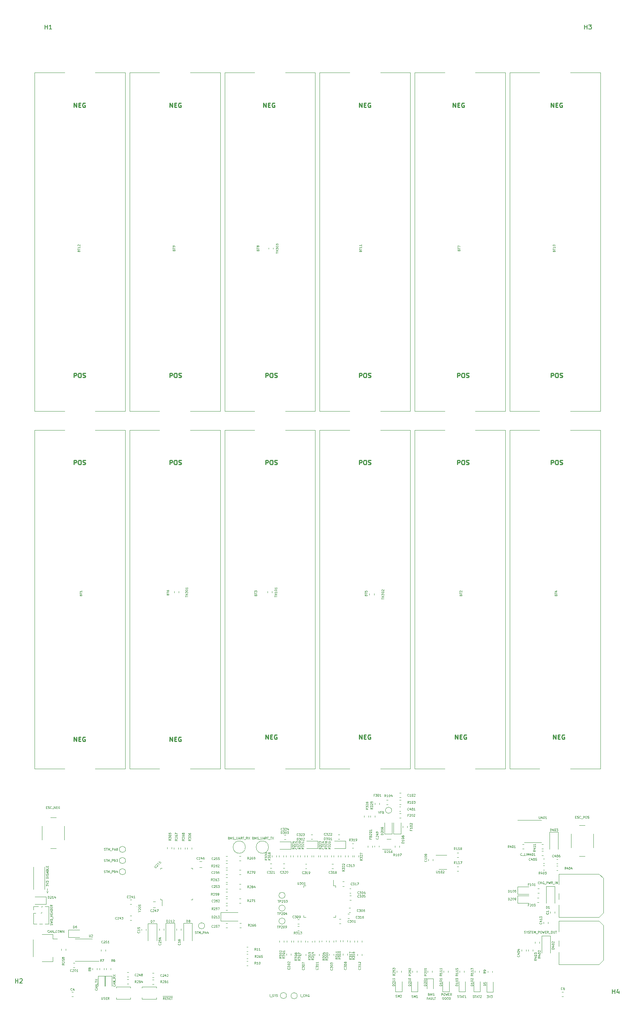
<source format=gbr>
G04 #@! TF.GenerationSoftware,KiCad,Pcbnew,(5.1.8)-1*
G04 #@! TF.CreationDate,2020-11-24T12:39:14-03:30*
G04 #@! TF.ProjectId,chum-bucket,6368756d-2d62-4756-936b-65742e6b6963,rev?*
G04 #@! TF.SameCoordinates,Original*
G04 #@! TF.FileFunction,Legend,Top*
G04 #@! TF.FilePolarity,Positive*
%FSLAX46Y46*%
G04 Gerber Fmt 4.6, Leading zero omitted, Abs format (unit mm)*
G04 Created by KiCad (PCBNEW (5.1.8)-1) date 2020-11-24 12:39:14*
%MOMM*%
%LPD*%
G01*
G04 APERTURE LIST*
%ADD10C,0.250000*%
%ADD11C,0.120000*%
%ADD12C,0.150000*%
%ADD13C,0.125000*%
G04 APERTURE END LIST*
D10*
X197897904Y-191460380D02*
X197897904Y-190460380D01*
X198469333Y-191460380D01*
X198469333Y-190460380D01*
X198945523Y-190936571D02*
X199278857Y-190936571D01*
X199421714Y-191460380D02*
X198945523Y-191460380D01*
X198945523Y-190460380D01*
X199421714Y-190460380D01*
X200374095Y-190508000D02*
X200278857Y-190460380D01*
X200136000Y-190460380D01*
X199993142Y-190508000D01*
X199897904Y-190603238D01*
X199850285Y-190698476D01*
X199802666Y-190888952D01*
X199802666Y-191031809D01*
X199850285Y-191222285D01*
X199897904Y-191317523D01*
X199993142Y-191412761D01*
X200136000Y-191460380D01*
X200231238Y-191460380D01*
X200374095Y-191412761D01*
X200421714Y-191365142D01*
X200421714Y-191031809D01*
X200231238Y-191031809D01*
X175545904Y-191460380D02*
X175545904Y-190460380D01*
X176117333Y-191460380D01*
X176117333Y-190460380D01*
X176593523Y-190936571D02*
X176926857Y-190936571D01*
X177069714Y-191460380D02*
X176593523Y-191460380D01*
X176593523Y-190460380D01*
X177069714Y-190460380D01*
X178022095Y-190508000D02*
X177926857Y-190460380D01*
X177784000Y-190460380D01*
X177641142Y-190508000D01*
X177545904Y-190603238D01*
X177498285Y-190698476D01*
X177450666Y-190888952D01*
X177450666Y-191031809D01*
X177498285Y-191222285D01*
X177545904Y-191317523D01*
X177641142Y-191412761D01*
X177784000Y-191460380D01*
X177879238Y-191460380D01*
X178022095Y-191412761D01*
X178069714Y-191365142D01*
X178069714Y-191031809D01*
X177879238Y-191031809D01*
X197389904Y-47696380D02*
X197389904Y-46696380D01*
X197961333Y-47696380D01*
X197961333Y-46696380D01*
X198437523Y-47172571D02*
X198770857Y-47172571D01*
X198913714Y-47696380D02*
X198437523Y-47696380D01*
X198437523Y-46696380D01*
X198913714Y-46696380D01*
X199866095Y-46744000D02*
X199770857Y-46696380D01*
X199628000Y-46696380D01*
X199485142Y-46744000D01*
X199389904Y-46839238D01*
X199342285Y-46934476D01*
X199294666Y-47124952D01*
X199294666Y-47267809D01*
X199342285Y-47458285D01*
X199389904Y-47553523D01*
X199485142Y-47648761D01*
X199628000Y-47696380D01*
X199723238Y-47696380D01*
X199866095Y-47648761D01*
X199913714Y-47601142D01*
X199913714Y-47267809D01*
X199723238Y-47267809D01*
X175037904Y-47696380D02*
X175037904Y-46696380D01*
X175609333Y-47696380D01*
X175609333Y-46696380D01*
X176085523Y-47172571D02*
X176418857Y-47172571D01*
X176561714Y-47696380D02*
X176085523Y-47696380D01*
X176085523Y-46696380D01*
X176561714Y-46696380D01*
X177514095Y-46744000D02*
X177418857Y-46696380D01*
X177276000Y-46696380D01*
X177133142Y-46744000D01*
X177037904Y-46839238D01*
X176990285Y-46934476D01*
X176942666Y-47124952D01*
X176942666Y-47267809D01*
X176990285Y-47458285D01*
X177037904Y-47553523D01*
X177133142Y-47648761D01*
X177276000Y-47696380D01*
X177371238Y-47696380D01*
X177514095Y-47648761D01*
X177561714Y-47601142D01*
X177561714Y-47267809D01*
X177371238Y-47267809D01*
X197366095Y-128976380D02*
X197366095Y-127976380D01*
X197747047Y-127976380D01*
X197842285Y-128024000D01*
X197889904Y-128071619D01*
X197937523Y-128166857D01*
X197937523Y-128309714D01*
X197889904Y-128404952D01*
X197842285Y-128452571D01*
X197747047Y-128500190D01*
X197366095Y-128500190D01*
X198556571Y-127976380D02*
X198747047Y-127976380D01*
X198842285Y-128024000D01*
X198937523Y-128119238D01*
X198985142Y-128309714D01*
X198985142Y-128643047D01*
X198937523Y-128833523D01*
X198842285Y-128928761D01*
X198747047Y-128976380D01*
X198556571Y-128976380D01*
X198461333Y-128928761D01*
X198366095Y-128833523D01*
X198318476Y-128643047D01*
X198318476Y-128309714D01*
X198366095Y-128119238D01*
X198461333Y-128024000D01*
X198556571Y-127976380D01*
X199366095Y-128928761D02*
X199508952Y-128976380D01*
X199747047Y-128976380D01*
X199842285Y-128928761D01*
X199889904Y-128881142D01*
X199937523Y-128785904D01*
X199937523Y-128690666D01*
X199889904Y-128595428D01*
X199842285Y-128547809D01*
X199747047Y-128500190D01*
X199556571Y-128452571D01*
X199461333Y-128404952D01*
X199413714Y-128357333D01*
X199366095Y-128262095D01*
X199366095Y-128166857D01*
X199413714Y-128071619D01*
X199461333Y-128024000D01*
X199556571Y-127976380D01*
X199794666Y-127976380D01*
X199937523Y-128024000D01*
X197366095Y-109164380D02*
X197366095Y-108164380D01*
X197747047Y-108164380D01*
X197842285Y-108212000D01*
X197889904Y-108259619D01*
X197937523Y-108354857D01*
X197937523Y-108497714D01*
X197889904Y-108592952D01*
X197842285Y-108640571D01*
X197747047Y-108688190D01*
X197366095Y-108688190D01*
X198556571Y-108164380D02*
X198747047Y-108164380D01*
X198842285Y-108212000D01*
X198937523Y-108307238D01*
X198985142Y-108497714D01*
X198985142Y-108831047D01*
X198937523Y-109021523D01*
X198842285Y-109116761D01*
X198747047Y-109164380D01*
X198556571Y-109164380D01*
X198461333Y-109116761D01*
X198366095Y-109021523D01*
X198318476Y-108831047D01*
X198318476Y-108497714D01*
X198366095Y-108307238D01*
X198461333Y-108212000D01*
X198556571Y-108164380D01*
X199366095Y-109116761D02*
X199508952Y-109164380D01*
X199747047Y-109164380D01*
X199842285Y-109116761D01*
X199889904Y-109069142D01*
X199937523Y-108973904D01*
X199937523Y-108878666D01*
X199889904Y-108783428D01*
X199842285Y-108735809D01*
X199747047Y-108688190D01*
X199556571Y-108640571D01*
X199461333Y-108592952D01*
X199413714Y-108545333D01*
X199366095Y-108450095D01*
X199366095Y-108354857D01*
X199413714Y-108259619D01*
X199461333Y-108212000D01*
X199556571Y-108164380D01*
X199794666Y-108164380D01*
X199937523Y-108212000D01*
X176030095Y-109164380D02*
X176030095Y-108164380D01*
X176411047Y-108164380D01*
X176506285Y-108212000D01*
X176553904Y-108259619D01*
X176601523Y-108354857D01*
X176601523Y-108497714D01*
X176553904Y-108592952D01*
X176506285Y-108640571D01*
X176411047Y-108688190D01*
X176030095Y-108688190D01*
X177220571Y-108164380D02*
X177411047Y-108164380D01*
X177506285Y-108212000D01*
X177601523Y-108307238D01*
X177649142Y-108497714D01*
X177649142Y-108831047D01*
X177601523Y-109021523D01*
X177506285Y-109116761D01*
X177411047Y-109164380D01*
X177220571Y-109164380D01*
X177125333Y-109116761D01*
X177030095Y-109021523D01*
X176982476Y-108831047D01*
X176982476Y-108497714D01*
X177030095Y-108307238D01*
X177125333Y-108212000D01*
X177220571Y-108164380D01*
X178030095Y-109116761D02*
X178172952Y-109164380D01*
X178411047Y-109164380D01*
X178506285Y-109116761D01*
X178553904Y-109069142D01*
X178601523Y-108973904D01*
X178601523Y-108878666D01*
X178553904Y-108783428D01*
X178506285Y-108735809D01*
X178411047Y-108688190D01*
X178220571Y-108640571D01*
X178125333Y-108592952D01*
X178077714Y-108545333D01*
X178030095Y-108450095D01*
X178030095Y-108354857D01*
X178077714Y-108259619D01*
X178125333Y-108212000D01*
X178220571Y-108164380D01*
X178458666Y-108164380D01*
X178601523Y-108212000D01*
X176030095Y-128976380D02*
X176030095Y-127976380D01*
X176411047Y-127976380D01*
X176506285Y-128024000D01*
X176553904Y-128071619D01*
X176601523Y-128166857D01*
X176601523Y-128309714D01*
X176553904Y-128404952D01*
X176506285Y-128452571D01*
X176411047Y-128500190D01*
X176030095Y-128500190D01*
X177220571Y-127976380D02*
X177411047Y-127976380D01*
X177506285Y-128024000D01*
X177601523Y-128119238D01*
X177649142Y-128309714D01*
X177649142Y-128643047D01*
X177601523Y-128833523D01*
X177506285Y-128928761D01*
X177411047Y-128976380D01*
X177220571Y-128976380D01*
X177125333Y-128928761D01*
X177030095Y-128833523D01*
X176982476Y-128643047D01*
X176982476Y-128309714D01*
X177030095Y-128119238D01*
X177125333Y-128024000D01*
X177220571Y-127976380D01*
X178030095Y-128928761D02*
X178172952Y-128976380D01*
X178411047Y-128976380D01*
X178506285Y-128928761D01*
X178553904Y-128881142D01*
X178601523Y-128785904D01*
X178601523Y-128690666D01*
X178553904Y-128595428D01*
X178506285Y-128547809D01*
X178411047Y-128500190D01*
X178220571Y-128452571D01*
X178125333Y-128404952D01*
X178077714Y-128357333D01*
X178030095Y-128262095D01*
X178030095Y-128166857D01*
X178077714Y-128071619D01*
X178125333Y-128024000D01*
X178220571Y-127976380D01*
X178458666Y-127976380D01*
X178601523Y-128024000D01*
X153701904Y-47696380D02*
X153701904Y-46696380D01*
X154273333Y-47696380D01*
X154273333Y-46696380D01*
X154749523Y-47172571D02*
X155082857Y-47172571D01*
X155225714Y-47696380D02*
X154749523Y-47696380D01*
X154749523Y-46696380D01*
X155225714Y-46696380D01*
X156178095Y-46744000D02*
X156082857Y-46696380D01*
X155940000Y-46696380D01*
X155797142Y-46744000D01*
X155701904Y-46839238D01*
X155654285Y-46934476D01*
X155606666Y-47124952D01*
X155606666Y-47267809D01*
X155654285Y-47458285D01*
X155701904Y-47553523D01*
X155797142Y-47648761D01*
X155940000Y-47696380D01*
X156035238Y-47696380D01*
X156178095Y-47648761D01*
X156225714Y-47601142D01*
X156225714Y-47267809D01*
X156035238Y-47267809D01*
X131857904Y-47696380D02*
X131857904Y-46696380D01*
X132429333Y-47696380D01*
X132429333Y-46696380D01*
X132905523Y-47172571D02*
X133238857Y-47172571D01*
X133381714Y-47696380D02*
X132905523Y-47696380D01*
X132905523Y-46696380D01*
X133381714Y-46696380D01*
X134334095Y-46744000D02*
X134238857Y-46696380D01*
X134096000Y-46696380D01*
X133953142Y-46744000D01*
X133857904Y-46839238D01*
X133810285Y-46934476D01*
X133762666Y-47124952D01*
X133762666Y-47267809D01*
X133810285Y-47458285D01*
X133857904Y-47553523D01*
X133953142Y-47648761D01*
X134096000Y-47696380D01*
X134191238Y-47696380D01*
X134334095Y-47648761D01*
X134381714Y-47601142D01*
X134381714Y-47267809D01*
X134191238Y-47267809D01*
X153701904Y-191460380D02*
X153701904Y-190460380D01*
X154273333Y-191460380D01*
X154273333Y-190460380D01*
X154749523Y-190936571D02*
X155082857Y-190936571D01*
X155225714Y-191460380D02*
X154749523Y-191460380D01*
X154749523Y-190460380D01*
X155225714Y-190460380D01*
X156178095Y-190508000D02*
X156082857Y-190460380D01*
X155940000Y-190460380D01*
X155797142Y-190508000D01*
X155701904Y-190603238D01*
X155654285Y-190698476D01*
X155606666Y-190888952D01*
X155606666Y-191031809D01*
X155654285Y-191222285D01*
X155701904Y-191317523D01*
X155797142Y-191412761D01*
X155940000Y-191460380D01*
X156035238Y-191460380D01*
X156178095Y-191412761D01*
X156225714Y-191365142D01*
X156225714Y-191031809D01*
X156035238Y-191031809D01*
X132365904Y-191460380D02*
X132365904Y-190460380D01*
X132937333Y-191460380D01*
X132937333Y-190460380D01*
X133413523Y-190936571D02*
X133746857Y-190936571D01*
X133889714Y-191460380D02*
X133413523Y-191460380D01*
X133413523Y-190460380D01*
X133889714Y-190460380D01*
X134842095Y-190508000D02*
X134746857Y-190460380D01*
X134604000Y-190460380D01*
X134461142Y-190508000D01*
X134365904Y-190603238D01*
X134318285Y-190698476D01*
X134270666Y-190888952D01*
X134270666Y-191031809D01*
X134318285Y-191222285D01*
X134365904Y-191317523D01*
X134461142Y-191412761D01*
X134604000Y-191460380D01*
X134699238Y-191460380D01*
X134842095Y-191412761D01*
X134889714Y-191365142D01*
X134889714Y-191031809D01*
X134699238Y-191031809D01*
X153678095Y-128976380D02*
X153678095Y-127976380D01*
X154059047Y-127976380D01*
X154154285Y-128024000D01*
X154201904Y-128071619D01*
X154249523Y-128166857D01*
X154249523Y-128309714D01*
X154201904Y-128404952D01*
X154154285Y-128452571D01*
X154059047Y-128500190D01*
X153678095Y-128500190D01*
X154868571Y-127976380D02*
X155059047Y-127976380D01*
X155154285Y-128024000D01*
X155249523Y-128119238D01*
X155297142Y-128309714D01*
X155297142Y-128643047D01*
X155249523Y-128833523D01*
X155154285Y-128928761D01*
X155059047Y-128976380D01*
X154868571Y-128976380D01*
X154773333Y-128928761D01*
X154678095Y-128833523D01*
X154630476Y-128643047D01*
X154630476Y-128309714D01*
X154678095Y-128119238D01*
X154773333Y-128024000D01*
X154868571Y-127976380D01*
X155678095Y-128928761D02*
X155820952Y-128976380D01*
X156059047Y-128976380D01*
X156154285Y-128928761D01*
X156201904Y-128881142D01*
X156249523Y-128785904D01*
X156249523Y-128690666D01*
X156201904Y-128595428D01*
X156154285Y-128547809D01*
X156059047Y-128500190D01*
X155868571Y-128452571D01*
X155773333Y-128404952D01*
X155725714Y-128357333D01*
X155678095Y-128262095D01*
X155678095Y-128166857D01*
X155725714Y-128071619D01*
X155773333Y-128024000D01*
X155868571Y-127976380D01*
X156106666Y-127976380D01*
X156249523Y-128024000D01*
X132342095Y-128976380D02*
X132342095Y-127976380D01*
X132723047Y-127976380D01*
X132818285Y-128024000D01*
X132865904Y-128071619D01*
X132913523Y-128166857D01*
X132913523Y-128309714D01*
X132865904Y-128404952D01*
X132818285Y-128452571D01*
X132723047Y-128500190D01*
X132342095Y-128500190D01*
X133532571Y-127976380D02*
X133723047Y-127976380D01*
X133818285Y-128024000D01*
X133913523Y-128119238D01*
X133961142Y-128309714D01*
X133961142Y-128643047D01*
X133913523Y-128833523D01*
X133818285Y-128928761D01*
X133723047Y-128976380D01*
X133532571Y-128976380D01*
X133437333Y-128928761D01*
X133342095Y-128833523D01*
X133294476Y-128643047D01*
X133294476Y-128309714D01*
X133342095Y-128119238D01*
X133437333Y-128024000D01*
X133532571Y-127976380D01*
X134342095Y-128928761D02*
X134484952Y-128976380D01*
X134723047Y-128976380D01*
X134818285Y-128928761D01*
X134865904Y-128881142D01*
X134913523Y-128785904D01*
X134913523Y-128690666D01*
X134865904Y-128595428D01*
X134818285Y-128547809D01*
X134723047Y-128500190D01*
X134532571Y-128452571D01*
X134437333Y-128404952D01*
X134389714Y-128357333D01*
X134342095Y-128262095D01*
X134342095Y-128166857D01*
X134389714Y-128071619D01*
X134437333Y-128024000D01*
X134532571Y-127976380D01*
X134770666Y-127976380D01*
X134913523Y-128024000D01*
X153678095Y-109164380D02*
X153678095Y-108164380D01*
X154059047Y-108164380D01*
X154154285Y-108212000D01*
X154201904Y-108259619D01*
X154249523Y-108354857D01*
X154249523Y-108497714D01*
X154201904Y-108592952D01*
X154154285Y-108640571D01*
X154059047Y-108688190D01*
X153678095Y-108688190D01*
X154868571Y-108164380D02*
X155059047Y-108164380D01*
X155154285Y-108212000D01*
X155249523Y-108307238D01*
X155297142Y-108497714D01*
X155297142Y-108831047D01*
X155249523Y-109021523D01*
X155154285Y-109116761D01*
X155059047Y-109164380D01*
X154868571Y-109164380D01*
X154773333Y-109116761D01*
X154678095Y-109021523D01*
X154630476Y-108831047D01*
X154630476Y-108497714D01*
X154678095Y-108307238D01*
X154773333Y-108212000D01*
X154868571Y-108164380D01*
X155678095Y-109116761D02*
X155820952Y-109164380D01*
X156059047Y-109164380D01*
X156154285Y-109116761D01*
X156201904Y-109069142D01*
X156249523Y-108973904D01*
X156249523Y-108878666D01*
X156201904Y-108783428D01*
X156154285Y-108735809D01*
X156059047Y-108688190D01*
X155868571Y-108640571D01*
X155773333Y-108592952D01*
X155725714Y-108545333D01*
X155678095Y-108450095D01*
X155678095Y-108354857D01*
X155725714Y-108259619D01*
X155773333Y-108212000D01*
X155868571Y-108164380D01*
X156106666Y-108164380D01*
X156249523Y-108212000D01*
X132342095Y-109164380D02*
X132342095Y-108164380D01*
X132723047Y-108164380D01*
X132818285Y-108212000D01*
X132865904Y-108259619D01*
X132913523Y-108354857D01*
X132913523Y-108497714D01*
X132865904Y-108592952D01*
X132818285Y-108640571D01*
X132723047Y-108688190D01*
X132342095Y-108688190D01*
X133532571Y-108164380D02*
X133723047Y-108164380D01*
X133818285Y-108212000D01*
X133913523Y-108307238D01*
X133961142Y-108497714D01*
X133961142Y-108831047D01*
X133913523Y-109021523D01*
X133818285Y-109116761D01*
X133723047Y-109164380D01*
X133532571Y-109164380D01*
X133437333Y-109116761D01*
X133342095Y-109021523D01*
X133294476Y-108831047D01*
X133294476Y-108497714D01*
X133342095Y-108307238D01*
X133437333Y-108212000D01*
X133532571Y-108164380D01*
X134342095Y-109116761D02*
X134484952Y-109164380D01*
X134723047Y-109164380D01*
X134818285Y-109116761D01*
X134865904Y-109069142D01*
X134913523Y-108973904D01*
X134913523Y-108878666D01*
X134865904Y-108783428D01*
X134818285Y-108735809D01*
X134723047Y-108688190D01*
X134532571Y-108640571D01*
X134437333Y-108592952D01*
X134389714Y-108545333D01*
X134342095Y-108450095D01*
X134342095Y-108354857D01*
X134389714Y-108259619D01*
X134437333Y-108212000D01*
X134532571Y-108164380D01*
X134770666Y-108164380D01*
X134913523Y-108212000D01*
X110521904Y-47696380D02*
X110521904Y-46696380D01*
X111093333Y-47696380D01*
X111093333Y-46696380D01*
X111569523Y-47172571D02*
X111902857Y-47172571D01*
X112045714Y-47696380D02*
X111569523Y-47696380D01*
X111569523Y-46696380D01*
X112045714Y-46696380D01*
X112998095Y-46744000D02*
X112902857Y-46696380D01*
X112760000Y-46696380D01*
X112617142Y-46744000D01*
X112521904Y-46839238D01*
X112474285Y-46934476D01*
X112426666Y-47124952D01*
X112426666Y-47267809D01*
X112474285Y-47458285D01*
X112521904Y-47553523D01*
X112617142Y-47648761D01*
X112760000Y-47696380D01*
X112855238Y-47696380D01*
X112998095Y-47648761D01*
X113045714Y-47601142D01*
X113045714Y-47267809D01*
X112855238Y-47267809D01*
X88677904Y-47696380D02*
X88677904Y-46696380D01*
X89249333Y-47696380D01*
X89249333Y-46696380D01*
X89725523Y-47172571D02*
X90058857Y-47172571D01*
X90201714Y-47696380D02*
X89725523Y-47696380D01*
X89725523Y-46696380D01*
X90201714Y-46696380D01*
X91154095Y-46744000D02*
X91058857Y-46696380D01*
X90916000Y-46696380D01*
X90773142Y-46744000D01*
X90677904Y-46839238D01*
X90630285Y-46934476D01*
X90582666Y-47124952D01*
X90582666Y-47267809D01*
X90630285Y-47458285D01*
X90677904Y-47553523D01*
X90773142Y-47648761D01*
X90916000Y-47696380D01*
X91011238Y-47696380D01*
X91154095Y-47648761D01*
X91201714Y-47601142D01*
X91201714Y-47267809D01*
X91011238Y-47267809D01*
X110521904Y-191968380D02*
X110521904Y-190968380D01*
X111093333Y-191968380D01*
X111093333Y-190968380D01*
X111569523Y-191444571D02*
X111902857Y-191444571D01*
X112045714Y-191968380D02*
X111569523Y-191968380D01*
X111569523Y-190968380D01*
X112045714Y-190968380D01*
X112998095Y-191016000D02*
X112902857Y-190968380D01*
X112760000Y-190968380D01*
X112617142Y-191016000D01*
X112521904Y-191111238D01*
X112474285Y-191206476D01*
X112426666Y-191396952D01*
X112426666Y-191539809D01*
X112474285Y-191730285D01*
X112521904Y-191825523D01*
X112617142Y-191920761D01*
X112760000Y-191968380D01*
X112855238Y-191968380D01*
X112998095Y-191920761D01*
X113045714Y-191873142D01*
X113045714Y-191539809D01*
X112855238Y-191539809D01*
X88677904Y-191968380D02*
X88677904Y-190968380D01*
X89249333Y-191968380D01*
X89249333Y-190968380D01*
X89725523Y-191444571D02*
X90058857Y-191444571D01*
X90201714Y-191968380D02*
X89725523Y-191968380D01*
X89725523Y-190968380D01*
X90201714Y-190968380D01*
X91154095Y-191016000D02*
X91058857Y-190968380D01*
X90916000Y-190968380D01*
X90773142Y-191016000D01*
X90677904Y-191111238D01*
X90630285Y-191206476D01*
X90582666Y-191396952D01*
X90582666Y-191539809D01*
X90630285Y-191730285D01*
X90677904Y-191825523D01*
X90773142Y-191920761D01*
X90916000Y-191968380D01*
X91011238Y-191968380D01*
X91154095Y-191920761D01*
X91201714Y-191873142D01*
X91201714Y-191539809D01*
X91011238Y-191539809D01*
X110498095Y-109164380D02*
X110498095Y-108164380D01*
X110879047Y-108164380D01*
X110974285Y-108212000D01*
X111021904Y-108259619D01*
X111069523Y-108354857D01*
X111069523Y-108497714D01*
X111021904Y-108592952D01*
X110974285Y-108640571D01*
X110879047Y-108688190D01*
X110498095Y-108688190D01*
X111688571Y-108164380D02*
X111879047Y-108164380D01*
X111974285Y-108212000D01*
X112069523Y-108307238D01*
X112117142Y-108497714D01*
X112117142Y-108831047D01*
X112069523Y-109021523D01*
X111974285Y-109116761D01*
X111879047Y-109164380D01*
X111688571Y-109164380D01*
X111593333Y-109116761D01*
X111498095Y-109021523D01*
X111450476Y-108831047D01*
X111450476Y-108497714D01*
X111498095Y-108307238D01*
X111593333Y-108212000D01*
X111688571Y-108164380D01*
X112498095Y-109116761D02*
X112640952Y-109164380D01*
X112879047Y-109164380D01*
X112974285Y-109116761D01*
X113021904Y-109069142D01*
X113069523Y-108973904D01*
X113069523Y-108878666D01*
X113021904Y-108783428D01*
X112974285Y-108735809D01*
X112879047Y-108688190D01*
X112688571Y-108640571D01*
X112593333Y-108592952D01*
X112545714Y-108545333D01*
X112498095Y-108450095D01*
X112498095Y-108354857D01*
X112545714Y-108259619D01*
X112593333Y-108212000D01*
X112688571Y-108164380D01*
X112926666Y-108164380D01*
X113069523Y-108212000D01*
X88654095Y-109164380D02*
X88654095Y-108164380D01*
X89035047Y-108164380D01*
X89130285Y-108212000D01*
X89177904Y-108259619D01*
X89225523Y-108354857D01*
X89225523Y-108497714D01*
X89177904Y-108592952D01*
X89130285Y-108640571D01*
X89035047Y-108688190D01*
X88654095Y-108688190D01*
X89844571Y-108164380D02*
X90035047Y-108164380D01*
X90130285Y-108212000D01*
X90225523Y-108307238D01*
X90273142Y-108497714D01*
X90273142Y-108831047D01*
X90225523Y-109021523D01*
X90130285Y-109116761D01*
X90035047Y-109164380D01*
X89844571Y-109164380D01*
X89749333Y-109116761D01*
X89654095Y-109021523D01*
X89606476Y-108831047D01*
X89606476Y-108497714D01*
X89654095Y-108307238D01*
X89749333Y-108212000D01*
X89844571Y-108164380D01*
X90654095Y-109116761D02*
X90796952Y-109164380D01*
X91035047Y-109164380D01*
X91130285Y-109116761D01*
X91177904Y-109069142D01*
X91225523Y-108973904D01*
X91225523Y-108878666D01*
X91177904Y-108783428D01*
X91130285Y-108735809D01*
X91035047Y-108688190D01*
X90844571Y-108640571D01*
X90749333Y-108592952D01*
X90701714Y-108545333D01*
X90654095Y-108450095D01*
X90654095Y-108354857D01*
X90701714Y-108259619D01*
X90749333Y-108212000D01*
X90844571Y-108164380D01*
X91082666Y-108164380D01*
X91225523Y-108212000D01*
X110498095Y-128976380D02*
X110498095Y-127976380D01*
X110879047Y-127976380D01*
X110974285Y-128024000D01*
X111021904Y-128071619D01*
X111069523Y-128166857D01*
X111069523Y-128309714D01*
X111021904Y-128404952D01*
X110974285Y-128452571D01*
X110879047Y-128500190D01*
X110498095Y-128500190D01*
X111688571Y-127976380D02*
X111879047Y-127976380D01*
X111974285Y-128024000D01*
X112069523Y-128119238D01*
X112117142Y-128309714D01*
X112117142Y-128643047D01*
X112069523Y-128833523D01*
X111974285Y-128928761D01*
X111879047Y-128976380D01*
X111688571Y-128976380D01*
X111593333Y-128928761D01*
X111498095Y-128833523D01*
X111450476Y-128643047D01*
X111450476Y-128309714D01*
X111498095Y-128119238D01*
X111593333Y-128024000D01*
X111688571Y-127976380D01*
X112498095Y-128928761D02*
X112640952Y-128976380D01*
X112879047Y-128976380D01*
X112974285Y-128928761D01*
X113021904Y-128881142D01*
X113069523Y-128785904D01*
X113069523Y-128690666D01*
X113021904Y-128595428D01*
X112974285Y-128547809D01*
X112879047Y-128500190D01*
X112688571Y-128452571D01*
X112593333Y-128404952D01*
X112545714Y-128357333D01*
X112498095Y-128262095D01*
X112498095Y-128166857D01*
X112545714Y-128071619D01*
X112593333Y-128024000D01*
X112688571Y-127976380D01*
X112926666Y-127976380D01*
X113069523Y-128024000D01*
X88654095Y-128976380D02*
X88654095Y-127976380D01*
X89035047Y-127976380D01*
X89130285Y-128024000D01*
X89177904Y-128071619D01*
X89225523Y-128166857D01*
X89225523Y-128309714D01*
X89177904Y-128404952D01*
X89130285Y-128452571D01*
X89035047Y-128500190D01*
X88654095Y-128500190D01*
X89844571Y-127976380D02*
X90035047Y-127976380D01*
X90130285Y-128024000D01*
X90225523Y-128119238D01*
X90273142Y-128309714D01*
X90273142Y-128643047D01*
X90225523Y-128833523D01*
X90130285Y-128928761D01*
X90035047Y-128976380D01*
X89844571Y-128976380D01*
X89749333Y-128928761D01*
X89654095Y-128833523D01*
X89606476Y-128643047D01*
X89606476Y-128309714D01*
X89654095Y-128119238D01*
X89749333Y-128024000D01*
X89844571Y-127976380D01*
X90654095Y-128928761D02*
X90796952Y-128976380D01*
X91035047Y-128976380D01*
X91130285Y-128928761D01*
X91177904Y-128881142D01*
X91225523Y-128785904D01*
X91225523Y-128690666D01*
X91177904Y-128595428D01*
X91130285Y-128547809D01*
X91035047Y-128500190D01*
X90844571Y-128452571D01*
X90749333Y-128404952D01*
X90701714Y-128357333D01*
X90654095Y-128262095D01*
X90654095Y-128166857D01*
X90701714Y-128071619D01*
X90749333Y-128024000D01*
X90844571Y-127976380D01*
X91082666Y-127976380D01*
X91225523Y-128024000D01*
D11*
X182730952Y-249776190D02*
X183040476Y-249776190D01*
X182873809Y-249966666D01*
X182945238Y-249966666D01*
X182992857Y-249990476D01*
X183016666Y-250014285D01*
X183040476Y-250061904D01*
X183040476Y-250180952D01*
X183016666Y-250228571D01*
X182992857Y-250252380D01*
X182945238Y-250276190D01*
X182802380Y-250276190D01*
X182754761Y-250252380D01*
X182730952Y-250228571D01*
X183183333Y-249776190D02*
X183350000Y-250276190D01*
X183516666Y-249776190D01*
X183635714Y-249776190D02*
X183945238Y-249776190D01*
X183778571Y-249966666D01*
X183850000Y-249966666D01*
X183897619Y-249990476D01*
X183921428Y-250014285D01*
X183945238Y-250061904D01*
X183945238Y-250180952D01*
X183921428Y-250228571D01*
X183897619Y-250252380D01*
X183850000Y-250276190D01*
X183707142Y-250276190D01*
X183659523Y-250252380D01*
X183635714Y-250228571D01*
X179523809Y-250202380D02*
X179595238Y-250226190D01*
X179714285Y-250226190D01*
X179761904Y-250202380D01*
X179785714Y-250178571D01*
X179809523Y-250130952D01*
X179809523Y-250083333D01*
X179785714Y-250035714D01*
X179761904Y-250011904D01*
X179714285Y-249988095D01*
X179619047Y-249964285D01*
X179571428Y-249940476D01*
X179547619Y-249916666D01*
X179523809Y-249869047D01*
X179523809Y-249821428D01*
X179547619Y-249773809D01*
X179571428Y-249750000D01*
X179619047Y-249726190D01*
X179738095Y-249726190D01*
X179809523Y-249750000D01*
X179952380Y-249726190D02*
X180238095Y-249726190D01*
X180095238Y-250226190D02*
X180095238Y-249726190D01*
X180380952Y-250083333D02*
X180619047Y-250083333D01*
X180333333Y-250226190D02*
X180500000Y-249726190D01*
X180666666Y-250226190D01*
X180761904Y-249726190D02*
X181047619Y-249726190D01*
X180904761Y-250226190D02*
X180904761Y-249726190D01*
X181190476Y-249773809D02*
X181214285Y-249750000D01*
X181261904Y-249726190D01*
X181380952Y-249726190D01*
X181428571Y-249750000D01*
X181452380Y-249773809D01*
X181476190Y-249821428D01*
X181476190Y-249869047D01*
X181452380Y-249940476D01*
X181166666Y-250226190D01*
X181476190Y-250226190D01*
X176023809Y-250202380D02*
X176095238Y-250226190D01*
X176214285Y-250226190D01*
X176261904Y-250202380D01*
X176285714Y-250178571D01*
X176309523Y-250130952D01*
X176309523Y-250083333D01*
X176285714Y-250035714D01*
X176261904Y-250011904D01*
X176214285Y-249988095D01*
X176119047Y-249964285D01*
X176071428Y-249940476D01*
X176047619Y-249916666D01*
X176023809Y-249869047D01*
X176023809Y-249821428D01*
X176047619Y-249773809D01*
X176071428Y-249750000D01*
X176119047Y-249726190D01*
X176238095Y-249726190D01*
X176309523Y-249750000D01*
X176452380Y-249726190D02*
X176738095Y-249726190D01*
X176595238Y-250226190D02*
X176595238Y-249726190D01*
X176880952Y-250083333D02*
X177119047Y-250083333D01*
X176833333Y-250226190D02*
X177000000Y-249726190D01*
X177166666Y-250226190D01*
X177261904Y-249726190D02*
X177547619Y-249726190D01*
X177404761Y-250226190D02*
X177404761Y-249726190D01*
X177976190Y-250226190D02*
X177690476Y-250226190D01*
X177833333Y-250226190D02*
X177833333Y-249726190D01*
X177785714Y-249797619D01*
X177738095Y-249845238D01*
X177690476Y-249869047D01*
X172345238Y-249791190D02*
X172345238Y-249291190D01*
X172535714Y-249291190D01*
X172583333Y-249315000D01*
X172607142Y-249338809D01*
X172630952Y-249386428D01*
X172630952Y-249457857D01*
X172607142Y-249505476D01*
X172583333Y-249529285D01*
X172535714Y-249553095D01*
X172345238Y-249553095D01*
X172940476Y-249291190D02*
X173035714Y-249291190D01*
X173083333Y-249315000D01*
X173130952Y-249362619D01*
X173154761Y-249457857D01*
X173154761Y-249624523D01*
X173130952Y-249719761D01*
X173083333Y-249767380D01*
X173035714Y-249791190D01*
X172940476Y-249791190D01*
X172892857Y-249767380D01*
X172845238Y-249719761D01*
X172821428Y-249624523D01*
X172821428Y-249457857D01*
X172845238Y-249362619D01*
X172892857Y-249315000D01*
X172940476Y-249291190D01*
X173321428Y-249291190D02*
X173440476Y-249791190D01*
X173535714Y-249434047D01*
X173630952Y-249791190D01*
X173750000Y-249291190D01*
X173940476Y-249529285D02*
X174107142Y-249529285D01*
X174178571Y-249791190D02*
X173940476Y-249791190D01*
X173940476Y-249291190D01*
X174178571Y-249291190D01*
X174678571Y-249791190D02*
X174511904Y-249553095D01*
X174392857Y-249791190D02*
X174392857Y-249291190D01*
X174583333Y-249291190D01*
X174630952Y-249315000D01*
X174654761Y-249338809D01*
X174678571Y-249386428D01*
X174678571Y-249457857D01*
X174654761Y-249505476D01*
X174630952Y-249529285D01*
X174583333Y-249553095D01*
X174392857Y-249553095D01*
X172857142Y-250185000D02*
X172809523Y-250161190D01*
X172738095Y-250161190D01*
X172666666Y-250185000D01*
X172619047Y-250232619D01*
X172595238Y-250280238D01*
X172571428Y-250375476D01*
X172571428Y-250446904D01*
X172595238Y-250542142D01*
X172619047Y-250589761D01*
X172666666Y-250637380D01*
X172738095Y-250661190D01*
X172785714Y-250661190D01*
X172857142Y-250637380D01*
X172880952Y-250613571D01*
X172880952Y-250446904D01*
X172785714Y-250446904D01*
X173190476Y-250161190D02*
X173285714Y-250161190D01*
X173333333Y-250185000D01*
X173380952Y-250232619D01*
X173404761Y-250327857D01*
X173404761Y-250494523D01*
X173380952Y-250589761D01*
X173333333Y-250637380D01*
X173285714Y-250661190D01*
X173190476Y-250661190D01*
X173142857Y-250637380D01*
X173095238Y-250589761D01*
X173071428Y-250494523D01*
X173071428Y-250327857D01*
X173095238Y-250232619D01*
X173142857Y-250185000D01*
X173190476Y-250161190D01*
X173714285Y-250161190D02*
X173809523Y-250161190D01*
X173857142Y-250185000D01*
X173904761Y-250232619D01*
X173928571Y-250327857D01*
X173928571Y-250494523D01*
X173904761Y-250589761D01*
X173857142Y-250637380D01*
X173809523Y-250661190D01*
X173714285Y-250661190D01*
X173666666Y-250637380D01*
X173619047Y-250589761D01*
X173595238Y-250494523D01*
X173595238Y-250327857D01*
X173619047Y-250232619D01*
X173666666Y-250185000D01*
X173714285Y-250161190D01*
X174142857Y-250661190D02*
X174142857Y-250161190D01*
X174261904Y-250161190D01*
X174333333Y-250185000D01*
X174380952Y-250232619D01*
X174404761Y-250280238D01*
X174428571Y-250375476D01*
X174428571Y-250446904D01*
X174404761Y-250542142D01*
X174380952Y-250589761D01*
X174333333Y-250637380D01*
X174261904Y-250661190D01*
X174142857Y-250661190D01*
X169511904Y-249529285D02*
X169583333Y-249553095D01*
X169607142Y-249576904D01*
X169630952Y-249624523D01*
X169630952Y-249695952D01*
X169607142Y-249743571D01*
X169583333Y-249767380D01*
X169535714Y-249791190D01*
X169345238Y-249791190D01*
X169345238Y-249291190D01*
X169511904Y-249291190D01*
X169559523Y-249315000D01*
X169583333Y-249338809D01*
X169607142Y-249386428D01*
X169607142Y-249434047D01*
X169583333Y-249481666D01*
X169559523Y-249505476D01*
X169511904Y-249529285D01*
X169345238Y-249529285D01*
X169845238Y-249791190D02*
X169845238Y-249291190D01*
X170011904Y-249648333D01*
X170178571Y-249291190D01*
X170178571Y-249791190D01*
X170392857Y-249767380D02*
X170464285Y-249791190D01*
X170583333Y-249791190D01*
X170630952Y-249767380D01*
X170654761Y-249743571D01*
X170678571Y-249695952D01*
X170678571Y-249648333D01*
X170654761Y-249600714D01*
X170630952Y-249576904D01*
X170583333Y-249553095D01*
X170488095Y-249529285D01*
X170440476Y-249505476D01*
X170416666Y-249481666D01*
X170392857Y-249434047D01*
X170392857Y-249386428D01*
X170416666Y-249338809D01*
X170440476Y-249315000D01*
X170488095Y-249291190D01*
X170607142Y-249291190D01*
X170678571Y-249315000D01*
X169202380Y-250399285D02*
X169035714Y-250399285D01*
X169035714Y-250661190D02*
X169035714Y-250161190D01*
X169273809Y-250161190D01*
X169440476Y-250518333D02*
X169678571Y-250518333D01*
X169392857Y-250661190D02*
X169559523Y-250161190D01*
X169726190Y-250661190D01*
X169892857Y-250161190D02*
X169892857Y-250565952D01*
X169916666Y-250613571D01*
X169940476Y-250637380D01*
X169988095Y-250661190D01*
X170083333Y-250661190D01*
X170130952Y-250637380D01*
X170154761Y-250613571D01*
X170178571Y-250565952D01*
X170178571Y-250161190D01*
X170654761Y-250661190D02*
X170416666Y-250661190D01*
X170416666Y-250161190D01*
X170750000Y-250161190D02*
X171035714Y-250161190D01*
X170892857Y-250661190D02*
X170892857Y-250161190D01*
X161933333Y-250152380D02*
X162004761Y-250176190D01*
X162123809Y-250176190D01*
X162171428Y-250152380D01*
X162195238Y-250128571D01*
X162219047Y-250080952D01*
X162219047Y-250033333D01*
X162195238Y-249985714D01*
X162171428Y-249961904D01*
X162123809Y-249938095D01*
X162028571Y-249914285D01*
X161980952Y-249890476D01*
X161957142Y-249866666D01*
X161933333Y-249819047D01*
X161933333Y-249771428D01*
X161957142Y-249723809D01*
X161980952Y-249700000D01*
X162028571Y-249676190D01*
X162147619Y-249676190D01*
X162219047Y-249700000D01*
X162433333Y-250176190D02*
X162433333Y-249676190D01*
X162600000Y-250033333D01*
X162766666Y-249676190D01*
X162766666Y-250176190D01*
X162980952Y-249723809D02*
X163004761Y-249700000D01*
X163052380Y-249676190D01*
X163171428Y-249676190D01*
X163219047Y-249700000D01*
X163242857Y-249723809D01*
X163266666Y-249771428D01*
X163266666Y-249819047D01*
X163242857Y-249890476D01*
X162957142Y-250176190D01*
X163266666Y-250176190D01*
X165583333Y-250202380D02*
X165654761Y-250226190D01*
X165773809Y-250226190D01*
X165821428Y-250202380D01*
X165845238Y-250178571D01*
X165869047Y-250130952D01*
X165869047Y-250083333D01*
X165845238Y-250035714D01*
X165821428Y-250011904D01*
X165773809Y-249988095D01*
X165678571Y-249964285D01*
X165630952Y-249940476D01*
X165607142Y-249916666D01*
X165583333Y-249869047D01*
X165583333Y-249821428D01*
X165607142Y-249773809D01*
X165630952Y-249750000D01*
X165678571Y-249726190D01*
X165797619Y-249726190D01*
X165869047Y-249750000D01*
X166083333Y-250226190D02*
X166083333Y-249726190D01*
X166250000Y-250083333D01*
X166416666Y-249726190D01*
X166416666Y-250226190D01*
X166916666Y-250226190D02*
X166630952Y-250226190D01*
X166773809Y-250226190D02*
X166773809Y-249726190D01*
X166726190Y-249797619D01*
X166678571Y-249845238D01*
X166630952Y-249869047D01*
X148210000Y-224790000D02*
X147760000Y-224790000D01*
X148210000Y-232010000D02*
X147760000Y-232010000D01*
X148210000Y-231560000D02*
X148210000Y-232010000D01*
X140990000Y-224790000D02*
X141440000Y-224790000D01*
X140990000Y-225240000D02*
X140990000Y-224790000D01*
X147760000Y-224790000D02*
X147760000Y-223500000D01*
X148210000Y-225240000D02*
X148210000Y-224790000D01*
X140990000Y-232010000D02*
X141440000Y-232010000D01*
X140990000Y-231560000D02*
X140990000Y-232010000D01*
X139962779Y-233990000D02*
X139637221Y-233990000D01*
X139962779Y-235010000D02*
X139637221Y-235010000D01*
X107527600Y-233411200D02*
X105527600Y-233411200D01*
X105527600Y-233411200D02*
X105527600Y-237311200D01*
X107527600Y-233411200D02*
X107527600Y-237311200D01*
X108073600Y-234608421D02*
X108073600Y-234933979D01*
X109093600Y-234608421D02*
X109093600Y-234933979D01*
X121975000Y-198195000D02*
X115150000Y-198195000D01*
X121975000Y-121145000D02*
X121975000Y-198195000D01*
X121975000Y-121145000D02*
X115150000Y-121145000D01*
X101325000Y-198195000D02*
X108150000Y-198195000D01*
X101325000Y-121145000D02*
X108150000Y-121145000D01*
X101325000Y-121145000D02*
X101325000Y-198195000D01*
X100325000Y-198195000D02*
X93500000Y-198195000D01*
X100325000Y-121145000D02*
X100325000Y-198195000D01*
X100325000Y-121145000D02*
X93500000Y-121145000D01*
X79675000Y-198195000D02*
X86500000Y-198195000D01*
X79675000Y-121145000D02*
X86500000Y-121145000D01*
X79675000Y-121145000D02*
X79675000Y-198195000D01*
X79675000Y-39805000D02*
X86500000Y-39805000D01*
X79675000Y-116855000D02*
X79675000Y-39805000D01*
X79675000Y-116855000D02*
X86500000Y-116855000D01*
X100325000Y-39805000D02*
X93500000Y-39805000D01*
X100325000Y-116855000D02*
X93500000Y-116855000D01*
X100325000Y-116855000D02*
X100325000Y-39805000D01*
X101325000Y-39805000D02*
X108150000Y-39805000D01*
X101325000Y-116855000D02*
X101325000Y-39805000D01*
X101325000Y-116855000D02*
X108150000Y-116855000D01*
X121975000Y-39805000D02*
X115150000Y-39805000D01*
X121975000Y-116855000D02*
X115150000Y-116855000D01*
X121975000Y-116855000D02*
X121975000Y-39805000D01*
X122975000Y-39805000D02*
X129800000Y-39805000D01*
X122975000Y-116855000D02*
X122975000Y-39805000D01*
X122975000Y-116855000D02*
X129800000Y-116855000D01*
X143625000Y-39805000D02*
X136800000Y-39805000D01*
X143625000Y-116855000D02*
X136800000Y-116855000D01*
X143625000Y-116855000D02*
X143625000Y-39805000D01*
X143625000Y-198195000D02*
X136800000Y-198195000D01*
X143625000Y-121145000D02*
X143625000Y-198195000D01*
X143625000Y-121145000D02*
X136800000Y-121145000D01*
X122975000Y-198195000D02*
X129800000Y-198195000D01*
X122975000Y-121145000D02*
X129800000Y-121145000D01*
X122975000Y-121145000D02*
X122975000Y-198195000D01*
X144625000Y-39805000D02*
X151450000Y-39805000D01*
X144625000Y-116855000D02*
X144625000Y-39805000D01*
X144625000Y-116855000D02*
X151450000Y-116855000D01*
X165275000Y-39805000D02*
X158450000Y-39805000D01*
X165275000Y-116855000D02*
X158450000Y-116855000D01*
X165275000Y-116855000D02*
X165275000Y-39805000D01*
X165275000Y-198195000D02*
X158450000Y-198195000D01*
X165275000Y-121145000D02*
X165275000Y-198195000D01*
X165275000Y-121145000D02*
X158450000Y-121145000D01*
X144625000Y-198195000D02*
X151450000Y-198195000D01*
X144625000Y-121145000D02*
X151450000Y-121145000D01*
X144625000Y-121145000D02*
X144625000Y-198195000D01*
X166275000Y-39805000D02*
X173100000Y-39805000D01*
X166275000Y-116855000D02*
X166275000Y-39805000D01*
X166275000Y-116855000D02*
X173100000Y-116855000D01*
X186925000Y-39805000D02*
X180100000Y-39805000D01*
X186925000Y-116855000D02*
X180100000Y-116855000D01*
X186925000Y-116855000D02*
X186925000Y-39805000D01*
X186925000Y-198195000D02*
X180100000Y-198195000D01*
X186925000Y-121145000D02*
X186925000Y-198195000D01*
X186925000Y-121145000D02*
X180100000Y-121145000D01*
X166275000Y-198195000D02*
X173100000Y-198195000D01*
X166275000Y-121145000D02*
X173100000Y-121145000D01*
X166275000Y-121145000D02*
X166275000Y-198195000D01*
X208575000Y-198195000D02*
X201750000Y-198195000D01*
X208575000Y-121145000D02*
X208575000Y-198195000D01*
X208575000Y-121145000D02*
X201750000Y-121145000D01*
X187925000Y-198195000D02*
X194750000Y-198195000D01*
X187925000Y-121145000D02*
X194750000Y-121145000D01*
X187925000Y-121145000D02*
X187925000Y-198195000D01*
X187925000Y-39805000D02*
X194750000Y-39805000D01*
X187925000Y-116855000D02*
X187925000Y-39805000D01*
X187925000Y-116855000D02*
X194750000Y-116855000D01*
X208575000Y-39805000D02*
X201750000Y-39805000D01*
X208575000Y-116855000D02*
X201750000Y-116855000D01*
X208575000Y-116855000D02*
X208575000Y-39805000D01*
X199163600Y-222117000D02*
X208283600Y-222117000D01*
X208283600Y-222117000D02*
X209283600Y-223117000D01*
X209283600Y-223117000D02*
X209283600Y-230987000D01*
X209283600Y-230987000D02*
X208283600Y-231987000D01*
X208283600Y-231987000D02*
X199163600Y-231987000D01*
X199163600Y-222117000D02*
X199163600Y-224542000D01*
X199163600Y-231987000D02*
X199163600Y-229203767D01*
X199163600Y-226562000D02*
X199163600Y-227900233D01*
X199163600Y-232835800D02*
X208283600Y-232835800D01*
X208283600Y-232835800D02*
X209283600Y-233835800D01*
X209283600Y-233835800D02*
X209283600Y-241705800D01*
X209283600Y-241705800D02*
X208283600Y-242705800D01*
X208283600Y-242705800D02*
X199163600Y-242705800D01*
X199163600Y-232835800D02*
X199163600Y-235260800D01*
X199163600Y-242705800D02*
X199163600Y-239922567D01*
X199163600Y-237280800D02*
X199163600Y-238619033D01*
X81327000Y-235873400D02*
X83827000Y-235873400D01*
X83827000Y-235873400D02*
X83827000Y-236923400D01*
X83827000Y-236923400D02*
X84817000Y-236923400D01*
X81327000Y-242093400D02*
X83827000Y-242093400D01*
X83827000Y-242093400D02*
X83827000Y-241043400D01*
X79357000Y-237043400D02*
X79357000Y-240923400D01*
X88124721Y-250010000D02*
X88450279Y-250010000D01*
X88124721Y-248990000D02*
X88450279Y-248990000D01*
X200162779Y-248990000D02*
X199837221Y-248990000D01*
X200162779Y-250010000D02*
X199837221Y-250010000D01*
X197165500Y-230723221D02*
X197165500Y-231048779D01*
X198185500Y-230723221D02*
X198185500Y-231048779D01*
X105054447Y-234658268D02*
X105054447Y-234983826D01*
X104034447Y-234658268D02*
X104034447Y-234983826D01*
X112023600Y-234620921D02*
X112023600Y-234946479D01*
X113043600Y-234620921D02*
X113043600Y-234946479D01*
X163163279Y-203729000D02*
X162837721Y-203729000D01*
X163163279Y-204749000D02*
X162837721Y-204749000D01*
X170460000Y-218799721D02*
X170460000Y-219125279D01*
X169440000Y-218799721D02*
X169440000Y-219125279D01*
X101762779Y-227963000D02*
X101437221Y-227963000D01*
X101762779Y-228983000D02*
X101437221Y-228983000D01*
X106537221Y-244690000D02*
X106862779Y-244690000D01*
X106537221Y-245710000D02*
X106862779Y-245710000D01*
X101737279Y-232666000D02*
X101411721Y-232666000D01*
X101737279Y-231646000D02*
X101411721Y-231646000D01*
X117782078Y-220674000D02*
X117264922Y-220674000D01*
X117782078Y-219254000D02*
X117264922Y-219254000D01*
X106675422Y-228398000D02*
X107192578Y-228398000D01*
X106675422Y-229818000D02*
X107192578Y-229818000D01*
X100737221Y-244490000D02*
X101062779Y-244490000D01*
X100737221Y-245510000D02*
X101062779Y-245510000D01*
X158160000Y-216012779D02*
X158160000Y-215687221D01*
X157140000Y-216012779D02*
X157140000Y-215687221D01*
X95818000Y-239349721D02*
X95818000Y-239675279D01*
X94798000Y-239349721D02*
X94798000Y-239675279D01*
X123281221Y-228729000D02*
X123606779Y-228729000D01*
X123281221Y-227709000D02*
X123606779Y-227709000D01*
X123281221Y-225503200D02*
X123606779Y-225503200D01*
X123281221Y-224483200D02*
X123606779Y-224483200D01*
X123581479Y-218069700D02*
X123255921Y-218069700D01*
X123581479Y-219089700D02*
X123255921Y-219089700D01*
X123606779Y-222277400D02*
X123281221Y-222277400D01*
X123606779Y-221257400D02*
X123281221Y-221257400D01*
X123281221Y-234342400D02*
X123606779Y-234342400D01*
X123281221Y-233322400D02*
X123606779Y-233322400D01*
X149124721Y-232390000D02*
X149450279Y-232390000D01*
X149124721Y-233410000D02*
X149450279Y-233410000D01*
X137100000Y-240314721D02*
X137100000Y-240640279D01*
X138120000Y-240314721D02*
X138120000Y-240640279D01*
X146775000Y-240324721D02*
X146775000Y-240650279D01*
X147795000Y-240324721D02*
X147795000Y-240650279D01*
X151424721Y-226510000D02*
X151750279Y-226510000D01*
X151424721Y-225490000D02*
X151750279Y-225490000D01*
X151437221Y-227090000D02*
X151762779Y-227090000D01*
X151437221Y-228110000D02*
X151762779Y-228110000D01*
X151324721Y-230910000D02*
X151650279Y-230910000D01*
X151324721Y-229890000D02*
X151650279Y-229890000D01*
X140410000Y-240347221D02*
X140410000Y-240672779D01*
X141430000Y-240347221D02*
X141430000Y-240672779D01*
X150993000Y-240298721D02*
X150993000Y-240624279D01*
X149973000Y-240298721D02*
X149973000Y-240624279D01*
X139975279Y-233510000D02*
X139649721Y-233510000D01*
X139975279Y-232490000D02*
X139649721Y-232490000D01*
X144528000Y-240400721D02*
X144528000Y-240726279D01*
X143508000Y-240400721D02*
X143508000Y-240726279D01*
X154281500Y-240337221D02*
X154281500Y-240662779D01*
X153261500Y-240337221D02*
X153261500Y-240662779D01*
X151090000Y-217937221D02*
X151090000Y-218262779D01*
X152110000Y-217937221D02*
X152110000Y-218262779D01*
X144790000Y-217924721D02*
X144790000Y-218250279D01*
X145810000Y-217924721D02*
X145810000Y-218250279D01*
X139610000Y-217949721D02*
X139610000Y-218275279D01*
X138590000Y-217949721D02*
X138590000Y-218275279D01*
X151024721Y-231190000D02*
X151350279Y-231190000D01*
X151024721Y-232210000D02*
X151350279Y-232210000D01*
X149837221Y-223890000D02*
X150162779Y-223890000D01*
X149837221Y-224910000D02*
X150162779Y-224910000D01*
X147725279Y-219840000D02*
X147399721Y-219840000D01*
X147725279Y-220860000D02*
X147399721Y-220860000D01*
X141675279Y-220910000D02*
X141349721Y-220910000D01*
X141675279Y-219890000D02*
X141349721Y-219890000D01*
X136662779Y-219790000D02*
X136337221Y-219790000D01*
X136662779Y-220810000D02*
X136337221Y-220810000D01*
X133662779Y-220810000D02*
X133337221Y-220810000D01*
X133662779Y-219790000D02*
X133337221Y-219790000D01*
X149162779Y-213190000D02*
X148837221Y-213190000D01*
X149162779Y-214210000D02*
X148837221Y-214210000D01*
X142962779Y-214210000D02*
X142637221Y-214210000D01*
X142962779Y-213190000D02*
X142637221Y-213190000D01*
X136862779Y-213290000D02*
X136537221Y-213290000D01*
X136862779Y-214310000D02*
X136537221Y-214310000D01*
X163103779Y-206817500D02*
X162778221Y-206817500D01*
X163103779Y-207837500D02*
X162778221Y-207837500D01*
X190625000Y-239710279D02*
X190625000Y-239384721D01*
X191645000Y-239710279D02*
X191645000Y-239384721D01*
X195544221Y-219712000D02*
X195869779Y-219712000D01*
X195544221Y-218692000D02*
X195869779Y-218692000D01*
X198592221Y-218755500D02*
X198917779Y-218755500D01*
X198592221Y-219775500D02*
X198917779Y-219775500D01*
X195641500Y-233072721D02*
X195641500Y-233398279D01*
X196661500Y-233072721D02*
X196661500Y-233398279D01*
X195226721Y-217934000D02*
X195552279Y-217934000D01*
X195226721Y-216914000D02*
X195552279Y-216914000D01*
X97235000Y-247612500D02*
X97235000Y-245327500D01*
X97235000Y-245327500D02*
X95765000Y-245327500D01*
X95765000Y-245327500D02*
X95765000Y-247612500D01*
X95635000Y-247637500D02*
X95635000Y-245352500D01*
X95635000Y-245352500D02*
X94165000Y-245352500D01*
X94165000Y-245352500D02*
X94165000Y-247637500D01*
X87358000Y-234850000D02*
X89908000Y-234850000D01*
X87358000Y-236550000D02*
X89908000Y-236550000D01*
X87358000Y-234850000D02*
X87358000Y-236550000D01*
X115583600Y-233371200D02*
X115583600Y-237271200D01*
X113583600Y-233371200D02*
X113583600Y-237271200D01*
X115583600Y-233371200D02*
X113583600Y-233371200D01*
X172651500Y-246667500D02*
X172651500Y-248952500D01*
X172651500Y-248952500D02*
X174121500Y-248952500D01*
X174121500Y-248952500D02*
X174121500Y-246667500D01*
X181209000Y-248952500D02*
X181209000Y-246667500D01*
X179739000Y-248952500D02*
X181209000Y-248952500D01*
X179739000Y-246667500D02*
X179739000Y-248952500D01*
X176326500Y-246667500D02*
X176326500Y-248952500D01*
X176326500Y-248952500D02*
X177796500Y-248952500D01*
X177796500Y-248952500D02*
X177796500Y-246667500D01*
X189750000Y-225050000D02*
X192300000Y-225050000D01*
X189750000Y-226750000D02*
X192300000Y-226750000D01*
X189750000Y-225050000D02*
X189750000Y-226750000D01*
X161450000Y-213000000D02*
X161450000Y-210450000D01*
X163150000Y-213000000D02*
X163150000Y-210450000D01*
X161450000Y-213000000D02*
X163150000Y-213000000D01*
X159400000Y-213000000D02*
X159400000Y-210450000D01*
X161100000Y-213000000D02*
X161100000Y-210450000D01*
X159400000Y-213000000D02*
X161100000Y-213000000D01*
X189750000Y-227050000D02*
X189750000Y-228750000D01*
X189750000Y-228750000D02*
X192300000Y-228750000D01*
X189750000Y-227050000D02*
X192300000Y-227050000D01*
X111583600Y-233371200D02*
X109583600Y-233371200D01*
X109583600Y-233371200D02*
X109583600Y-237271200D01*
X111583600Y-233371200D02*
X111583600Y-237271200D01*
X122057600Y-230851200D02*
X122057600Y-232851200D01*
X122057600Y-232851200D02*
X125957600Y-232851200D01*
X122057600Y-230851200D02*
X125957600Y-230851200D01*
X82300000Y-229000000D02*
X82300000Y-227300000D01*
X82300000Y-227300000D02*
X79750000Y-227300000D01*
X82300000Y-229000000D02*
X79750000Y-229000000D01*
X150500000Y-216350000D02*
X150500000Y-214650000D01*
X150500000Y-214650000D02*
X147950000Y-214650000D01*
X150500000Y-216350000D02*
X147950000Y-216350000D01*
X144200000Y-216350000D02*
X144200000Y-214650000D01*
X144200000Y-214650000D02*
X141650000Y-214650000D01*
X144200000Y-216350000D02*
X141650000Y-216350000D01*
X138100000Y-216450000D02*
X138100000Y-214750000D01*
X138100000Y-214750000D02*
X135550000Y-214750000D01*
X138100000Y-216450000D02*
X135550000Y-216450000D01*
X194274721Y-225440000D02*
X194600279Y-225440000D01*
X194274721Y-226460000D02*
X194600279Y-226460000D01*
X164560000Y-211237221D02*
X164560000Y-211562779D01*
X163540000Y-211237221D02*
X163540000Y-211562779D01*
X162803721Y-209361500D02*
X163129279Y-209361500D01*
X162803721Y-208341500D02*
X163129279Y-208341500D01*
X194237221Y-227540000D02*
X194562779Y-227540000D01*
X194237221Y-228560000D02*
X194562779Y-228560000D01*
X157224000Y-205958221D02*
X157224000Y-206283779D01*
X158244000Y-205958221D02*
X158244000Y-206283779D01*
X156660000Y-215699721D02*
X156660000Y-216025279D01*
X155640000Y-215699721D02*
X155640000Y-216025279D01*
X79370000Y-233485000D02*
X80192470Y-233485000D01*
X82077530Y-233485000D02*
X82900000Y-233485000D01*
X80807530Y-233485000D02*
X81462470Y-233485000D01*
X79370000Y-231010000D02*
X79370000Y-233485000D01*
X82900000Y-229555000D02*
X82900000Y-233485000D01*
X79370000Y-231010000D02*
X79936529Y-231010000D01*
X81063471Y-231010000D02*
X81206529Y-231010000D01*
X81260000Y-230956529D02*
X81260000Y-230813471D01*
X81260000Y-229686529D02*
X81260000Y-229555000D01*
X81260000Y-229555000D02*
X81462470Y-229555000D01*
X82077530Y-229555000D02*
X82900000Y-229555000D01*
X79370000Y-230250000D02*
X79370000Y-229490000D01*
X79370000Y-229490000D02*
X80500000Y-229490000D01*
X95990000Y-243912779D02*
X95990000Y-243587221D01*
X97010000Y-243912779D02*
X97010000Y-243587221D01*
X95460000Y-243875279D02*
X95460000Y-243549721D01*
X94440000Y-243875279D02*
X94440000Y-243549721D01*
X93860000Y-243912779D02*
X93860000Y-243587221D01*
X92840000Y-243912779D02*
X92840000Y-243587221D01*
X182946000Y-244217721D02*
X182946000Y-244543279D01*
X183966000Y-244217721D02*
X183966000Y-244543279D01*
X128297779Y-243010000D02*
X127972221Y-243010000D01*
X128297779Y-241990000D02*
X127972221Y-241990000D01*
X128297779Y-239810000D02*
X127972221Y-239810000D01*
X128297779Y-238790000D02*
X127972221Y-238790000D01*
X163138279Y-206299000D02*
X162812721Y-206299000D01*
X163138279Y-205279000D02*
X162812721Y-205279000D01*
X160182779Y-205329000D02*
X159857221Y-205329000D01*
X160182779Y-206349000D02*
X159857221Y-206349000D01*
X162810000Y-216062779D02*
X162810000Y-215737221D01*
X161790000Y-216062779D02*
X161790000Y-215737221D01*
X173886000Y-244199221D02*
X173886000Y-244524779D01*
X172866000Y-244199221D02*
X172866000Y-244524779D01*
X179964000Y-244193221D02*
X179964000Y-244518779D01*
X180984000Y-244193221D02*
X180984000Y-244518779D01*
X177571500Y-244193221D02*
X177571500Y-244518779D01*
X176551500Y-244193221D02*
X176551500Y-244518779D01*
X175937221Y-221460000D02*
X176262779Y-221460000D01*
X175937221Y-220440000D02*
X176262779Y-220440000D01*
X175937221Y-217290000D02*
X176262779Y-217290000D01*
X175937221Y-218310000D02*
X176262779Y-218310000D01*
X170276500Y-244498779D02*
X170276500Y-244173221D01*
X169256500Y-244498779D02*
X169256500Y-244173221D01*
X106537221Y-246190000D02*
X106862779Y-246190000D01*
X106537221Y-247210000D02*
X106862779Y-247210000D01*
X166785000Y-244193221D02*
X166785000Y-244518779D01*
X165765000Y-244193221D02*
X165765000Y-244518779D01*
X162177500Y-244193221D02*
X162177500Y-244518779D01*
X163197500Y-244193221D02*
X163197500Y-244518779D01*
X100724721Y-247110000D02*
X101050279Y-247110000D01*
X100724721Y-246090000D02*
X101050279Y-246090000D01*
X123281221Y-230380000D02*
X123606779Y-230380000D01*
X123281221Y-229360000D02*
X123606779Y-229360000D01*
X85723000Y-239532279D02*
X85723000Y-239206721D01*
X86743000Y-239532279D02*
X86743000Y-239206721D01*
X123281221Y-227205000D02*
X123606779Y-227205000D01*
X123281221Y-226185000D02*
X123606779Y-226185000D01*
X123606779Y-220753400D02*
X123281221Y-220753400D01*
X123606779Y-219733400D02*
X123281221Y-219733400D01*
X123606779Y-222959200D02*
X123281221Y-222959200D01*
X123606779Y-223979200D02*
X123281221Y-223979200D01*
X126654779Y-225503200D02*
X126329221Y-225503200D01*
X126654779Y-224483200D02*
X126329221Y-224483200D01*
X128297779Y-240390000D02*
X127972221Y-240390000D01*
X128297779Y-241410000D02*
X127972221Y-241410000D01*
X126756279Y-234317000D02*
X126430721Y-234317000D01*
X126756279Y-233297000D02*
X126430721Y-233297000D01*
X111440500Y-216118221D02*
X111440500Y-216443779D01*
X112460500Y-216118221D02*
X112460500Y-216443779D01*
X112964500Y-216118221D02*
X112964500Y-216443779D01*
X113984500Y-216118221D02*
X113984500Y-216443779D01*
X126641979Y-219089700D02*
X126316421Y-219089700D01*
X126641979Y-218069700D02*
X126316421Y-218069700D01*
X126654779Y-221257400D02*
X126329221Y-221257400D01*
X126654779Y-222277400D02*
X126329221Y-222277400D01*
X126654779Y-227709000D02*
X126329221Y-227709000D01*
X126654779Y-228729000D02*
X126329221Y-228729000D01*
X138140000Y-237622779D02*
X138140000Y-237297221D01*
X137120000Y-237622779D02*
X137120000Y-237297221D01*
X136510000Y-237337221D02*
X136510000Y-237662779D01*
X135490000Y-237337221D02*
X135490000Y-237662779D01*
X147795000Y-237612779D02*
X147795000Y-237287221D01*
X146775000Y-237612779D02*
X146775000Y-237287221D01*
X146110000Y-237274721D02*
X146110000Y-237600279D01*
X145090000Y-237274721D02*
X145090000Y-237600279D01*
X109916500Y-216092721D02*
X109916500Y-216418279D01*
X110936500Y-216092721D02*
X110936500Y-216418279D01*
X114488500Y-216118221D02*
X114488500Y-216443779D01*
X115508500Y-216118221D02*
X115508500Y-216443779D01*
X140400000Y-237637779D02*
X140400000Y-237312221D01*
X141420000Y-237637779D02*
X141420000Y-237312221D01*
X138690000Y-237337221D02*
X138690000Y-237662779D01*
X139710000Y-237337221D02*
X139710000Y-237662779D01*
X150968000Y-237574279D02*
X150968000Y-237248721D01*
X149948000Y-237574279D02*
X149948000Y-237248721D01*
X149310000Y-237249721D02*
X149310000Y-237575279D01*
X148290000Y-237249721D02*
X148290000Y-237575279D01*
X143500000Y-237625279D02*
X143500000Y-237299721D01*
X144520000Y-237625279D02*
X144520000Y-237299721D01*
X142877000Y-237365221D02*
X142877000Y-237690779D01*
X141857000Y-237365221D02*
X141857000Y-237690779D01*
X154281500Y-237612779D02*
X154281500Y-237287221D01*
X153261500Y-237612779D02*
X153261500Y-237287221D01*
X151526500Y-237287221D02*
X151526500Y-237612779D01*
X152546500Y-237287221D02*
X152546500Y-237612779D01*
X136410000Y-217937221D02*
X136410000Y-218262779D01*
X135390000Y-217937221D02*
X135390000Y-218262779D01*
X152350279Y-216210000D02*
X152024721Y-216210000D01*
X152350279Y-215190000D02*
X152024721Y-215190000D01*
X148810000Y-217924721D02*
X148810000Y-218250279D01*
X147790000Y-217924721D02*
X147790000Y-218250279D01*
X141790000Y-217937221D02*
X141790000Y-218262779D01*
X142810000Y-217937221D02*
X142810000Y-218262779D01*
X150410000Y-217937221D02*
X150410000Y-218262779D01*
X149390000Y-217937221D02*
X149390000Y-218262779D01*
X144310000Y-217924721D02*
X144310000Y-218250279D01*
X143290000Y-217924721D02*
X143290000Y-218250279D01*
X136990000Y-217937221D02*
X136990000Y-218262779D01*
X138010000Y-217937221D02*
X138010000Y-218262779D01*
X156237300Y-208877721D02*
X156237300Y-209203279D01*
X157257300Y-208877721D02*
X157257300Y-209203279D01*
X155743300Y-208889021D02*
X155743300Y-209214579D01*
X154723300Y-208889021D02*
X154723300Y-209214579D01*
X153510000Y-217924721D02*
X153510000Y-218250279D01*
X152490000Y-217924721D02*
X152490000Y-218250279D01*
X146290000Y-217937221D02*
X146290000Y-218262779D01*
X147310000Y-217937221D02*
X147310000Y-218262779D01*
X141210000Y-217937221D02*
X141210000Y-218262779D01*
X140190000Y-217937221D02*
X140190000Y-218262779D01*
X133790000Y-217924721D02*
X133790000Y-218250279D01*
X134810000Y-217924721D02*
X134810000Y-218250279D01*
X194693000Y-237581221D02*
X194693000Y-237906779D01*
X193673000Y-237581221D02*
X193673000Y-237906779D01*
X192149000Y-239384721D02*
X192149000Y-239710279D01*
X193169000Y-239384721D02*
X193169000Y-239710279D01*
X198917779Y-221299500D02*
X198592221Y-221299500D01*
X198917779Y-220279500D02*
X198592221Y-220279500D01*
X195869779Y-220216000D02*
X195544221Y-220216000D01*
X195869779Y-221236000D02*
X195544221Y-221236000D01*
X104150000Y-250300000D02*
X104150000Y-250600000D01*
X104150000Y-250600000D02*
X107450000Y-250600000D01*
X107450000Y-250600000D02*
X107450000Y-250300000D01*
X104150000Y-248100000D02*
X104150000Y-247800000D01*
X104150000Y-247800000D02*
X107450000Y-247800000D01*
X107450000Y-247800000D02*
X107450000Y-248100000D01*
X79380000Y-220570000D02*
X79380000Y-225650000D01*
X81920000Y-225650000D02*
X81920000Y-220570000D01*
X101550000Y-247800000D02*
X101550000Y-248100000D01*
X98250000Y-247800000D02*
X101550000Y-247800000D01*
X98250000Y-248100000D02*
X98250000Y-247800000D01*
X101550000Y-250600000D02*
X101550000Y-250300000D01*
X98250000Y-250600000D02*
X101550000Y-250600000D01*
X98250000Y-250300000D02*
X98250000Y-250600000D01*
X132740000Y-158162779D02*
X132740000Y-157837221D01*
X133760000Y-158162779D02*
X133760000Y-157837221D01*
X112510000Y-157837221D02*
X112510000Y-158162779D01*
X111490000Y-157837221D02*
X111490000Y-158162779D01*
X157010000Y-158662779D02*
X157010000Y-158337221D01*
X155990000Y-158662779D02*
X155990000Y-158337221D01*
X132990000Y-79624721D02*
X132990000Y-79950279D01*
X134010000Y-79624721D02*
X134010000Y-79950279D01*
X161037500Y-207645000D02*
G75*
G03*
X161037500Y-207645000I-700000J0D01*
G01*
X132972000Y-216027000D02*
G75*
G03*
X132972000Y-216027000I-1400000J0D01*
G01*
X127701500Y-216027000D02*
G75*
G03*
X127701500Y-216027000I-1400000J0D01*
G01*
X136750000Y-227000000D02*
G75*
G03*
X136750000Y-227000000I-700000J0D01*
G01*
X136750000Y-229900000D02*
G75*
G03*
X136750000Y-229900000I-700000J0D01*
G01*
X100395000Y-221615000D02*
G75*
G03*
X100395000Y-221615000I-700000J0D01*
G01*
X100395000Y-219075000D02*
G75*
G03*
X100395000Y-219075000I-700000J0D01*
G01*
X100395000Y-216535000D02*
G75*
G03*
X100395000Y-216535000I-700000J0D01*
G01*
X136750000Y-232850000D02*
G75*
G03*
X136750000Y-232850000I-700000J0D01*
G01*
X137067000Y-249800000D02*
G75*
G03*
X137067000Y-249800000I-700000J0D01*
G01*
X139511000Y-249850000D02*
G75*
G03*
X139511000Y-249850000I-700000J0D01*
G01*
X90858000Y-236890000D02*
X88908000Y-236890000D01*
X90858000Y-236890000D02*
X92808000Y-236890000D01*
X90858000Y-242010000D02*
X88908000Y-242010000D01*
X90858000Y-242010000D02*
X94308000Y-242010000D01*
X173550000Y-217840000D02*
X171100000Y-217840000D01*
X171750000Y-221060000D02*
X173550000Y-221060000D01*
X115610000Y-221090000D02*
X115610000Y-220790000D01*
X115610000Y-220790000D02*
X115310000Y-220790000D01*
X115610000Y-227710000D02*
X115610000Y-228010000D01*
X115610000Y-228010000D02*
X115310000Y-228010000D01*
X108390000Y-221090000D02*
X108390000Y-220790000D01*
X108390000Y-220790000D02*
X108690000Y-220790000D01*
X108390000Y-227710000D02*
X108390000Y-228010000D01*
X108390000Y-228010000D02*
X108690000Y-228010000D01*
X108690000Y-228010000D02*
X108690000Y-229325000D01*
X158900000Y-216460000D02*
X160900000Y-216460000D01*
X159900000Y-214240000D02*
X160900000Y-214240000D01*
X193167000Y-209847500D02*
X189717000Y-209847500D01*
X193167000Y-209847500D02*
X195117000Y-209847500D01*
X193167000Y-214967500D02*
X191217000Y-214967500D01*
X193167000Y-214967500D02*
X195117000Y-214967500D01*
X102992400Y-229526700D02*
G75*
G03*
X102992400Y-229526700I-25400J0D01*
G01*
X88445221Y-243410000D02*
X88770779Y-243410000D01*
X88445221Y-242390000D02*
X88770779Y-242390000D01*
X190845221Y-215390000D02*
X191170779Y-215390000D01*
X190845221Y-216410000D02*
X191170779Y-216410000D01*
X195552279Y-215390000D02*
X195226721Y-215390000D01*
X195552279Y-216410000D02*
X195226721Y-216410000D01*
X198231000Y-224939500D02*
X196231000Y-224939500D01*
X196231000Y-224939500D02*
X196231000Y-228789500D01*
X198231000Y-224939500D02*
X198231000Y-228789500D01*
X197215000Y-236242500D02*
X195215000Y-236242500D01*
X195215000Y-236242500D02*
X195215000Y-240092500D01*
X197215000Y-236242500D02*
X197215000Y-240092500D01*
X198993000Y-212620500D02*
X198993000Y-216470500D01*
X196993000Y-212620500D02*
X196993000Y-216470500D01*
X198993000Y-212620500D02*
X196993000Y-212620500D01*
X182700500Y-246717500D02*
X182700500Y-249002500D01*
X182700500Y-249002500D02*
X184170500Y-249002500D01*
X184170500Y-249002500D02*
X184170500Y-246717500D01*
X169068000Y-245981000D02*
X169068000Y-248266000D01*
X170538000Y-245981000D02*
X169068000Y-245981000D01*
X170538000Y-248266000D02*
X170538000Y-245981000D01*
X165499000Y-246666000D02*
X165499000Y-248951000D01*
X165499000Y-248951000D02*
X166969000Y-248951000D01*
X166969000Y-248951000D02*
X166969000Y-246666000D01*
X163373000Y-248951000D02*
X163373000Y-246666000D01*
X161903000Y-248951000D02*
X163373000Y-248951000D01*
X161903000Y-246666000D02*
X161903000Y-248951000D01*
X206980000Y-216170000D02*
X206980000Y-212995000D01*
X203805000Y-211090000D02*
X205075000Y-211090000D01*
X203805000Y-218075000D02*
X205075000Y-218075000D01*
X201900000Y-216170000D02*
X201900000Y-212995000D01*
X81360000Y-214376000D02*
X81360000Y-211201000D01*
X83265000Y-216281000D02*
X84535000Y-216281000D01*
X83265000Y-209296000D02*
X84535000Y-209296000D01*
X86440000Y-214376000D02*
X86440000Y-211201000D01*
X118429000Y-233934000D02*
G75*
G03*
X118429000Y-233934000I-700000J0D01*
G01*
X139604857Y-224008190D02*
X139604857Y-224412952D01*
X139628666Y-224460571D01*
X139652476Y-224484380D01*
X139700095Y-224508190D01*
X139795333Y-224508190D01*
X139842952Y-224484380D01*
X139866761Y-224460571D01*
X139890571Y-224412952D01*
X139890571Y-224008190D01*
X140081047Y-224008190D02*
X140390571Y-224008190D01*
X140223904Y-224198666D01*
X140295333Y-224198666D01*
X140342952Y-224222476D01*
X140366761Y-224246285D01*
X140390571Y-224293904D01*
X140390571Y-224412952D01*
X140366761Y-224460571D01*
X140342952Y-224484380D01*
X140295333Y-224508190D01*
X140152476Y-224508190D01*
X140104857Y-224484380D01*
X140081047Y-224460571D01*
X140700095Y-224008190D02*
X140747714Y-224008190D01*
X140795333Y-224032000D01*
X140819142Y-224055809D01*
X140842952Y-224103428D01*
X140866761Y-224198666D01*
X140866761Y-224317714D01*
X140842952Y-224412952D01*
X140819142Y-224460571D01*
X140795333Y-224484380D01*
X140747714Y-224508190D01*
X140700095Y-224508190D01*
X140652476Y-224484380D01*
X140628666Y-224460571D01*
X140604857Y-224412952D01*
X140581047Y-224317714D01*
X140581047Y-224198666D01*
X140604857Y-224103428D01*
X140628666Y-224055809D01*
X140652476Y-224032000D01*
X140700095Y-224008190D01*
X141342952Y-224508190D02*
X141057238Y-224508190D01*
X141200095Y-224508190D02*
X141200095Y-224008190D01*
X141152476Y-224079619D01*
X141104857Y-224127238D01*
X141057238Y-224151047D01*
X139076976Y-235747690D02*
X138910309Y-235509595D01*
X138791261Y-235747690D02*
X138791261Y-235247690D01*
X138981738Y-235247690D01*
X139029357Y-235271500D01*
X139053166Y-235295309D01*
X139076976Y-235342928D01*
X139076976Y-235414357D01*
X139053166Y-235461976D01*
X139029357Y-235485785D01*
X138981738Y-235509595D01*
X138791261Y-235509595D01*
X139243642Y-235247690D02*
X139553166Y-235247690D01*
X139386500Y-235438166D01*
X139457928Y-235438166D01*
X139505547Y-235461976D01*
X139529357Y-235485785D01*
X139553166Y-235533404D01*
X139553166Y-235652452D01*
X139529357Y-235700071D01*
X139505547Y-235723880D01*
X139457928Y-235747690D01*
X139315071Y-235747690D01*
X139267452Y-235723880D01*
X139243642Y-235700071D01*
X140029357Y-235747690D02*
X139743642Y-235747690D01*
X139886500Y-235747690D02*
X139886500Y-235247690D01*
X139838880Y-235319119D01*
X139791261Y-235366738D01*
X139743642Y-235390547D01*
X140196023Y-235247690D02*
X140505547Y-235247690D01*
X140338880Y-235438166D01*
X140410309Y-235438166D01*
X140457928Y-235461976D01*
X140481738Y-235485785D01*
X140505547Y-235533404D01*
X140505547Y-235652452D01*
X140481738Y-235700071D01*
X140457928Y-235723880D01*
X140410309Y-235747690D01*
X140267452Y-235747690D01*
X140219833Y-235723880D01*
X140196023Y-235700071D01*
X106183952Y-233144190D02*
X106183952Y-232644190D01*
X106303000Y-232644190D01*
X106374428Y-232668000D01*
X106422047Y-232715619D01*
X106445857Y-232763238D01*
X106469666Y-232858476D01*
X106469666Y-232929904D01*
X106445857Y-233025142D01*
X106422047Y-233072761D01*
X106374428Y-233120380D01*
X106303000Y-233144190D01*
X106183952Y-233144190D01*
X106636333Y-232644190D02*
X106969666Y-232644190D01*
X106755380Y-233144190D01*
X108382571Y-237998723D02*
X108406380Y-238022533D01*
X108430190Y-238093961D01*
X108430190Y-238141580D01*
X108406380Y-238213009D01*
X108358761Y-238260628D01*
X108311142Y-238284438D01*
X108215904Y-238308247D01*
X108144476Y-238308247D01*
X108049238Y-238284438D01*
X108001619Y-238260628D01*
X107954000Y-238213009D01*
X107930190Y-238141580D01*
X107930190Y-238093961D01*
X107954000Y-238022533D01*
X107977809Y-237998723D01*
X107977809Y-237808247D02*
X107954000Y-237784438D01*
X107930190Y-237736819D01*
X107930190Y-237617771D01*
X107954000Y-237570152D01*
X107977809Y-237546342D01*
X108025428Y-237522533D01*
X108073047Y-237522533D01*
X108144476Y-237546342D01*
X108430190Y-237832057D01*
X108430190Y-237522533D01*
X107930190Y-237070152D02*
X107930190Y-237308247D01*
X108168285Y-237332057D01*
X108144476Y-237308247D01*
X108120666Y-237260628D01*
X108120666Y-237141580D01*
X108144476Y-237093961D01*
X108168285Y-237070152D01*
X108215904Y-237046342D01*
X108334952Y-237046342D01*
X108382571Y-237070152D01*
X108406380Y-237093961D01*
X108430190Y-237141580D01*
X108430190Y-237260628D01*
X108406380Y-237308247D01*
X108382571Y-237332057D01*
X108096857Y-236617771D02*
X108430190Y-236617771D01*
X107906380Y-236736819D02*
X108263523Y-236855866D01*
X108263523Y-236546342D01*
X110009785Y-158507857D02*
X110033595Y-158436428D01*
X110057404Y-158412619D01*
X110105023Y-158388809D01*
X110176452Y-158388809D01*
X110224071Y-158412619D01*
X110247880Y-158436428D01*
X110271690Y-158484047D01*
X110271690Y-158674523D01*
X109771690Y-158674523D01*
X109771690Y-158507857D01*
X109795500Y-158460238D01*
X109819309Y-158436428D01*
X109866928Y-158412619D01*
X109914547Y-158412619D01*
X109962166Y-158436428D01*
X109985976Y-158460238D01*
X110009785Y-158507857D01*
X110009785Y-158674523D01*
X109771690Y-158245952D02*
X109771690Y-157960238D01*
X110271690Y-158103095D02*
X109771690Y-158103095D01*
X109771690Y-157579285D02*
X109771690Y-157674523D01*
X109795500Y-157722142D01*
X109819309Y-157745952D01*
X109890738Y-157793571D01*
X109985976Y-157817380D01*
X110176452Y-157817380D01*
X110224071Y-157793571D01*
X110247880Y-157769761D01*
X110271690Y-157722142D01*
X110271690Y-157626904D01*
X110247880Y-157579285D01*
X110224071Y-157555476D01*
X110176452Y-157531666D01*
X110057404Y-157531666D01*
X110009785Y-157555476D01*
X109985976Y-157579285D01*
X109962166Y-157626904D01*
X109962166Y-157722142D01*
X109985976Y-157769761D01*
X110009785Y-157793571D01*
X110057404Y-157817380D01*
X90192885Y-158645257D02*
X90216695Y-158573828D01*
X90240504Y-158550019D01*
X90288123Y-158526209D01*
X90359552Y-158526209D01*
X90407171Y-158550019D01*
X90430980Y-158573828D01*
X90454790Y-158621447D01*
X90454790Y-158811923D01*
X89954790Y-158811923D01*
X89954790Y-158645257D01*
X89978600Y-158597638D01*
X90002409Y-158573828D01*
X90050028Y-158550019D01*
X90097647Y-158550019D01*
X90145266Y-158573828D01*
X90169076Y-158597638D01*
X90192885Y-158645257D01*
X90192885Y-158811923D01*
X89954790Y-158383352D02*
X89954790Y-158097638D01*
X90454790Y-158240495D02*
X89954790Y-158240495D01*
X90454790Y-157669066D02*
X90454790Y-157954780D01*
X90454790Y-157811923D02*
X89954790Y-157811923D01*
X90026219Y-157859542D01*
X90073838Y-157907161D01*
X90097647Y-157954780D01*
X89735685Y-80378552D02*
X89759495Y-80307123D01*
X89783304Y-80283314D01*
X89830923Y-80259504D01*
X89902352Y-80259504D01*
X89949971Y-80283314D01*
X89973780Y-80307123D01*
X89997590Y-80354742D01*
X89997590Y-80545219D01*
X89497590Y-80545219D01*
X89497590Y-80378552D01*
X89521400Y-80330933D01*
X89545209Y-80307123D01*
X89592828Y-80283314D01*
X89640447Y-80283314D01*
X89688066Y-80307123D01*
X89711876Y-80330933D01*
X89735685Y-80378552D01*
X89735685Y-80545219D01*
X89497590Y-80116647D02*
X89497590Y-79830933D01*
X89997590Y-79973790D02*
X89497590Y-79973790D01*
X89997590Y-79402361D02*
X89997590Y-79688076D01*
X89997590Y-79545219D02*
X89497590Y-79545219D01*
X89569019Y-79592838D01*
X89616638Y-79640457D01*
X89640447Y-79688076D01*
X89545209Y-79211885D02*
X89521400Y-79188076D01*
X89497590Y-79140457D01*
X89497590Y-79021409D01*
X89521400Y-78973790D01*
X89545209Y-78949980D01*
X89592828Y-78926171D01*
X89640447Y-78926171D01*
X89711876Y-78949980D01*
X89997590Y-79235695D01*
X89997590Y-78926171D01*
X111385685Y-80140457D02*
X111409495Y-80069028D01*
X111433304Y-80045219D01*
X111480923Y-80021409D01*
X111552352Y-80021409D01*
X111599971Y-80045219D01*
X111623780Y-80069028D01*
X111647590Y-80116647D01*
X111647590Y-80307123D01*
X111147590Y-80307123D01*
X111147590Y-80140457D01*
X111171400Y-80092838D01*
X111195209Y-80069028D01*
X111242828Y-80045219D01*
X111290447Y-80045219D01*
X111338066Y-80069028D01*
X111361876Y-80092838D01*
X111385685Y-80140457D01*
X111385685Y-80307123D01*
X111147590Y-79878552D02*
X111147590Y-79592838D01*
X111647590Y-79735695D02*
X111147590Y-79735695D01*
X111647590Y-79402361D02*
X111647590Y-79307123D01*
X111623780Y-79259504D01*
X111599971Y-79235695D01*
X111528542Y-79188076D01*
X111433304Y-79164266D01*
X111242828Y-79164266D01*
X111195209Y-79188076D01*
X111171400Y-79211885D01*
X111147590Y-79259504D01*
X111147590Y-79354742D01*
X111171400Y-79402361D01*
X111195209Y-79426171D01*
X111242828Y-79449980D01*
X111361876Y-79449980D01*
X111409495Y-79426171D01*
X111433304Y-79402361D01*
X111457114Y-79354742D01*
X111457114Y-79259504D01*
X111433304Y-79211885D01*
X111409495Y-79188076D01*
X111361876Y-79164266D01*
X130520285Y-80140457D02*
X130544095Y-80069028D01*
X130567904Y-80045219D01*
X130615523Y-80021409D01*
X130686952Y-80021409D01*
X130734571Y-80045219D01*
X130758380Y-80069028D01*
X130782190Y-80116647D01*
X130782190Y-80307123D01*
X130282190Y-80307123D01*
X130282190Y-80140457D01*
X130306000Y-80092838D01*
X130329809Y-80069028D01*
X130377428Y-80045219D01*
X130425047Y-80045219D01*
X130472666Y-80069028D01*
X130496476Y-80092838D01*
X130520285Y-80140457D01*
X130520285Y-80307123D01*
X130282190Y-79878552D02*
X130282190Y-79592838D01*
X130782190Y-79735695D02*
X130282190Y-79735695D01*
X130496476Y-79354742D02*
X130472666Y-79402361D01*
X130448857Y-79426171D01*
X130401238Y-79449980D01*
X130377428Y-79449980D01*
X130329809Y-79426171D01*
X130306000Y-79402361D01*
X130282190Y-79354742D01*
X130282190Y-79259504D01*
X130306000Y-79211885D01*
X130329809Y-79188076D01*
X130377428Y-79164266D01*
X130401238Y-79164266D01*
X130448857Y-79188076D01*
X130472666Y-79211885D01*
X130496476Y-79259504D01*
X130496476Y-79354742D01*
X130520285Y-79402361D01*
X130544095Y-79426171D01*
X130591714Y-79449980D01*
X130686952Y-79449980D01*
X130734571Y-79426171D01*
X130758380Y-79402361D01*
X130782190Y-79354742D01*
X130782190Y-79259504D01*
X130758380Y-79211885D01*
X130734571Y-79188076D01*
X130686952Y-79164266D01*
X130591714Y-79164266D01*
X130544095Y-79188076D01*
X130520285Y-79211885D01*
X130496476Y-79259504D01*
X130034285Y-158645257D02*
X130058095Y-158573828D01*
X130081904Y-158550019D01*
X130129523Y-158526209D01*
X130200952Y-158526209D01*
X130248571Y-158550019D01*
X130272380Y-158573828D01*
X130296190Y-158621447D01*
X130296190Y-158811923D01*
X129796190Y-158811923D01*
X129796190Y-158645257D01*
X129820000Y-158597638D01*
X129843809Y-158573828D01*
X129891428Y-158550019D01*
X129939047Y-158550019D01*
X129986666Y-158573828D01*
X130010476Y-158597638D01*
X130034285Y-158645257D01*
X130034285Y-158811923D01*
X129796190Y-158383352D02*
X129796190Y-158097638D01*
X130296190Y-158240495D02*
X129796190Y-158240495D01*
X129796190Y-157978590D02*
X129796190Y-157669066D01*
X129986666Y-157835733D01*
X129986666Y-157764304D01*
X130010476Y-157716685D01*
X130034285Y-157692876D01*
X130081904Y-157669066D01*
X130200952Y-157669066D01*
X130248571Y-157692876D01*
X130272380Y-157716685D01*
X130296190Y-157764304D01*
X130296190Y-157907161D01*
X130272380Y-157954780D01*
X130248571Y-157978590D01*
X153888285Y-80378552D02*
X153912095Y-80307123D01*
X153935904Y-80283314D01*
X153983523Y-80259504D01*
X154054952Y-80259504D01*
X154102571Y-80283314D01*
X154126380Y-80307123D01*
X154150190Y-80354742D01*
X154150190Y-80545219D01*
X153650190Y-80545219D01*
X153650190Y-80378552D01*
X153674000Y-80330933D01*
X153697809Y-80307123D01*
X153745428Y-80283314D01*
X153793047Y-80283314D01*
X153840666Y-80307123D01*
X153864476Y-80330933D01*
X153888285Y-80378552D01*
X153888285Y-80545219D01*
X153650190Y-80116647D02*
X153650190Y-79830933D01*
X154150190Y-79973790D02*
X153650190Y-79973790D01*
X154150190Y-79402361D02*
X154150190Y-79688076D01*
X154150190Y-79545219D02*
X153650190Y-79545219D01*
X153721619Y-79592838D01*
X153769238Y-79640457D01*
X153793047Y-79688076D01*
X154150190Y-78926171D02*
X154150190Y-79211885D01*
X154150190Y-79069028D02*
X153650190Y-79069028D01*
X153721619Y-79116647D01*
X153769238Y-79164266D01*
X153793047Y-79211885D01*
X155142885Y-158645257D02*
X155166695Y-158573828D01*
X155190504Y-158550019D01*
X155238123Y-158526209D01*
X155309552Y-158526209D01*
X155357171Y-158550019D01*
X155380980Y-158573828D01*
X155404790Y-158621447D01*
X155404790Y-158811923D01*
X154904790Y-158811923D01*
X154904790Y-158645257D01*
X154928600Y-158597638D01*
X154952409Y-158573828D01*
X155000028Y-158550019D01*
X155047647Y-158550019D01*
X155095266Y-158573828D01*
X155119076Y-158597638D01*
X155142885Y-158645257D01*
X155142885Y-158811923D01*
X154904790Y-158383352D02*
X154904790Y-158097638D01*
X155404790Y-158240495D02*
X154904790Y-158240495D01*
X154904790Y-157692876D02*
X154904790Y-157930971D01*
X155142885Y-157954780D01*
X155119076Y-157930971D01*
X155095266Y-157883352D01*
X155095266Y-157764304D01*
X155119076Y-157716685D01*
X155142885Y-157692876D01*
X155190504Y-157669066D01*
X155309552Y-157669066D01*
X155357171Y-157692876D01*
X155380980Y-157716685D01*
X155404790Y-157764304D01*
X155404790Y-157883352D01*
X155380980Y-157930971D01*
X155357171Y-157954780D01*
X176335685Y-80140457D02*
X176359495Y-80069028D01*
X176383304Y-80045219D01*
X176430923Y-80021409D01*
X176502352Y-80021409D01*
X176549971Y-80045219D01*
X176573780Y-80069028D01*
X176597590Y-80116647D01*
X176597590Y-80307123D01*
X176097590Y-80307123D01*
X176097590Y-80140457D01*
X176121400Y-80092838D01*
X176145209Y-80069028D01*
X176192828Y-80045219D01*
X176240447Y-80045219D01*
X176288066Y-80069028D01*
X176311876Y-80092838D01*
X176335685Y-80140457D01*
X176335685Y-80307123D01*
X176097590Y-79878552D02*
X176097590Y-79592838D01*
X176597590Y-79735695D02*
X176097590Y-79735695D01*
X176097590Y-79473790D02*
X176097590Y-79140457D01*
X176597590Y-79354742D01*
X176792885Y-158645257D02*
X176816695Y-158573828D01*
X176840504Y-158550019D01*
X176888123Y-158526209D01*
X176959552Y-158526209D01*
X177007171Y-158550019D01*
X177030980Y-158573828D01*
X177054790Y-158621447D01*
X177054790Y-158811923D01*
X176554790Y-158811923D01*
X176554790Y-158645257D01*
X176578600Y-158597638D01*
X176602409Y-158573828D01*
X176650028Y-158550019D01*
X176697647Y-158550019D01*
X176745266Y-158573828D01*
X176769076Y-158597638D01*
X176792885Y-158645257D01*
X176792885Y-158811923D01*
X176554790Y-158383352D02*
X176554790Y-158097638D01*
X177054790Y-158240495D02*
X176554790Y-158240495D01*
X176602409Y-157954780D02*
X176578600Y-157930971D01*
X176554790Y-157883352D01*
X176554790Y-157764304D01*
X176578600Y-157716685D01*
X176602409Y-157692876D01*
X176650028Y-157669066D01*
X176697647Y-157669066D01*
X176769076Y-157692876D01*
X177054790Y-157978590D01*
X177054790Y-157669066D01*
X198442885Y-158645257D02*
X198466695Y-158573828D01*
X198490504Y-158550019D01*
X198538123Y-158526209D01*
X198609552Y-158526209D01*
X198657171Y-158550019D01*
X198680980Y-158573828D01*
X198704790Y-158621447D01*
X198704790Y-158811923D01*
X198204790Y-158811923D01*
X198204790Y-158645257D01*
X198228600Y-158597638D01*
X198252409Y-158573828D01*
X198300028Y-158550019D01*
X198347647Y-158550019D01*
X198395266Y-158573828D01*
X198419076Y-158597638D01*
X198442885Y-158645257D01*
X198442885Y-158811923D01*
X198204790Y-158383352D02*
X198204790Y-158097638D01*
X198704790Y-158240495D02*
X198204790Y-158240495D01*
X198371457Y-157716685D02*
X198704790Y-157716685D01*
X198180980Y-157835733D02*
X198538123Y-157954780D01*
X198538123Y-157645257D01*
X197985685Y-80378552D02*
X198009495Y-80307123D01*
X198033304Y-80283314D01*
X198080923Y-80259504D01*
X198152352Y-80259504D01*
X198199971Y-80283314D01*
X198223780Y-80307123D01*
X198247590Y-80354742D01*
X198247590Y-80545219D01*
X197747590Y-80545219D01*
X197747590Y-80378552D01*
X197771400Y-80330933D01*
X197795209Y-80307123D01*
X197842828Y-80283314D01*
X197890447Y-80283314D01*
X197938066Y-80307123D01*
X197961876Y-80330933D01*
X197985685Y-80378552D01*
X197985685Y-80545219D01*
X197747590Y-80116647D02*
X197747590Y-79830933D01*
X198247590Y-79973790D02*
X197747590Y-79973790D01*
X198247590Y-79402361D02*
X198247590Y-79688076D01*
X198247590Y-79545219D02*
X197747590Y-79545219D01*
X197819019Y-79592838D01*
X197866638Y-79640457D01*
X197890447Y-79688076D01*
X197747590Y-79092838D02*
X197747590Y-79045219D01*
X197771400Y-78997600D01*
X197795209Y-78973790D01*
X197842828Y-78949980D01*
X197938066Y-78926171D01*
X198057114Y-78926171D01*
X198152352Y-78949980D01*
X198199971Y-78973790D01*
X198223780Y-78997600D01*
X198247590Y-79045219D01*
X198247590Y-79092838D01*
X198223780Y-79140457D01*
X198199971Y-79164266D01*
X198152352Y-79188076D01*
X198057114Y-79211885D01*
X197938066Y-79211885D01*
X197842828Y-79188076D01*
X197795209Y-79164266D01*
X197771400Y-79140457D01*
X197747590Y-79092838D01*
X194691238Y-224333571D02*
X194667428Y-224357380D01*
X194596000Y-224381190D01*
X194548380Y-224381190D01*
X194476952Y-224357380D01*
X194429333Y-224309761D01*
X194405523Y-224262142D01*
X194381714Y-224166904D01*
X194381714Y-224095476D01*
X194405523Y-224000238D01*
X194429333Y-223952619D01*
X194476952Y-223905000D01*
X194548380Y-223881190D01*
X194596000Y-223881190D01*
X194667428Y-223905000D01*
X194691238Y-223928809D01*
X194905523Y-224381190D02*
X194905523Y-223881190D01*
X194905523Y-224119285D02*
X195191238Y-224119285D01*
X195191238Y-224381190D02*
X195191238Y-223881190D01*
X195691238Y-223905000D02*
X195643619Y-223881190D01*
X195572190Y-223881190D01*
X195500761Y-223905000D01*
X195453142Y-223952619D01*
X195429333Y-224000238D01*
X195405523Y-224095476D01*
X195405523Y-224166904D01*
X195429333Y-224262142D01*
X195453142Y-224309761D01*
X195500761Y-224357380D01*
X195572190Y-224381190D01*
X195619809Y-224381190D01*
X195691238Y-224357380D01*
X195715047Y-224333571D01*
X195715047Y-224166904D01*
X195619809Y-224166904D01*
X195810285Y-224428809D02*
X196191238Y-224428809D01*
X196310285Y-224381190D02*
X196310285Y-223881190D01*
X196500761Y-223881190D01*
X196548380Y-223905000D01*
X196572190Y-223928809D01*
X196596000Y-223976428D01*
X196596000Y-224047857D01*
X196572190Y-224095476D01*
X196548380Y-224119285D01*
X196500761Y-224143095D01*
X196310285Y-224143095D01*
X196762666Y-223881190D02*
X196881714Y-224381190D01*
X196976952Y-224024047D01*
X197072190Y-224381190D01*
X197191238Y-223881190D01*
X197667428Y-224381190D02*
X197500761Y-224143095D01*
X197381714Y-224381190D02*
X197381714Y-223881190D01*
X197572190Y-223881190D01*
X197619809Y-223905000D01*
X197643619Y-223928809D01*
X197667428Y-223976428D01*
X197667428Y-224047857D01*
X197643619Y-224095476D01*
X197619809Y-224119285D01*
X197572190Y-224143095D01*
X197381714Y-224143095D01*
X197762666Y-224428809D02*
X198143619Y-224428809D01*
X198262666Y-224381190D02*
X198262666Y-223881190D01*
X198500761Y-224381190D02*
X198500761Y-223881190D01*
X198786476Y-224381190D01*
X198786476Y-223881190D01*
X191214833Y-235596880D02*
X191286261Y-235620690D01*
X191405309Y-235620690D01*
X191452928Y-235596880D01*
X191476738Y-235573071D01*
X191500547Y-235525452D01*
X191500547Y-235477833D01*
X191476738Y-235430214D01*
X191452928Y-235406404D01*
X191405309Y-235382595D01*
X191310071Y-235358785D01*
X191262452Y-235334976D01*
X191238642Y-235311166D01*
X191214833Y-235263547D01*
X191214833Y-235215928D01*
X191238642Y-235168309D01*
X191262452Y-235144500D01*
X191310071Y-235120690D01*
X191429119Y-235120690D01*
X191500547Y-235144500D01*
X191810071Y-235382595D02*
X191810071Y-235620690D01*
X191643404Y-235120690D02*
X191810071Y-235382595D01*
X191976738Y-235120690D01*
X192119595Y-235596880D02*
X192191023Y-235620690D01*
X192310071Y-235620690D01*
X192357690Y-235596880D01*
X192381500Y-235573071D01*
X192405309Y-235525452D01*
X192405309Y-235477833D01*
X192381500Y-235430214D01*
X192357690Y-235406404D01*
X192310071Y-235382595D01*
X192214833Y-235358785D01*
X192167214Y-235334976D01*
X192143404Y-235311166D01*
X192119595Y-235263547D01*
X192119595Y-235215928D01*
X192143404Y-235168309D01*
X192167214Y-235144500D01*
X192214833Y-235120690D01*
X192333880Y-235120690D01*
X192405309Y-235144500D01*
X192548166Y-235120690D02*
X192833880Y-235120690D01*
X192691023Y-235620690D02*
X192691023Y-235120690D01*
X193000547Y-235358785D02*
X193167214Y-235358785D01*
X193238642Y-235620690D02*
X193000547Y-235620690D01*
X193000547Y-235120690D01*
X193238642Y-235120690D01*
X193452928Y-235620690D02*
X193452928Y-235120690D01*
X193619595Y-235477833D01*
X193786261Y-235120690D01*
X193786261Y-235620690D01*
X193905309Y-235668309D02*
X194286261Y-235668309D01*
X194405309Y-235620690D02*
X194405309Y-235120690D01*
X194595785Y-235120690D01*
X194643404Y-235144500D01*
X194667214Y-235168309D01*
X194691023Y-235215928D01*
X194691023Y-235287357D01*
X194667214Y-235334976D01*
X194643404Y-235358785D01*
X194595785Y-235382595D01*
X194405309Y-235382595D01*
X195000547Y-235120690D02*
X195095785Y-235120690D01*
X195143404Y-235144500D01*
X195191023Y-235192119D01*
X195214833Y-235287357D01*
X195214833Y-235454023D01*
X195191023Y-235549261D01*
X195143404Y-235596880D01*
X195095785Y-235620690D01*
X195000547Y-235620690D01*
X194952928Y-235596880D01*
X194905309Y-235549261D01*
X194881500Y-235454023D01*
X194881500Y-235287357D01*
X194905309Y-235192119D01*
X194952928Y-235144500D01*
X195000547Y-235120690D01*
X195381500Y-235120690D02*
X195500547Y-235620690D01*
X195595785Y-235263547D01*
X195691023Y-235620690D01*
X195810071Y-235120690D01*
X196000547Y-235358785D02*
X196167214Y-235358785D01*
X196238642Y-235620690D02*
X196000547Y-235620690D01*
X196000547Y-235120690D01*
X196238642Y-235120690D01*
X196738642Y-235620690D02*
X196571976Y-235382595D01*
X196452928Y-235620690D02*
X196452928Y-235120690D01*
X196643404Y-235120690D01*
X196691023Y-235144500D01*
X196714833Y-235168309D01*
X196738642Y-235215928D01*
X196738642Y-235287357D01*
X196714833Y-235334976D01*
X196691023Y-235358785D01*
X196643404Y-235382595D01*
X196452928Y-235382595D01*
X196833880Y-235668309D02*
X197214833Y-235668309D01*
X197429119Y-235120690D02*
X197524357Y-235120690D01*
X197571976Y-235144500D01*
X197619595Y-235192119D01*
X197643404Y-235287357D01*
X197643404Y-235454023D01*
X197619595Y-235549261D01*
X197571976Y-235596880D01*
X197524357Y-235620690D01*
X197429119Y-235620690D01*
X197381500Y-235596880D01*
X197333880Y-235549261D01*
X197310071Y-235454023D01*
X197310071Y-235287357D01*
X197333880Y-235192119D01*
X197381500Y-235144500D01*
X197429119Y-235120690D01*
X197857690Y-235120690D02*
X197857690Y-235525452D01*
X197881499Y-235573071D01*
X197905309Y-235596880D01*
X197952928Y-235620690D01*
X198048166Y-235620690D01*
X198095785Y-235596880D01*
X198119595Y-235573071D01*
X198143404Y-235525452D01*
X198143404Y-235120690D01*
X198310071Y-235120690D02*
X198595785Y-235120690D01*
X198452928Y-235620690D02*
X198452928Y-235120690D01*
X82945480Y-235382571D02*
X82921671Y-235406380D01*
X82850242Y-235430190D01*
X82802623Y-235430190D01*
X82731195Y-235406380D01*
X82683576Y-235358761D01*
X82659766Y-235311142D01*
X82635957Y-235215904D01*
X82635957Y-235144476D01*
X82659766Y-235049238D01*
X82683576Y-235001619D01*
X82731195Y-234954000D01*
X82802623Y-234930190D01*
X82850242Y-234930190D01*
X82921671Y-234954000D01*
X82945480Y-234977809D01*
X83135957Y-235287333D02*
X83374052Y-235287333D01*
X83088338Y-235430190D02*
X83255004Y-234930190D01*
X83421671Y-235430190D01*
X83588338Y-235430190D02*
X83588338Y-234930190D01*
X83874052Y-235430190D01*
X83874052Y-234930190D01*
X83993100Y-235477809D02*
X84374052Y-235477809D01*
X84778814Y-235382571D02*
X84755004Y-235406380D01*
X84683576Y-235430190D01*
X84635957Y-235430190D01*
X84564528Y-235406380D01*
X84516909Y-235358761D01*
X84493100Y-235311142D01*
X84469290Y-235215904D01*
X84469290Y-235144476D01*
X84493100Y-235049238D01*
X84516909Y-235001619D01*
X84564528Y-234954000D01*
X84635957Y-234930190D01*
X84683576Y-234930190D01*
X84755004Y-234954000D01*
X84778814Y-234977809D01*
X85088338Y-234930190D02*
X85183576Y-234930190D01*
X85231195Y-234954000D01*
X85278814Y-235001619D01*
X85302623Y-235096857D01*
X85302623Y-235263523D01*
X85278814Y-235358761D01*
X85231195Y-235406380D01*
X85183576Y-235430190D01*
X85088338Y-235430190D01*
X85040719Y-235406380D01*
X84993100Y-235358761D01*
X84969290Y-235263523D01*
X84969290Y-235096857D01*
X84993100Y-235001619D01*
X85040719Y-234954000D01*
X85088338Y-234930190D01*
X85516909Y-235430190D02*
X85516909Y-234930190D01*
X85802623Y-235430190D01*
X85802623Y-234930190D01*
X86040719Y-235430190D02*
X86040719Y-234930190D01*
X86326433Y-235430190D01*
X86326433Y-234930190D01*
X88204166Y-248590571D02*
X88180357Y-248614380D01*
X88108928Y-248638190D01*
X88061309Y-248638190D01*
X87989880Y-248614380D01*
X87942261Y-248566761D01*
X87918452Y-248519142D01*
X87894642Y-248423904D01*
X87894642Y-248352476D01*
X87918452Y-248257238D01*
X87942261Y-248209619D01*
X87989880Y-248162000D01*
X88061309Y-248138190D01*
X88108928Y-248138190D01*
X88180357Y-248162000D01*
X88204166Y-248185809D01*
X88632738Y-248304857D02*
X88632738Y-248638190D01*
X88513690Y-248114380D02*
X88394642Y-248471523D01*
X88704166Y-248471523D01*
X199916666Y-248400071D02*
X199892857Y-248423880D01*
X199821428Y-248447690D01*
X199773809Y-248447690D01*
X199702380Y-248423880D01*
X199654761Y-248376261D01*
X199630952Y-248328642D01*
X199607142Y-248233404D01*
X199607142Y-248161976D01*
X199630952Y-248066738D01*
X199654761Y-248019119D01*
X199702380Y-247971500D01*
X199773809Y-247947690D01*
X199821428Y-247947690D01*
X199892857Y-247971500D01*
X199916666Y-247995309D01*
X200345238Y-247947690D02*
X200250000Y-247947690D01*
X200202380Y-247971500D01*
X200178571Y-247995309D01*
X200130952Y-248066738D01*
X200107142Y-248161976D01*
X200107142Y-248352452D01*
X200130952Y-248400071D01*
X200154761Y-248423880D01*
X200202380Y-248447690D01*
X200297619Y-248447690D01*
X200345238Y-248423880D01*
X200369047Y-248400071D01*
X200392857Y-248352452D01*
X200392857Y-248233404D01*
X200369047Y-248185785D01*
X200345238Y-248161976D01*
X200297619Y-248138166D01*
X200202380Y-248138166D01*
X200154761Y-248161976D01*
X200130952Y-248185785D01*
X200107142Y-248233404D01*
X196711071Y-230969333D02*
X196734880Y-230993142D01*
X196758690Y-231064571D01*
X196758690Y-231112190D01*
X196734880Y-231183619D01*
X196687261Y-231231238D01*
X196639642Y-231255047D01*
X196544404Y-231278857D01*
X196472976Y-231278857D01*
X196377738Y-231255047D01*
X196330119Y-231231238D01*
X196282500Y-231183619D01*
X196258690Y-231112190D01*
X196258690Y-231064571D01*
X196282500Y-230993142D01*
X196306309Y-230969333D01*
X196758690Y-230493142D02*
X196758690Y-230778857D01*
X196758690Y-230636000D02*
X196258690Y-230636000D01*
X196330119Y-230683619D01*
X196377738Y-230731238D01*
X196401547Y-230778857D01*
X103552756Y-235212479D02*
X103576565Y-235236289D01*
X103600375Y-235307717D01*
X103600375Y-235355336D01*
X103576565Y-235426765D01*
X103528946Y-235474384D01*
X103481327Y-235498193D01*
X103386089Y-235522003D01*
X103314661Y-235522003D01*
X103219423Y-235498193D01*
X103171804Y-235474384D01*
X103124185Y-235426765D01*
X103100375Y-235355336D01*
X103100375Y-235307717D01*
X103124185Y-235236289D01*
X103147994Y-235212479D01*
X103600375Y-234736289D02*
X103600375Y-235022003D01*
X103600375Y-234879146D02*
X103100375Y-234879146D01*
X103171804Y-234926765D01*
X103219423Y-234974384D01*
X103243232Y-235022003D01*
X103100375Y-234283908D02*
X103100375Y-234522003D01*
X103338470Y-234545812D01*
X103314661Y-234522003D01*
X103290851Y-234474384D01*
X103290851Y-234355336D01*
X103314661Y-234307717D01*
X103338470Y-234283908D01*
X103386089Y-234260098D01*
X103505137Y-234260098D01*
X103552756Y-234283908D01*
X103576565Y-234307717D01*
X103600375Y-234355336D01*
X103600375Y-234474384D01*
X103576565Y-234522003D01*
X103552756Y-234545812D01*
X112802171Y-237938428D02*
X112825980Y-237962238D01*
X112849790Y-238033666D01*
X112849790Y-238081285D01*
X112825980Y-238152714D01*
X112778361Y-238200333D01*
X112730742Y-238224142D01*
X112635504Y-238247952D01*
X112564076Y-238247952D01*
X112468838Y-238224142D01*
X112421219Y-238200333D01*
X112373600Y-238152714D01*
X112349790Y-238081285D01*
X112349790Y-238033666D01*
X112373600Y-237962238D01*
X112397409Y-237938428D01*
X112849790Y-237462238D02*
X112849790Y-237747952D01*
X112849790Y-237605095D02*
X112349790Y-237605095D01*
X112421219Y-237652714D01*
X112468838Y-237700333D01*
X112492647Y-237747952D01*
X112349790Y-237033666D02*
X112349790Y-237128904D01*
X112373600Y-237176523D01*
X112397409Y-237200333D01*
X112468838Y-237247952D01*
X112564076Y-237271761D01*
X112754552Y-237271761D01*
X112802171Y-237247952D01*
X112825980Y-237224142D01*
X112849790Y-237176523D01*
X112849790Y-237081285D01*
X112825980Y-237033666D01*
X112802171Y-237009857D01*
X112754552Y-236986047D01*
X112635504Y-236986047D01*
X112587885Y-237009857D01*
X112564076Y-237033666D01*
X112540266Y-237081285D01*
X112540266Y-237176523D01*
X112564076Y-237224142D01*
X112587885Y-237247952D01*
X112635504Y-237271761D01*
X164921476Y-204394571D02*
X164897666Y-204418380D01*
X164826238Y-204442190D01*
X164778619Y-204442190D01*
X164707190Y-204418380D01*
X164659571Y-204370761D01*
X164635761Y-204323142D01*
X164611952Y-204227904D01*
X164611952Y-204156476D01*
X164635761Y-204061238D01*
X164659571Y-204013619D01*
X164707190Y-203966000D01*
X164778619Y-203942190D01*
X164826238Y-203942190D01*
X164897666Y-203966000D01*
X164921476Y-203989809D01*
X165397666Y-204442190D02*
X165111952Y-204442190D01*
X165254809Y-204442190D02*
X165254809Y-203942190D01*
X165207190Y-204013619D01*
X165159571Y-204061238D01*
X165111952Y-204085047D01*
X165707190Y-203942190D02*
X165754809Y-203942190D01*
X165802428Y-203966000D01*
X165826238Y-203989809D01*
X165850047Y-204037428D01*
X165873857Y-204132666D01*
X165873857Y-204251714D01*
X165850047Y-204346952D01*
X165826238Y-204394571D01*
X165802428Y-204418380D01*
X165754809Y-204442190D01*
X165707190Y-204442190D01*
X165659571Y-204418380D01*
X165635761Y-204394571D01*
X165611952Y-204346952D01*
X165588142Y-204251714D01*
X165588142Y-204132666D01*
X165611952Y-204037428D01*
X165635761Y-203989809D01*
X165659571Y-203966000D01*
X165707190Y-203942190D01*
X166064333Y-203989809D02*
X166088142Y-203966000D01*
X166135761Y-203942190D01*
X166254809Y-203942190D01*
X166302428Y-203966000D01*
X166326238Y-203989809D01*
X166350047Y-204037428D01*
X166350047Y-204085047D01*
X166326238Y-204156476D01*
X166040523Y-204442190D01*
X166350047Y-204442190D01*
X168961571Y-218999523D02*
X168985380Y-219023333D01*
X169009190Y-219094761D01*
X169009190Y-219142380D01*
X168985380Y-219213809D01*
X168937761Y-219261428D01*
X168890142Y-219285238D01*
X168794904Y-219309047D01*
X168723476Y-219309047D01*
X168628238Y-219285238D01*
X168580619Y-219261428D01*
X168533000Y-219213809D01*
X168509190Y-219142380D01*
X168509190Y-219094761D01*
X168533000Y-219023333D01*
X168556809Y-218999523D01*
X169009190Y-218523333D02*
X169009190Y-218809047D01*
X169009190Y-218666190D02*
X168509190Y-218666190D01*
X168580619Y-218713809D01*
X168628238Y-218761428D01*
X168652047Y-218809047D01*
X168509190Y-218213809D02*
X168509190Y-218166190D01*
X168533000Y-218118571D01*
X168556809Y-218094761D01*
X168604428Y-218070952D01*
X168699666Y-218047142D01*
X168818714Y-218047142D01*
X168913952Y-218070952D01*
X168961571Y-218094761D01*
X168985380Y-218118571D01*
X169009190Y-218166190D01*
X169009190Y-218213809D01*
X168985380Y-218261428D01*
X168961571Y-218285238D01*
X168913952Y-218309047D01*
X168818714Y-218332857D01*
X168699666Y-218332857D01*
X168604428Y-218309047D01*
X168556809Y-218285238D01*
X168533000Y-218261428D01*
X168509190Y-218213809D01*
X168723476Y-217761428D02*
X168699666Y-217809047D01*
X168675857Y-217832857D01*
X168628238Y-217856666D01*
X168604428Y-217856666D01*
X168556809Y-217832857D01*
X168533000Y-217809047D01*
X168509190Y-217761428D01*
X168509190Y-217666190D01*
X168533000Y-217618571D01*
X168556809Y-217594761D01*
X168604428Y-217570952D01*
X168628238Y-217570952D01*
X168675857Y-217594761D01*
X168699666Y-217618571D01*
X168723476Y-217666190D01*
X168723476Y-217761428D01*
X168747285Y-217809047D01*
X168771095Y-217832857D01*
X168818714Y-217856666D01*
X168913952Y-217856666D01*
X168961571Y-217832857D01*
X168985380Y-217809047D01*
X169009190Y-217761428D01*
X169009190Y-217666190D01*
X168985380Y-217618571D01*
X168961571Y-217594761D01*
X168913952Y-217570952D01*
X168818714Y-217570952D01*
X168771095Y-217594761D01*
X168747285Y-217618571D01*
X168723476Y-217666190D01*
X101059352Y-227527978D02*
X101035542Y-227551787D01*
X100964114Y-227575597D01*
X100916495Y-227575597D01*
X100845066Y-227551787D01*
X100797447Y-227504168D01*
X100773637Y-227456549D01*
X100749828Y-227361311D01*
X100749828Y-227289883D01*
X100773637Y-227194645D01*
X100797447Y-227147026D01*
X100845066Y-227099407D01*
X100916495Y-227075597D01*
X100964114Y-227075597D01*
X101035542Y-227099407D01*
X101059352Y-227123216D01*
X101249828Y-227123216D02*
X101273637Y-227099407D01*
X101321256Y-227075597D01*
X101440304Y-227075597D01*
X101487923Y-227099407D01*
X101511733Y-227123216D01*
X101535542Y-227170835D01*
X101535542Y-227218454D01*
X101511733Y-227289883D01*
X101226018Y-227575597D01*
X101535542Y-227575597D01*
X101964114Y-227242264D02*
X101964114Y-227575597D01*
X101845066Y-227051787D02*
X101726018Y-227408930D01*
X102035542Y-227408930D01*
X102487923Y-227575597D02*
X102202209Y-227575597D01*
X102345066Y-227575597D02*
X102345066Y-227075597D01*
X102297447Y-227147026D01*
X102249828Y-227194645D01*
X102202209Y-227218454D01*
X108660476Y-245415571D02*
X108636666Y-245439380D01*
X108565238Y-245463190D01*
X108517619Y-245463190D01*
X108446190Y-245439380D01*
X108398571Y-245391761D01*
X108374761Y-245344142D01*
X108350952Y-245248904D01*
X108350952Y-245177476D01*
X108374761Y-245082238D01*
X108398571Y-245034619D01*
X108446190Y-244987000D01*
X108517619Y-244963190D01*
X108565238Y-244963190D01*
X108636666Y-244987000D01*
X108660476Y-245010809D01*
X108850952Y-245010809D02*
X108874761Y-244987000D01*
X108922380Y-244963190D01*
X109041428Y-244963190D01*
X109089047Y-244987000D01*
X109112857Y-245010809D01*
X109136666Y-245058428D01*
X109136666Y-245106047D01*
X109112857Y-245177476D01*
X108827142Y-245463190D01*
X109136666Y-245463190D01*
X109565238Y-245129857D02*
X109565238Y-245463190D01*
X109446190Y-244939380D02*
X109327142Y-245296523D01*
X109636666Y-245296523D01*
X109803333Y-245010809D02*
X109827142Y-244987000D01*
X109874761Y-244963190D01*
X109993809Y-244963190D01*
X110041428Y-244987000D01*
X110065238Y-245010809D01*
X110089047Y-245058428D01*
X110089047Y-245106047D01*
X110065238Y-245177476D01*
X109779523Y-245463190D01*
X110089047Y-245463190D01*
X98354840Y-232391140D02*
X98331030Y-232414949D01*
X98259602Y-232438759D01*
X98211983Y-232438759D01*
X98140554Y-232414949D01*
X98092935Y-232367330D01*
X98069125Y-232319711D01*
X98045316Y-232224473D01*
X98045316Y-232153045D01*
X98069125Y-232057807D01*
X98092935Y-232010188D01*
X98140554Y-231962569D01*
X98211983Y-231938759D01*
X98259602Y-231938759D01*
X98331030Y-231962569D01*
X98354840Y-231986378D01*
X98545316Y-231986378D02*
X98569125Y-231962569D01*
X98616744Y-231938759D01*
X98735792Y-231938759D01*
X98783411Y-231962569D01*
X98807221Y-231986378D01*
X98831030Y-232033997D01*
X98831030Y-232081616D01*
X98807221Y-232153045D01*
X98521506Y-232438759D01*
X98831030Y-232438759D01*
X99259602Y-232105426D02*
X99259602Y-232438759D01*
X99140554Y-231914949D02*
X99021506Y-232272092D01*
X99331030Y-232272092D01*
X99473887Y-231938759D02*
X99783411Y-231938759D01*
X99616744Y-232129235D01*
X99688173Y-232129235D01*
X99735792Y-232153045D01*
X99759602Y-232176854D01*
X99783411Y-232224473D01*
X99783411Y-232343521D01*
X99759602Y-232391140D01*
X99735792Y-232414949D01*
X99688173Y-232438759D01*
X99545316Y-232438759D01*
X99497697Y-232414949D01*
X99473887Y-232391140D01*
X116898922Y-218758056D02*
X116875112Y-218781865D01*
X116803684Y-218805675D01*
X116756065Y-218805675D01*
X116684636Y-218781865D01*
X116637017Y-218734246D01*
X116613207Y-218686627D01*
X116589398Y-218591389D01*
X116589398Y-218519961D01*
X116613207Y-218424723D01*
X116637017Y-218377104D01*
X116684636Y-218329485D01*
X116756065Y-218305675D01*
X116803684Y-218305675D01*
X116875112Y-218329485D01*
X116898922Y-218353294D01*
X117089398Y-218353294D02*
X117113207Y-218329485D01*
X117160826Y-218305675D01*
X117279874Y-218305675D01*
X117327493Y-218329485D01*
X117351303Y-218353294D01*
X117375112Y-218400913D01*
X117375112Y-218448532D01*
X117351303Y-218519961D01*
X117065588Y-218805675D01*
X117375112Y-218805675D01*
X117803684Y-218472342D02*
X117803684Y-218805675D01*
X117684636Y-218281865D02*
X117565588Y-218639008D01*
X117875112Y-218639008D01*
X118279874Y-218305675D02*
X118184636Y-218305675D01*
X118137017Y-218329485D01*
X118113207Y-218353294D01*
X118065588Y-218424723D01*
X118041779Y-218519961D01*
X118041779Y-218710437D01*
X118065588Y-218758056D01*
X118089398Y-218781865D01*
X118137017Y-218805675D01*
X118232255Y-218805675D01*
X118279874Y-218781865D01*
X118303684Y-218758056D01*
X118327493Y-218710437D01*
X118327493Y-218591389D01*
X118303684Y-218543770D01*
X118279874Y-218519961D01*
X118232255Y-218496151D01*
X118137017Y-218496151D01*
X118089398Y-218519961D01*
X118065588Y-218543770D01*
X118041779Y-218591389D01*
X106371064Y-230647752D02*
X106347254Y-230671561D01*
X106275826Y-230695371D01*
X106228207Y-230695371D01*
X106156778Y-230671561D01*
X106109159Y-230623942D01*
X106085349Y-230576323D01*
X106061540Y-230481085D01*
X106061540Y-230409657D01*
X106085349Y-230314419D01*
X106109159Y-230266800D01*
X106156778Y-230219181D01*
X106228207Y-230195371D01*
X106275826Y-230195371D01*
X106347254Y-230219181D01*
X106371064Y-230242990D01*
X106561540Y-230242990D02*
X106585349Y-230219181D01*
X106632968Y-230195371D01*
X106752016Y-230195371D01*
X106799635Y-230219181D01*
X106823445Y-230242990D01*
X106847254Y-230290609D01*
X106847254Y-230338228D01*
X106823445Y-230409657D01*
X106537730Y-230695371D01*
X106847254Y-230695371D01*
X107275826Y-230362038D02*
X107275826Y-230695371D01*
X107156778Y-230171561D02*
X107037730Y-230528704D01*
X107347254Y-230528704D01*
X107490111Y-230195371D02*
X107823445Y-230195371D01*
X107609159Y-230695371D01*
X102818476Y-245288571D02*
X102794666Y-245312380D01*
X102723238Y-245336190D01*
X102675619Y-245336190D01*
X102604190Y-245312380D01*
X102556571Y-245264761D01*
X102532761Y-245217142D01*
X102508952Y-245121904D01*
X102508952Y-245050476D01*
X102532761Y-244955238D01*
X102556571Y-244907619D01*
X102604190Y-244860000D01*
X102675619Y-244836190D01*
X102723238Y-244836190D01*
X102794666Y-244860000D01*
X102818476Y-244883809D01*
X103008952Y-244883809D02*
X103032761Y-244860000D01*
X103080380Y-244836190D01*
X103199428Y-244836190D01*
X103247047Y-244860000D01*
X103270857Y-244883809D01*
X103294666Y-244931428D01*
X103294666Y-244979047D01*
X103270857Y-245050476D01*
X102985142Y-245336190D01*
X103294666Y-245336190D01*
X103723238Y-245002857D02*
X103723238Y-245336190D01*
X103604190Y-244812380D02*
X103485142Y-245169523D01*
X103794666Y-245169523D01*
X104056571Y-245050476D02*
X104008952Y-245026666D01*
X103985142Y-245002857D01*
X103961333Y-244955238D01*
X103961333Y-244931428D01*
X103985142Y-244883809D01*
X104008952Y-244860000D01*
X104056571Y-244836190D01*
X104151809Y-244836190D01*
X104199428Y-244860000D01*
X104223238Y-244883809D01*
X104247047Y-244931428D01*
X104247047Y-244955238D01*
X104223238Y-245002857D01*
X104199428Y-245026666D01*
X104151809Y-245050476D01*
X104056571Y-245050476D01*
X104008952Y-245074285D01*
X103985142Y-245098095D01*
X103961333Y-245145714D01*
X103961333Y-245240952D01*
X103985142Y-245288571D01*
X104008952Y-245312380D01*
X104056571Y-245336190D01*
X104151809Y-245336190D01*
X104199428Y-245312380D01*
X104223238Y-245288571D01*
X104247047Y-245240952D01*
X104247047Y-245145714D01*
X104223238Y-245098095D01*
X104199428Y-245074285D01*
X104151809Y-245050476D01*
X157912571Y-213919523D02*
X157936380Y-213943333D01*
X157960190Y-214014761D01*
X157960190Y-214062380D01*
X157936380Y-214133809D01*
X157888761Y-214181428D01*
X157841142Y-214205238D01*
X157745904Y-214229047D01*
X157674476Y-214229047D01*
X157579238Y-214205238D01*
X157531619Y-214181428D01*
X157484000Y-214133809D01*
X157460190Y-214062380D01*
X157460190Y-214014761D01*
X157484000Y-213943333D01*
X157507809Y-213919523D01*
X157507809Y-213729047D02*
X157484000Y-213705238D01*
X157460190Y-213657619D01*
X157460190Y-213538571D01*
X157484000Y-213490952D01*
X157507809Y-213467142D01*
X157555428Y-213443333D01*
X157603047Y-213443333D01*
X157674476Y-213467142D01*
X157960190Y-213752857D01*
X157960190Y-213443333D01*
X157626857Y-213014761D02*
X157960190Y-213014761D01*
X157436380Y-213133809D02*
X157793523Y-213252857D01*
X157793523Y-212943333D01*
X157960190Y-212729047D02*
X157960190Y-212633809D01*
X157936380Y-212586190D01*
X157912571Y-212562380D01*
X157841142Y-212514761D01*
X157745904Y-212490952D01*
X157555428Y-212490952D01*
X157507809Y-212514761D01*
X157484000Y-212538571D01*
X157460190Y-212586190D01*
X157460190Y-212681428D01*
X157484000Y-212729047D01*
X157507809Y-212752857D01*
X157555428Y-212776666D01*
X157674476Y-212776666D01*
X157722095Y-212752857D01*
X157745904Y-212729047D01*
X157769714Y-212681428D01*
X157769714Y-212586190D01*
X157745904Y-212538571D01*
X157722095Y-212514761D01*
X157674476Y-212490952D01*
X95198476Y-237795571D02*
X95174666Y-237819380D01*
X95103238Y-237843190D01*
X95055619Y-237843190D01*
X94984190Y-237819380D01*
X94936571Y-237771761D01*
X94912761Y-237724142D01*
X94888952Y-237628904D01*
X94888952Y-237557476D01*
X94912761Y-237462238D01*
X94936571Y-237414619D01*
X94984190Y-237367000D01*
X95055619Y-237343190D01*
X95103238Y-237343190D01*
X95174666Y-237367000D01*
X95198476Y-237390809D01*
X95388952Y-237390809D02*
X95412761Y-237367000D01*
X95460380Y-237343190D01*
X95579428Y-237343190D01*
X95627047Y-237367000D01*
X95650857Y-237390809D01*
X95674666Y-237438428D01*
X95674666Y-237486047D01*
X95650857Y-237557476D01*
X95365142Y-237843190D01*
X95674666Y-237843190D01*
X96127047Y-237343190D02*
X95888952Y-237343190D01*
X95865142Y-237581285D01*
X95888952Y-237557476D01*
X95936571Y-237533666D01*
X96055619Y-237533666D01*
X96103238Y-237557476D01*
X96127047Y-237581285D01*
X96150857Y-237628904D01*
X96150857Y-237747952D01*
X96127047Y-237795571D01*
X96103238Y-237819380D01*
X96055619Y-237843190D01*
X95936571Y-237843190D01*
X95888952Y-237819380D01*
X95865142Y-237795571D01*
X96627047Y-237843190D02*
X96341333Y-237843190D01*
X96484190Y-237843190D02*
X96484190Y-237343190D01*
X96436571Y-237414619D01*
X96388952Y-237462238D01*
X96341333Y-237486047D01*
X120351620Y-228459796D02*
X120327810Y-228483605D01*
X120256382Y-228507415D01*
X120208763Y-228507415D01*
X120137334Y-228483605D01*
X120089715Y-228435986D01*
X120065905Y-228388367D01*
X120042096Y-228293129D01*
X120042096Y-228221701D01*
X120065905Y-228126463D01*
X120089715Y-228078844D01*
X120137334Y-228031225D01*
X120208763Y-228007415D01*
X120256382Y-228007415D01*
X120327810Y-228031225D01*
X120351620Y-228055034D01*
X120542096Y-228055034D02*
X120565905Y-228031225D01*
X120613524Y-228007415D01*
X120732572Y-228007415D01*
X120780191Y-228031225D01*
X120804001Y-228055034D01*
X120827810Y-228102653D01*
X120827810Y-228150272D01*
X120804001Y-228221701D01*
X120518286Y-228507415D01*
X120827810Y-228507415D01*
X121280191Y-228007415D02*
X121042096Y-228007415D01*
X121018286Y-228245510D01*
X121042096Y-228221701D01*
X121089715Y-228197891D01*
X121208763Y-228197891D01*
X121256382Y-228221701D01*
X121280191Y-228245510D01*
X121304001Y-228293129D01*
X121304001Y-228412177D01*
X121280191Y-228459796D01*
X121256382Y-228483605D01*
X121208763Y-228507415D01*
X121089715Y-228507415D01*
X121042096Y-228483605D01*
X121018286Y-228459796D01*
X121494477Y-228055034D02*
X121518286Y-228031225D01*
X121565905Y-228007415D01*
X121684953Y-228007415D01*
X121732572Y-228031225D01*
X121756382Y-228055034D01*
X121780191Y-228102653D01*
X121780191Y-228150272D01*
X121756382Y-228221701D01*
X121470667Y-228507415D01*
X121780191Y-228507415D01*
X120325947Y-225180256D02*
X120302137Y-225204065D01*
X120230709Y-225227875D01*
X120183090Y-225227875D01*
X120111661Y-225204065D01*
X120064042Y-225156446D01*
X120040232Y-225108827D01*
X120016423Y-225013589D01*
X120016423Y-224942161D01*
X120040232Y-224846923D01*
X120064042Y-224799304D01*
X120111661Y-224751685D01*
X120183090Y-224727875D01*
X120230709Y-224727875D01*
X120302137Y-224751685D01*
X120325947Y-224775494D01*
X120516423Y-224775494D02*
X120540232Y-224751685D01*
X120587851Y-224727875D01*
X120706899Y-224727875D01*
X120754518Y-224751685D01*
X120778328Y-224775494D01*
X120802137Y-224823113D01*
X120802137Y-224870732D01*
X120778328Y-224942161D01*
X120492613Y-225227875D01*
X120802137Y-225227875D01*
X121254518Y-224727875D02*
X121016423Y-224727875D01*
X120992613Y-224965970D01*
X121016423Y-224942161D01*
X121064042Y-224918351D01*
X121183090Y-224918351D01*
X121230709Y-224942161D01*
X121254518Y-224965970D01*
X121278328Y-225013589D01*
X121278328Y-225132637D01*
X121254518Y-225180256D01*
X121230709Y-225204065D01*
X121183090Y-225227875D01*
X121064042Y-225227875D01*
X121016423Y-225204065D01*
X120992613Y-225180256D01*
X121444994Y-224727875D02*
X121754518Y-224727875D01*
X121587851Y-224918351D01*
X121659280Y-224918351D01*
X121706899Y-224942161D01*
X121730709Y-224965970D01*
X121754518Y-225013589D01*
X121754518Y-225132637D01*
X121730709Y-225180256D01*
X121706899Y-225204065D01*
X121659280Y-225227875D01*
X121516423Y-225227875D01*
X121468804Y-225204065D01*
X121444994Y-225180256D01*
X120344476Y-218821771D02*
X120320666Y-218845580D01*
X120249238Y-218869390D01*
X120201619Y-218869390D01*
X120130190Y-218845580D01*
X120082571Y-218797961D01*
X120058761Y-218750342D01*
X120034952Y-218655104D01*
X120034952Y-218583676D01*
X120058761Y-218488438D01*
X120082571Y-218440819D01*
X120130190Y-218393200D01*
X120201619Y-218369390D01*
X120249238Y-218369390D01*
X120320666Y-218393200D01*
X120344476Y-218417009D01*
X120534952Y-218417009D02*
X120558761Y-218393200D01*
X120606380Y-218369390D01*
X120725428Y-218369390D01*
X120773047Y-218393200D01*
X120796857Y-218417009D01*
X120820666Y-218464628D01*
X120820666Y-218512247D01*
X120796857Y-218583676D01*
X120511142Y-218869390D01*
X120820666Y-218869390D01*
X121273047Y-218369390D02*
X121034952Y-218369390D01*
X121011142Y-218607485D01*
X121034952Y-218583676D01*
X121082571Y-218559866D01*
X121201619Y-218559866D01*
X121249238Y-218583676D01*
X121273047Y-218607485D01*
X121296857Y-218655104D01*
X121296857Y-218774152D01*
X121273047Y-218821771D01*
X121249238Y-218845580D01*
X121201619Y-218869390D01*
X121082571Y-218869390D01*
X121034952Y-218845580D01*
X121011142Y-218821771D01*
X121749238Y-218369390D02*
X121511142Y-218369390D01*
X121487333Y-218607485D01*
X121511142Y-218583676D01*
X121558761Y-218559866D01*
X121677809Y-218559866D01*
X121725428Y-218583676D01*
X121749238Y-218607485D01*
X121773047Y-218655104D01*
X121773047Y-218774152D01*
X121749238Y-218821771D01*
X121725428Y-218845580D01*
X121677809Y-218869390D01*
X121558761Y-218869390D01*
X121511142Y-218845580D01*
X121487333Y-218821771D01*
X120285750Y-221976268D02*
X120261940Y-222000077D01*
X120190512Y-222023887D01*
X120142893Y-222023887D01*
X120071464Y-222000077D01*
X120023845Y-221952458D01*
X120000035Y-221904839D01*
X119976226Y-221809601D01*
X119976226Y-221738173D01*
X120000035Y-221642935D01*
X120023845Y-221595316D01*
X120071464Y-221547697D01*
X120142893Y-221523887D01*
X120190512Y-221523887D01*
X120261940Y-221547697D01*
X120285750Y-221571506D01*
X120476226Y-221571506D02*
X120500035Y-221547697D01*
X120547654Y-221523887D01*
X120666702Y-221523887D01*
X120714321Y-221547697D01*
X120738131Y-221571506D01*
X120761940Y-221619125D01*
X120761940Y-221666744D01*
X120738131Y-221738173D01*
X120452416Y-222023887D01*
X120761940Y-222023887D01*
X121214321Y-221523887D02*
X120976226Y-221523887D01*
X120952416Y-221761982D01*
X120976226Y-221738173D01*
X121023845Y-221714363D01*
X121142893Y-221714363D01*
X121190512Y-221738173D01*
X121214321Y-221761982D01*
X121238131Y-221809601D01*
X121238131Y-221928649D01*
X121214321Y-221976268D01*
X121190512Y-222000077D01*
X121142893Y-222023887D01*
X121023845Y-222023887D01*
X120976226Y-222000077D01*
X120952416Y-221976268D01*
X121666702Y-221523887D02*
X121571464Y-221523887D01*
X121523845Y-221547697D01*
X121500035Y-221571506D01*
X121452416Y-221642935D01*
X121428607Y-221738173D01*
X121428607Y-221928649D01*
X121452416Y-221976268D01*
X121476226Y-222000077D01*
X121523845Y-222023887D01*
X121619083Y-222023887D01*
X121666702Y-222000077D01*
X121690512Y-221976268D01*
X121714321Y-221928649D01*
X121714321Y-221809601D01*
X121690512Y-221761982D01*
X121666702Y-221738173D01*
X121619083Y-221714363D01*
X121523845Y-221714363D01*
X121476226Y-221738173D01*
X121452416Y-221761982D01*
X121428607Y-221809601D01*
X120297172Y-234250680D02*
X120273362Y-234274489D01*
X120201934Y-234298299D01*
X120154315Y-234298299D01*
X120082886Y-234274489D01*
X120035267Y-234226870D01*
X120011457Y-234179251D01*
X119987648Y-234084013D01*
X119987648Y-234012585D01*
X120011457Y-233917347D01*
X120035267Y-233869728D01*
X120082886Y-233822109D01*
X120154315Y-233798299D01*
X120201934Y-233798299D01*
X120273362Y-233822109D01*
X120297172Y-233845918D01*
X120487648Y-233845918D02*
X120511457Y-233822109D01*
X120559076Y-233798299D01*
X120678124Y-233798299D01*
X120725743Y-233822109D01*
X120749553Y-233845918D01*
X120773362Y-233893537D01*
X120773362Y-233941156D01*
X120749553Y-234012585D01*
X120463838Y-234298299D01*
X120773362Y-234298299D01*
X121225743Y-233798299D02*
X120987648Y-233798299D01*
X120963838Y-234036394D01*
X120987648Y-234012585D01*
X121035267Y-233988775D01*
X121154315Y-233988775D01*
X121201934Y-234012585D01*
X121225743Y-234036394D01*
X121249553Y-234084013D01*
X121249553Y-234203061D01*
X121225743Y-234250680D01*
X121201934Y-234274489D01*
X121154315Y-234298299D01*
X121035267Y-234298299D01*
X120987648Y-234274489D01*
X120963838Y-234250680D01*
X121416219Y-233798299D02*
X121749553Y-233798299D01*
X121535267Y-234298299D01*
X151332476Y-233096571D02*
X151308666Y-233120380D01*
X151237238Y-233144190D01*
X151189619Y-233144190D01*
X151118190Y-233120380D01*
X151070571Y-233072761D01*
X151046761Y-233025142D01*
X151022952Y-232929904D01*
X151022952Y-232858476D01*
X151046761Y-232763238D01*
X151070571Y-232715619D01*
X151118190Y-232668000D01*
X151189619Y-232644190D01*
X151237238Y-232644190D01*
X151308666Y-232668000D01*
X151332476Y-232691809D01*
X151499142Y-232644190D02*
X151808666Y-232644190D01*
X151642000Y-232834666D01*
X151713428Y-232834666D01*
X151761047Y-232858476D01*
X151784857Y-232882285D01*
X151808666Y-232929904D01*
X151808666Y-233048952D01*
X151784857Y-233096571D01*
X151761047Y-233120380D01*
X151713428Y-233144190D01*
X151570571Y-233144190D01*
X151522952Y-233120380D01*
X151499142Y-233096571D01*
X152118190Y-232644190D02*
X152165809Y-232644190D01*
X152213428Y-232668000D01*
X152237238Y-232691809D01*
X152261047Y-232739428D01*
X152284857Y-232834666D01*
X152284857Y-232953714D01*
X152261047Y-233048952D01*
X152237238Y-233096571D01*
X152213428Y-233120380D01*
X152165809Y-233144190D01*
X152118190Y-233144190D01*
X152070571Y-233120380D01*
X152046761Y-233096571D01*
X152022952Y-233048952D01*
X151999142Y-232953714D01*
X151999142Y-232834666D01*
X152022952Y-232739428D01*
X152046761Y-232691809D01*
X152070571Y-232668000D01*
X152118190Y-232644190D01*
X152761047Y-233144190D02*
X152475333Y-233144190D01*
X152618190Y-233144190D02*
X152618190Y-232644190D01*
X152570571Y-232715619D01*
X152522952Y-232763238D01*
X152475333Y-232787047D01*
X137783071Y-243510523D02*
X137806880Y-243534333D01*
X137830690Y-243605761D01*
X137830690Y-243653380D01*
X137806880Y-243724809D01*
X137759261Y-243772428D01*
X137711642Y-243796238D01*
X137616404Y-243820047D01*
X137544976Y-243820047D01*
X137449738Y-243796238D01*
X137402119Y-243772428D01*
X137354500Y-243724809D01*
X137330690Y-243653380D01*
X137330690Y-243605761D01*
X137354500Y-243534333D01*
X137378309Y-243510523D01*
X137330690Y-243343857D02*
X137330690Y-243034333D01*
X137521166Y-243201000D01*
X137521166Y-243129571D01*
X137544976Y-243081952D01*
X137568785Y-243058142D01*
X137616404Y-243034333D01*
X137735452Y-243034333D01*
X137783071Y-243058142D01*
X137806880Y-243081952D01*
X137830690Y-243129571D01*
X137830690Y-243272428D01*
X137806880Y-243320047D01*
X137783071Y-243343857D01*
X137330690Y-242724809D02*
X137330690Y-242677190D01*
X137354500Y-242629571D01*
X137378309Y-242605761D01*
X137425928Y-242581952D01*
X137521166Y-242558142D01*
X137640214Y-242558142D01*
X137735452Y-242581952D01*
X137783071Y-242605761D01*
X137806880Y-242629571D01*
X137830690Y-242677190D01*
X137830690Y-242724809D01*
X137806880Y-242772428D01*
X137783071Y-242796238D01*
X137735452Y-242820047D01*
X137640214Y-242843857D01*
X137521166Y-242843857D01*
X137425928Y-242820047D01*
X137378309Y-242796238D01*
X137354500Y-242772428D01*
X137330690Y-242724809D01*
X137378309Y-242367666D02*
X137354500Y-242343857D01*
X137330690Y-242296238D01*
X137330690Y-242177190D01*
X137354500Y-242129571D01*
X137378309Y-242105761D01*
X137425928Y-242081952D01*
X137473547Y-242081952D01*
X137544976Y-242105761D01*
X137830690Y-242391476D01*
X137830690Y-242081952D01*
X147498571Y-243701023D02*
X147522380Y-243724833D01*
X147546190Y-243796261D01*
X147546190Y-243843880D01*
X147522380Y-243915309D01*
X147474761Y-243962928D01*
X147427142Y-243986738D01*
X147331904Y-244010547D01*
X147260476Y-244010547D01*
X147165238Y-243986738D01*
X147117619Y-243962928D01*
X147070000Y-243915309D01*
X147046190Y-243843880D01*
X147046190Y-243796261D01*
X147070000Y-243724833D01*
X147093809Y-243701023D01*
X147046190Y-243534357D02*
X147046190Y-243224833D01*
X147236666Y-243391500D01*
X147236666Y-243320071D01*
X147260476Y-243272452D01*
X147284285Y-243248642D01*
X147331904Y-243224833D01*
X147450952Y-243224833D01*
X147498571Y-243248642D01*
X147522380Y-243272452D01*
X147546190Y-243320071D01*
X147546190Y-243462928D01*
X147522380Y-243510547D01*
X147498571Y-243534357D01*
X147046190Y-242915309D02*
X147046190Y-242867690D01*
X147070000Y-242820071D01*
X147093809Y-242796261D01*
X147141428Y-242772452D01*
X147236666Y-242748642D01*
X147355714Y-242748642D01*
X147450952Y-242772452D01*
X147498571Y-242796261D01*
X147522380Y-242820071D01*
X147546190Y-242867690D01*
X147546190Y-242915309D01*
X147522380Y-242962928D01*
X147498571Y-242986738D01*
X147450952Y-243010547D01*
X147355714Y-243034357D01*
X147236666Y-243034357D01*
X147141428Y-243010547D01*
X147093809Y-242986738D01*
X147070000Y-242962928D01*
X147046190Y-242915309D01*
X147046190Y-242581976D02*
X147046190Y-242272452D01*
X147236666Y-242439119D01*
X147236666Y-242367690D01*
X147260476Y-242320071D01*
X147284285Y-242296261D01*
X147331904Y-242272452D01*
X147450952Y-242272452D01*
X147498571Y-242296261D01*
X147522380Y-242320071D01*
X147546190Y-242367690D01*
X147546190Y-242510547D01*
X147522380Y-242558166D01*
X147498571Y-242581976D01*
X153554976Y-226556071D02*
X153531166Y-226579880D01*
X153459738Y-226603690D01*
X153412119Y-226603690D01*
X153340690Y-226579880D01*
X153293071Y-226532261D01*
X153269261Y-226484642D01*
X153245452Y-226389404D01*
X153245452Y-226317976D01*
X153269261Y-226222738D01*
X153293071Y-226175119D01*
X153340690Y-226127500D01*
X153412119Y-226103690D01*
X153459738Y-226103690D01*
X153531166Y-226127500D01*
X153554976Y-226151309D01*
X153721642Y-226103690D02*
X154031166Y-226103690D01*
X153864500Y-226294166D01*
X153935928Y-226294166D01*
X153983547Y-226317976D01*
X154007357Y-226341785D01*
X154031166Y-226389404D01*
X154031166Y-226508452D01*
X154007357Y-226556071D01*
X153983547Y-226579880D01*
X153935928Y-226603690D01*
X153793071Y-226603690D01*
X153745452Y-226579880D01*
X153721642Y-226556071D01*
X154340690Y-226103690D02*
X154388309Y-226103690D01*
X154435928Y-226127500D01*
X154459738Y-226151309D01*
X154483547Y-226198928D01*
X154507357Y-226294166D01*
X154507357Y-226413214D01*
X154483547Y-226508452D01*
X154459738Y-226556071D01*
X154435928Y-226579880D01*
X154388309Y-226603690D01*
X154340690Y-226603690D01*
X154293071Y-226579880D01*
X154269261Y-226556071D01*
X154245452Y-226508452D01*
X154221642Y-226413214D01*
X154221642Y-226294166D01*
X154245452Y-226198928D01*
X154269261Y-226151309D01*
X154293071Y-226127500D01*
X154340690Y-226103690D01*
X154935928Y-226270357D02*
X154935928Y-226603690D01*
X154816880Y-226079880D02*
X154697833Y-226437023D01*
X155007357Y-226437023D01*
X153554976Y-227381571D02*
X153531166Y-227405380D01*
X153459738Y-227429190D01*
X153412119Y-227429190D01*
X153340690Y-227405380D01*
X153293071Y-227357761D01*
X153269261Y-227310142D01*
X153245452Y-227214904D01*
X153245452Y-227143476D01*
X153269261Y-227048238D01*
X153293071Y-227000619D01*
X153340690Y-226953000D01*
X153412119Y-226929190D01*
X153459738Y-226929190D01*
X153531166Y-226953000D01*
X153554976Y-226976809D01*
X153721642Y-226929190D02*
X154031166Y-226929190D01*
X153864500Y-227119666D01*
X153935928Y-227119666D01*
X153983547Y-227143476D01*
X154007357Y-227167285D01*
X154031166Y-227214904D01*
X154031166Y-227333952D01*
X154007357Y-227381571D01*
X153983547Y-227405380D01*
X153935928Y-227429190D01*
X153793071Y-227429190D01*
X153745452Y-227405380D01*
X153721642Y-227381571D01*
X154340690Y-226929190D02*
X154388309Y-226929190D01*
X154435928Y-226953000D01*
X154459738Y-226976809D01*
X154483547Y-227024428D01*
X154507357Y-227119666D01*
X154507357Y-227238714D01*
X154483547Y-227333952D01*
X154459738Y-227381571D01*
X154435928Y-227405380D01*
X154388309Y-227429190D01*
X154340690Y-227429190D01*
X154293071Y-227405380D01*
X154269261Y-227381571D01*
X154245452Y-227333952D01*
X154221642Y-227238714D01*
X154221642Y-227119666D01*
X154245452Y-227024428D01*
X154269261Y-226976809D01*
X154293071Y-226953000D01*
X154340690Y-226929190D01*
X154959738Y-226929190D02*
X154721642Y-226929190D01*
X154697833Y-227167285D01*
X154721642Y-227143476D01*
X154769261Y-227119666D01*
X154888309Y-227119666D01*
X154935928Y-227143476D01*
X154959738Y-227167285D01*
X154983547Y-227214904D01*
X154983547Y-227333952D01*
X154959738Y-227381571D01*
X154935928Y-227405380D01*
X154888309Y-227429190D01*
X154769261Y-227429190D01*
X154721642Y-227405380D01*
X154697833Y-227381571D01*
X153427976Y-230620071D02*
X153404166Y-230643880D01*
X153332738Y-230667690D01*
X153285119Y-230667690D01*
X153213690Y-230643880D01*
X153166071Y-230596261D01*
X153142261Y-230548642D01*
X153118452Y-230453404D01*
X153118452Y-230381976D01*
X153142261Y-230286738D01*
X153166071Y-230239119D01*
X153213690Y-230191500D01*
X153285119Y-230167690D01*
X153332738Y-230167690D01*
X153404166Y-230191500D01*
X153427976Y-230215309D01*
X153594642Y-230167690D02*
X153904166Y-230167690D01*
X153737500Y-230358166D01*
X153808928Y-230358166D01*
X153856547Y-230381976D01*
X153880357Y-230405785D01*
X153904166Y-230453404D01*
X153904166Y-230572452D01*
X153880357Y-230620071D01*
X153856547Y-230643880D01*
X153808928Y-230667690D01*
X153666071Y-230667690D01*
X153618452Y-230643880D01*
X153594642Y-230620071D01*
X154213690Y-230167690D02*
X154261309Y-230167690D01*
X154308928Y-230191500D01*
X154332738Y-230215309D01*
X154356547Y-230262928D01*
X154380357Y-230358166D01*
X154380357Y-230477214D01*
X154356547Y-230572452D01*
X154332738Y-230620071D01*
X154308928Y-230643880D01*
X154261309Y-230667690D01*
X154213690Y-230667690D01*
X154166071Y-230643880D01*
X154142261Y-230620071D01*
X154118452Y-230572452D01*
X154094642Y-230477214D01*
X154094642Y-230358166D01*
X154118452Y-230262928D01*
X154142261Y-230215309D01*
X154166071Y-230191500D01*
X154213690Y-230167690D01*
X154808928Y-230167690D02*
X154713690Y-230167690D01*
X154666071Y-230191500D01*
X154642261Y-230215309D01*
X154594642Y-230286738D01*
X154570833Y-230381976D01*
X154570833Y-230572452D01*
X154594642Y-230620071D01*
X154618452Y-230643880D01*
X154666071Y-230667690D01*
X154761309Y-230667690D01*
X154808928Y-230643880D01*
X154832738Y-230620071D01*
X154856547Y-230572452D01*
X154856547Y-230453404D01*
X154832738Y-230405785D01*
X154808928Y-230381976D01*
X154761309Y-230358166D01*
X154666071Y-230358166D01*
X154618452Y-230381976D01*
X154594642Y-230405785D01*
X154570833Y-230453404D01*
X141085071Y-243637523D02*
X141108880Y-243661333D01*
X141132690Y-243732761D01*
X141132690Y-243780380D01*
X141108880Y-243851809D01*
X141061261Y-243899428D01*
X141013642Y-243923238D01*
X140918404Y-243947047D01*
X140846976Y-243947047D01*
X140751738Y-243923238D01*
X140704119Y-243899428D01*
X140656500Y-243851809D01*
X140632690Y-243780380D01*
X140632690Y-243732761D01*
X140656500Y-243661333D01*
X140680309Y-243637523D01*
X140632690Y-243470857D02*
X140632690Y-243161333D01*
X140823166Y-243328000D01*
X140823166Y-243256571D01*
X140846976Y-243208952D01*
X140870785Y-243185142D01*
X140918404Y-243161333D01*
X141037452Y-243161333D01*
X141085071Y-243185142D01*
X141108880Y-243208952D01*
X141132690Y-243256571D01*
X141132690Y-243399428D01*
X141108880Y-243447047D01*
X141085071Y-243470857D01*
X140632690Y-242851809D02*
X140632690Y-242804190D01*
X140656500Y-242756571D01*
X140680309Y-242732761D01*
X140727928Y-242708952D01*
X140823166Y-242685142D01*
X140942214Y-242685142D01*
X141037452Y-242708952D01*
X141085071Y-242732761D01*
X141108880Y-242756571D01*
X141132690Y-242804190D01*
X141132690Y-242851809D01*
X141108880Y-242899428D01*
X141085071Y-242923238D01*
X141037452Y-242947047D01*
X140942214Y-242970857D01*
X140823166Y-242970857D01*
X140727928Y-242947047D01*
X140680309Y-242923238D01*
X140656500Y-242899428D01*
X140632690Y-242851809D01*
X140632690Y-242518476D02*
X140632690Y-242185142D01*
X141132690Y-242399428D01*
X150673571Y-243574023D02*
X150697380Y-243597833D01*
X150721190Y-243669261D01*
X150721190Y-243716880D01*
X150697380Y-243788309D01*
X150649761Y-243835928D01*
X150602142Y-243859738D01*
X150506904Y-243883547D01*
X150435476Y-243883547D01*
X150340238Y-243859738D01*
X150292619Y-243835928D01*
X150245000Y-243788309D01*
X150221190Y-243716880D01*
X150221190Y-243669261D01*
X150245000Y-243597833D01*
X150268809Y-243574023D01*
X150221190Y-243407357D02*
X150221190Y-243097833D01*
X150411666Y-243264500D01*
X150411666Y-243193071D01*
X150435476Y-243145452D01*
X150459285Y-243121642D01*
X150506904Y-243097833D01*
X150625952Y-243097833D01*
X150673571Y-243121642D01*
X150697380Y-243145452D01*
X150721190Y-243193071D01*
X150721190Y-243335928D01*
X150697380Y-243383547D01*
X150673571Y-243407357D01*
X150221190Y-242788309D02*
X150221190Y-242740690D01*
X150245000Y-242693071D01*
X150268809Y-242669261D01*
X150316428Y-242645452D01*
X150411666Y-242621642D01*
X150530714Y-242621642D01*
X150625952Y-242645452D01*
X150673571Y-242669261D01*
X150697380Y-242693071D01*
X150721190Y-242740690D01*
X150721190Y-242788309D01*
X150697380Y-242835928D01*
X150673571Y-242859738D01*
X150625952Y-242883547D01*
X150530714Y-242907357D01*
X150411666Y-242907357D01*
X150316428Y-242883547D01*
X150268809Y-242859738D01*
X150245000Y-242835928D01*
X150221190Y-242788309D01*
X150435476Y-242335928D02*
X150411666Y-242383547D01*
X150387857Y-242407357D01*
X150340238Y-242431166D01*
X150316428Y-242431166D01*
X150268809Y-242407357D01*
X150245000Y-242383547D01*
X150221190Y-242335928D01*
X150221190Y-242240690D01*
X150245000Y-242193071D01*
X150268809Y-242169261D01*
X150316428Y-242145452D01*
X150340238Y-242145452D01*
X150387857Y-242169261D01*
X150411666Y-242193071D01*
X150435476Y-242240690D01*
X150435476Y-242335928D01*
X150459285Y-242383547D01*
X150483095Y-242407357D01*
X150530714Y-242431166D01*
X150625952Y-242431166D01*
X150673571Y-242407357D01*
X150697380Y-242383547D01*
X150721190Y-242335928D01*
X150721190Y-242240690D01*
X150697380Y-242193071D01*
X150673571Y-242169261D01*
X150625952Y-242145452D01*
X150530714Y-242145452D01*
X150483095Y-242169261D01*
X150459285Y-242193071D01*
X150435476Y-242240690D01*
X138759476Y-232080571D02*
X138735666Y-232104380D01*
X138664238Y-232128190D01*
X138616619Y-232128190D01*
X138545190Y-232104380D01*
X138497571Y-232056761D01*
X138473761Y-232009142D01*
X138449952Y-231913904D01*
X138449952Y-231842476D01*
X138473761Y-231747238D01*
X138497571Y-231699619D01*
X138545190Y-231652000D01*
X138616619Y-231628190D01*
X138664238Y-231628190D01*
X138735666Y-231652000D01*
X138759476Y-231675809D01*
X138926142Y-231628190D02*
X139235666Y-231628190D01*
X139069000Y-231818666D01*
X139140428Y-231818666D01*
X139188047Y-231842476D01*
X139211857Y-231866285D01*
X139235666Y-231913904D01*
X139235666Y-232032952D01*
X139211857Y-232080571D01*
X139188047Y-232104380D01*
X139140428Y-232128190D01*
X138997571Y-232128190D01*
X138949952Y-232104380D01*
X138926142Y-232080571D01*
X139545190Y-231628190D02*
X139592809Y-231628190D01*
X139640428Y-231652000D01*
X139664238Y-231675809D01*
X139688047Y-231723428D01*
X139711857Y-231818666D01*
X139711857Y-231937714D01*
X139688047Y-232032952D01*
X139664238Y-232080571D01*
X139640428Y-232104380D01*
X139592809Y-232128190D01*
X139545190Y-232128190D01*
X139497571Y-232104380D01*
X139473761Y-232080571D01*
X139449952Y-232032952D01*
X139426142Y-231937714D01*
X139426142Y-231818666D01*
X139449952Y-231723428D01*
X139473761Y-231675809D01*
X139497571Y-231652000D01*
X139545190Y-231628190D01*
X139949952Y-232128190D02*
X140045190Y-232128190D01*
X140092809Y-232104380D01*
X140116619Y-232080571D01*
X140164238Y-232009142D01*
X140188047Y-231913904D01*
X140188047Y-231723428D01*
X140164238Y-231675809D01*
X140140428Y-231652000D01*
X140092809Y-231628190D01*
X139997571Y-231628190D01*
X139949952Y-231652000D01*
X139926142Y-231675809D01*
X139902333Y-231723428D01*
X139902333Y-231842476D01*
X139926142Y-231890095D01*
X139949952Y-231913904D01*
X139997571Y-231937714D01*
X140092809Y-231937714D01*
X140140428Y-231913904D01*
X140164238Y-231890095D01*
X140188047Y-231842476D01*
X144196571Y-243574023D02*
X144220380Y-243597833D01*
X144244190Y-243669261D01*
X144244190Y-243716880D01*
X144220380Y-243788309D01*
X144172761Y-243835928D01*
X144125142Y-243859738D01*
X144029904Y-243883547D01*
X143958476Y-243883547D01*
X143863238Y-243859738D01*
X143815619Y-243835928D01*
X143768000Y-243788309D01*
X143744190Y-243716880D01*
X143744190Y-243669261D01*
X143768000Y-243597833D01*
X143791809Y-243574023D01*
X143744190Y-243407357D02*
X143744190Y-243097833D01*
X143934666Y-243264500D01*
X143934666Y-243193071D01*
X143958476Y-243145452D01*
X143982285Y-243121642D01*
X144029904Y-243097833D01*
X144148952Y-243097833D01*
X144196571Y-243121642D01*
X144220380Y-243145452D01*
X144244190Y-243193071D01*
X144244190Y-243335928D01*
X144220380Y-243383547D01*
X144196571Y-243407357D01*
X144244190Y-242621642D02*
X144244190Y-242907357D01*
X144244190Y-242764500D02*
X143744190Y-242764500D01*
X143815619Y-242812119D01*
X143863238Y-242859738D01*
X143887047Y-242907357D01*
X144244190Y-242145452D02*
X144244190Y-242431166D01*
X144244190Y-242288309D02*
X143744190Y-242288309D01*
X143815619Y-242335928D01*
X143863238Y-242383547D01*
X143887047Y-242431166D01*
X153912071Y-243574023D02*
X153935880Y-243597833D01*
X153959690Y-243669261D01*
X153959690Y-243716880D01*
X153935880Y-243788309D01*
X153888261Y-243835928D01*
X153840642Y-243859738D01*
X153745404Y-243883547D01*
X153673976Y-243883547D01*
X153578738Y-243859738D01*
X153531119Y-243835928D01*
X153483500Y-243788309D01*
X153459690Y-243716880D01*
X153459690Y-243669261D01*
X153483500Y-243597833D01*
X153507309Y-243574023D01*
X153459690Y-243407357D02*
X153459690Y-243097833D01*
X153650166Y-243264500D01*
X153650166Y-243193071D01*
X153673976Y-243145452D01*
X153697785Y-243121642D01*
X153745404Y-243097833D01*
X153864452Y-243097833D01*
X153912071Y-243121642D01*
X153935880Y-243145452D01*
X153959690Y-243193071D01*
X153959690Y-243335928D01*
X153935880Y-243383547D01*
X153912071Y-243407357D01*
X153959690Y-242621642D02*
X153959690Y-242907357D01*
X153959690Y-242764500D02*
X153459690Y-242764500D01*
X153531119Y-242812119D01*
X153578738Y-242859738D01*
X153602547Y-242907357D01*
X153507309Y-242431166D02*
X153483500Y-242407357D01*
X153459690Y-242359738D01*
X153459690Y-242240690D01*
X153483500Y-242193071D01*
X153507309Y-242169261D01*
X153554928Y-242145452D01*
X153602547Y-242145452D01*
X153673976Y-242169261D01*
X153959690Y-242454976D01*
X153959690Y-242145452D01*
X151078476Y-220396571D02*
X151054666Y-220420380D01*
X150983238Y-220444190D01*
X150935619Y-220444190D01*
X150864190Y-220420380D01*
X150816571Y-220372761D01*
X150792761Y-220325142D01*
X150768952Y-220229904D01*
X150768952Y-220158476D01*
X150792761Y-220063238D01*
X150816571Y-220015619D01*
X150864190Y-219968000D01*
X150935619Y-219944190D01*
X150983238Y-219944190D01*
X151054666Y-219968000D01*
X151078476Y-219991809D01*
X151245142Y-219944190D02*
X151554666Y-219944190D01*
X151388000Y-220134666D01*
X151459428Y-220134666D01*
X151507047Y-220158476D01*
X151530857Y-220182285D01*
X151554666Y-220229904D01*
X151554666Y-220348952D01*
X151530857Y-220396571D01*
X151507047Y-220420380D01*
X151459428Y-220444190D01*
X151316571Y-220444190D01*
X151268952Y-220420380D01*
X151245142Y-220396571D01*
X152030857Y-220444190D02*
X151745142Y-220444190D01*
X151888000Y-220444190D02*
X151888000Y-219944190D01*
X151840380Y-220015619D01*
X151792761Y-220063238D01*
X151745142Y-220087047D01*
X152197523Y-219944190D02*
X152507047Y-219944190D01*
X152340380Y-220134666D01*
X152411809Y-220134666D01*
X152459428Y-220158476D01*
X152483238Y-220182285D01*
X152507047Y-220229904D01*
X152507047Y-220348952D01*
X152483238Y-220396571D01*
X152459428Y-220420380D01*
X152411809Y-220444190D01*
X152268952Y-220444190D01*
X152221333Y-220420380D01*
X152197523Y-220396571D01*
X145593571Y-216142023D02*
X145617380Y-216165833D01*
X145641190Y-216237261D01*
X145641190Y-216284880D01*
X145617380Y-216356309D01*
X145569761Y-216403928D01*
X145522142Y-216427738D01*
X145426904Y-216451547D01*
X145355476Y-216451547D01*
X145260238Y-216427738D01*
X145212619Y-216403928D01*
X145165000Y-216356309D01*
X145141190Y-216284880D01*
X145141190Y-216237261D01*
X145165000Y-216165833D01*
X145188809Y-216142023D01*
X145141190Y-215975357D02*
X145141190Y-215665833D01*
X145331666Y-215832500D01*
X145331666Y-215761071D01*
X145355476Y-215713452D01*
X145379285Y-215689642D01*
X145426904Y-215665833D01*
X145545952Y-215665833D01*
X145593571Y-215689642D01*
X145617380Y-215713452D01*
X145641190Y-215761071D01*
X145641190Y-215903928D01*
X145617380Y-215951547D01*
X145593571Y-215975357D01*
X145641190Y-215189642D02*
X145641190Y-215475357D01*
X145641190Y-215332500D02*
X145141190Y-215332500D01*
X145212619Y-215380119D01*
X145260238Y-215427738D01*
X145284047Y-215475357D01*
X145307857Y-214761071D02*
X145641190Y-214761071D01*
X145117380Y-214880119D02*
X145474523Y-214999166D01*
X145474523Y-214689642D01*
X139497571Y-216142023D02*
X139521380Y-216165833D01*
X139545190Y-216237261D01*
X139545190Y-216284880D01*
X139521380Y-216356309D01*
X139473761Y-216403928D01*
X139426142Y-216427738D01*
X139330904Y-216451547D01*
X139259476Y-216451547D01*
X139164238Y-216427738D01*
X139116619Y-216403928D01*
X139069000Y-216356309D01*
X139045190Y-216284880D01*
X139045190Y-216237261D01*
X139069000Y-216165833D01*
X139092809Y-216142023D01*
X139045190Y-215975357D02*
X139045190Y-215665833D01*
X139235666Y-215832500D01*
X139235666Y-215761071D01*
X139259476Y-215713452D01*
X139283285Y-215689642D01*
X139330904Y-215665833D01*
X139449952Y-215665833D01*
X139497571Y-215689642D01*
X139521380Y-215713452D01*
X139545190Y-215761071D01*
X139545190Y-215903928D01*
X139521380Y-215951547D01*
X139497571Y-215975357D01*
X139545190Y-215189642D02*
X139545190Y-215475357D01*
X139545190Y-215332500D02*
X139045190Y-215332500D01*
X139116619Y-215380119D01*
X139164238Y-215427738D01*
X139188047Y-215475357D01*
X139045190Y-214737261D02*
X139045190Y-214975357D01*
X139283285Y-214999166D01*
X139259476Y-214975357D01*
X139235666Y-214927738D01*
X139235666Y-214808690D01*
X139259476Y-214761071D01*
X139283285Y-214737261D01*
X139330904Y-214713452D01*
X139449952Y-214713452D01*
X139497571Y-214737261D01*
X139521380Y-214761071D01*
X139545190Y-214808690D01*
X139545190Y-214927738D01*
X139521380Y-214975357D01*
X139497571Y-214999166D01*
X153173976Y-232144071D02*
X153150166Y-232167880D01*
X153078738Y-232191690D01*
X153031119Y-232191690D01*
X152959690Y-232167880D01*
X152912071Y-232120261D01*
X152888261Y-232072642D01*
X152864452Y-231977404D01*
X152864452Y-231905976D01*
X152888261Y-231810738D01*
X152912071Y-231763119D01*
X152959690Y-231715500D01*
X153031119Y-231691690D01*
X153078738Y-231691690D01*
X153150166Y-231715500D01*
X153173976Y-231739309D01*
X153340642Y-231691690D02*
X153650166Y-231691690D01*
X153483500Y-231882166D01*
X153554928Y-231882166D01*
X153602547Y-231905976D01*
X153626357Y-231929785D01*
X153650166Y-231977404D01*
X153650166Y-232096452D01*
X153626357Y-232144071D01*
X153602547Y-232167880D01*
X153554928Y-232191690D01*
X153412071Y-232191690D01*
X153364452Y-232167880D01*
X153340642Y-232144071D01*
X154126357Y-232191690D02*
X153840642Y-232191690D01*
X153983500Y-232191690D02*
X153983500Y-231691690D01*
X153935880Y-231763119D01*
X153888261Y-231810738D01*
X153840642Y-231834547D01*
X154554928Y-231691690D02*
X154459690Y-231691690D01*
X154412071Y-231715500D01*
X154388261Y-231739309D01*
X154340642Y-231810738D01*
X154316833Y-231905976D01*
X154316833Y-232096452D01*
X154340642Y-232144071D01*
X154364452Y-232167880D01*
X154412071Y-232191690D01*
X154507309Y-232191690D01*
X154554928Y-232167880D01*
X154578738Y-232144071D01*
X154602547Y-232096452D01*
X154602547Y-231977404D01*
X154578738Y-231929785D01*
X154554928Y-231905976D01*
X154507309Y-231882166D01*
X154412071Y-231882166D01*
X154364452Y-231905976D01*
X154340642Y-231929785D01*
X154316833Y-231977404D01*
X152030976Y-224587571D02*
X152007166Y-224611380D01*
X151935738Y-224635190D01*
X151888119Y-224635190D01*
X151816690Y-224611380D01*
X151769071Y-224563761D01*
X151745261Y-224516142D01*
X151721452Y-224420904D01*
X151721452Y-224349476D01*
X151745261Y-224254238D01*
X151769071Y-224206619D01*
X151816690Y-224159000D01*
X151888119Y-224135190D01*
X151935738Y-224135190D01*
X152007166Y-224159000D01*
X152030976Y-224182809D01*
X152197642Y-224135190D02*
X152507166Y-224135190D01*
X152340500Y-224325666D01*
X152411928Y-224325666D01*
X152459547Y-224349476D01*
X152483357Y-224373285D01*
X152507166Y-224420904D01*
X152507166Y-224539952D01*
X152483357Y-224587571D01*
X152459547Y-224611380D01*
X152411928Y-224635190D01*
X152269071Y-224635190D01*
X152221452Y-224611380D01*
X152197642Y-224587571D01*
X152983357Y-224635190D02*
X152697642Y-224635190D01*
X152840500Y-224635190D02*
X152840500Y-224135190D01*
X152792880Y-224206619D01*
X152745261Y-224254238D01*
X152697642Y-224278047D01*
X153150023Y-224135190D02*
X153483357Y-224135190D01*
X153269071Y-224635190D01*
X147002976Y-221958571D02*
X146979166Y-221982380D01*
X146907738Y-222006190D01*
X146860119Y-222006190D01*
X146788690Y-221982380D01*
X146741071Y-221934761D01*
X146717261Y-221887142D01*
X146693452Y-221791904D01*
X146693452Y-221720476D01*
X146717261Y-221625238D01*
X146741071Y-221577619D01*
X146788690Y-221530000D01*
X146860119Y-221506190D01*
X146907738Y-221506190D01*
X146979166Y-221530000D01*
X147002976Y-221553809D01*
X147169642Y-221506190D02*
X147479166Y-221506190D01*
X147312500Y-221696666D01*
X147383928Y-221696666D01*
X147431547Y-221720476D01*
X147455357Y-221744285D01*
X147479166Y-221791904D01*
X147479166Y-221910952D01*
X147455357Y-221958571D01*
X147431547Y-221982380D01*
X147383928Y-222006190D01*
X147241071Y-222006190D01*
X147193452Y-221982380D01*
X147169642Y-221958571D01*
X147955357Y-222006190D02*
X147669642Y-222006190D01*
X147812500Y-222006190D02*
X147812500Y-221506190D01*
X147764880Y-221577619D01*
X147717261Y-221625238D01*
X147669642Y-221649047D01*
X148241071Y-221720476D02*
X148193452Y-221696666D01*
X148169642Y-221672857D01*
X148145833Y-221625238D01*
X148145833Y-221601428D01*
X148169642Y-221553809D01*
X148193452Y-221530000D01*
X148241071Y-221506190D01*
X148336309Y-221506190D01*
X148383928Y-221530000D01*
X148407738Y-221553809D01*
X148431547Y-221601428D01*
X148431547Y-221625238D01*
X148407738Y-221672857D01*
X148383928Y-221696666D01*
X148336309Y-221720476D01*
X148241071Y-221720476D01*
X148193452Y-221744285D01*
X148169642Y-221768095D01*
X148145833Y-221815714D01*
X148145833Y-221910952D01*
X148169642Y-221958571D01*
X148193452Y-221982380D01*
X148241071Y-222006190D01*
X148336309Y-222006190D01*
X148383928Y-221982380D01*
X148407738Y-221958571D01*
X148431547Y-221910952D01*
X148431547Y-221815714D01*
X148407738Y-221768095D01*
X148383928Y-221744285D01*
X148336309Y-221720476D01*
X140952976Y-222008571D02*
X140929166Y-222032380D01*
X140857738Y-222056190D01*
X140810119Y-222056190D01*
X140738690Y-222032380D01*
X140691071Y-221984761D01*
X140667261Y-221937142D01*
X140643452Y-221841904D01*
X140643452Y-221770476D01*
X140667261Y-221675238D01*
X140691071Y-221627619D01*
X140738690Y-221580000D01*
X140810119Y-221556190D01*
X140857738Y-221556190D01*
X140929166Y-221580000D01*
X140952976Y-221603809D01*
X141119642Y-221556190D02*
X141429166Y-221556190D01*
X141262500Y-221746666D01*
X141333928Y-221746666D01*
X141381547Y-221770476D01*
X141405357Y-221794285D01*
X141429166Y-221841904D01*
X141429166Y-221960952D01*
X141405357Y-222008571D01*
X141381547Y-222032380D01*
X141333928Y-222056190D01*
X141191071Y-222056190D01*
X141143452Y-222032380D01*
X141119642Y-222008571D01*
X141905357Y-222056190D02*
X141619642Y-222056190D01*
X141762500Y-222056190D02*
X141762500Y-221556190D01*
X141714880Y-221627619D01*
X141667261Y-221675238D01*
X141619642Y-221699047D01*
X142143452Y-222056190D02*
X142238690Y-222056190D01*
X142286309Y-222032380D01*
X142310119Y-222008571D01*
X142357738Y-221937142D01*
X142381547Y-221841904D01*
X142381547Y-221651428D01*
X142357738Y-221603809D01*
X142333928Y-221580000D01*
X142286309Y-221556190D01*
X142191071Y-221556190D01*
X142143452Y-221580000D01*
X142119642Y-221603809D01*
X142095833Y-221651428D01*
X142095833Y-221770476D01*
X142119642Y-221818095D01*
X142143452Y-221841904D01*
X142191071Y-221865714D01*
X142286309Y-221865714D01*
X142333928Y-221841904D01*
X142357738Y-221818095D01*
X142381547Y-221770476D01*
X135940476Y-221908571D02*
X135916666Y-221932380D01*
X135845238Y-221956190D01*
X135797619Y-221956190D01*
X135726190Y-221932380D01*
X135678571Y-221884761D01*
X135654761Y-221837142D01*
X135630952Y-221741904D01*
X135630952Y-221670476D01*
X135654761Y-221575238D01*
X135678571Y-221527619D01*
X135726190Y-221480000D01*
X135797619Y-221456190D01*
X135845238Y-221456190D01*
X135916666Y-221480000D01*
X135940476Y-221503809D01*
X136107142Y-221456190D02*
X136416666Y-221456190D01*
X136250000Y-221646666D01*
X136321428Y-221646666D01*
X136369047Y-221670476D01*
X136392857Y-221694285D01*
X136416666Y-221741904D01*
X136416666Y-221860952D01*
X136392857Y-221908571D01*
X136369047Y-221932380D01*
X136321428Y-221956190D01*
X136178571Y-221956190D01*
X136130952Y-221932380D01*
X136107142Y-221908571D01*
X136607142Y-221503809D02*
X136630952Y-221480000D01*
X136678571Y-221456190D01*
X136797619Y-221456190D01*
X136845238Y-221480000D01*
X136869047Y-221503809D01*
X136892857Y-221551428D01*
X136892857Y-221599047D01*
X136869047Y-221670476D01*
X136583333Y-221956190D01*
X136892857Y-221956190D01*
X137202380Y-221456190D02*
X137250000Y-221456190D01*
X137297619Y-221480000D01*
X137321428Y-221503809D01*
X137345238Y-221551428D01*
X137369047Y-221646666D01*
X137369047Y-221765714D01*
X137345238Y-221860952D01*
X137321428Y-221908571D01*
X137297619Y-221932380D01*
X137250000Y-221956190D01*
X137202380Y-221956190D01*
X137154761Y-221932380D01*
X137130952Y-221908571D01*
X137107142Y-221860952D01*
X137083333Y-221765714D01*
X137083333Y-221646666D01*
X137107142Y-221551428D01*
X137130952Y-221503809D01*
X137154761Y-221480000D01*
X137202380Y-221456190D01*
X132940476Y-221908571D02*
X132916666Y-221932380D01*
X132845238Y-221956190D01*
X132797619Y-221956190D01*
X132726190Y-221932380D01*
X132678571Y-221884761D01*
X132654761Y-221837142D01*
X132630952Y-221741904D01*
X132630952Y-221670476D01*
X132654761Y-221575238D01*
X132678571Y-221527619D01*
X132726190Y-221480000D01*
X132797619Y-221456190D01*
X132845238Y-221456190D01*
X132916666Y-221480000D01*
X132940476Y-221503809D01*
X133107142Y-221456190D02*
X133416666Y-221456190D01*
X133250000Y-221646666D01*
X133321428Y-221646666D01*
X133369047Y-221670476D01*
X133392857Y-221694285D01*
X133416666Y-221741904D01*
X133416666Y-221860952D01*
X133392857Y-221908571D01*
X133369047Y-221932380D01*
X133321428Y-221956190D01*
X133178571Y-221956190D01*
X133130952Y-221932380D01*
X133107142Y-221908571D01*
X133607142Y-221503809D02*
X133630952Y-221480000D01*
X133678571Y-221456190D01*
X133797619Y-221456190D01*
X133845238Y-221480000D01*
X133869047Y-221503809D01*
X133892857Y-221551428D01*
X133892857Y-221599047D01*
X133869047Y-221670476D01*
X133583333Y-221956190D01*
X133892857Y-221956190D01*
X134369047Y-221956190D02*
X134083333Y-221956190D01*
X134226190Y-221956190D02*
X134226190Y-221456190D01*
X134178571Y-221527619D01*
X134130952Y-221575238D01*
X134083333Y-221599047D01*
X145934976Y-213284571D02*
X145911166Y-213308380D01*
X145839738Y-213332190D01*
X145792119Y-213332190D01*
X145720690Y-213308380D01*
X145673071Y-213260761D01*
X145649261Y-213213142D01*
X145625452Y-213117904D01*
X145625452Y-213046476D01*
X145649261Y-212951238D01*
X145673071Y-212903619D01*
X145720690Y-212856000D01*
X145792119Y-212832190D01*
X145839738Y-212832190D01*
X145911166Y-212856000D01*
X145934976Y-212879809D01*
X146101642Y-212832190D02*
X146411166Y-212832190D01*
X146244500Y-213022666D01*
X146315928Y-213022666D01*
X146363547Y-213046476D01*
X146387357Y-213070285D01*
X146411166Y-213117904D01*
X146411166Y-213236952D01*
X146387357Y-213284571D01*
X146363547Y-213308380D01*
X146315928Y-213332190D01*
X146173071Y-213332190D01*
X146125452Y-213308380D01*
X146101642Y-213284571D01*
X146601642Y-212879809D02*
X146625452Y-212856000D01*
X146673071Y-212832190D01*
X146792119Y-212832190D01*
X146839738Y-212856000D01*
X146863547Y-212879809D01*
X146887357Y-212927428D01*
X146887357Y-212975047D01*
X146863547Y-213046476D01*
X146577833Y-213332190D01*
X146887357Y-213332190D01*
X147077833Y-212879809D02*
X147101642Y-212856000D01*
X147149261Y-212832190D01*
X147268309Y-212832190D01*
X147315928Y-212856000D01*
X147339738Y-212879809D01*
X147363547Y-212927428D01*
X147363547Y-212975047D01*
X147339738Y-213046476D01*
X147054023Y-213332190D01*
X147363547Y-213332190D01*
X139711976Y-213348071D02*
X139688166Y-213371880D01*
X139616738Y-213395690D01*
X139569119Y-213395690D01*
X139497690Y-213371880D01*
X139450071Y-213324261D01*
X139426261Y-213276642D01*
X139402452Y-213181404D01*
X139402452Y-213109976D01*
X139426261Y-213014738D01*
X139450071Y-212967119D01*
X139497690Y-212919500D01*
X139569119Y-212895690D01*
X139616738Y-212895690D01*
X139688166Y-212919500D01*
X139711976Y-212943309D01*
X139878642Y-212895690D02*
X140188166Y-212895690D01*
X140021500Y-213086166D01*
X140092928Y-213086166D01*
X140140547Y-213109976D01*
X140164357Y-213133785D01*
X140188166Y-213181404D01*
X140188166Y-213300452D01*
X140164357Y-213348071D01*
X140140547Y-213371880D01*
X140092928Y-213395690D01*
X139950071Y-213395690D01*
X139902452Y-213371880D01*
X139878642Y-213348071D01*
X140378642Y-212943309D02*
X140402452Y-212919500D01*
X140450071Y-212895690D01*
X140569119Y-212895690D01*
X140616738Y-212919500D01*
X140640547Y-212943309D01*
X140664357Y-212990928D01*
X140664357Y-213038547D01*
X140640547Y-213109976D01*
X140354833Y-213395690D01*
X140664357Y-213395690D01*
X140831023Y-212895690D02*
X141140547Y-212895690D01*
X140973880Y-213086166D01*
X141045309Y-213086166D01*
X141092928Y-213109976D01*
X141116738Y-213133785D01*
X141140547Y-213181404D01*
X141140547Y-213300452D01*
X141116738Y-213348071D01*
X141092928Y-213371880D01*
X141045309Y-213395690D01*
X140902452Y-213395690D01*
X140854833Y-213371880D01*
X140831023Y-213348071D01*
X136092476Y-212141571D02*
X136068666Y-212165380D01*
X135997238Y-212189190D01*
X135949619Y-212189190D01*
X135878190Y-212165380D01*
X135830571Y-212117761D01*
X135806761Y-212070142D01*
X135782952Y-211974904D01*
X135782952Y-211903476D01*
X135806761Y-211808238D01*
X135830571Y-211760619D01*
X135878190Y-211713000D01*
X135949619Y-211689190D01*
X135997238Y-211689190D01*
X136068666Y-211713000D01*
X136092476Y-211736809D01*
X136259142Y-211689190D02*
X136568666Y-211689190D01*
X136402000Y-211879666D01*
X136473428Y-211879666D01*
X136521047Y-211903476D01*
X136544857Y-211927285D01*
X136568666Y-211974904D01*
X136568666Y-212093952D01*
X136544857Y-212141571D01*
X136521047Y-212165380D01*
X136473428Y-212189190D01*
X136330571Y-212189190D01*
X136282952Y-212165380D01*
X136259142Y-212141571D01*
X136759142Y-211736809D02*
X136782952Y-211713000D01*
X136830571Y-211689190D01*
X136949619Y-211689190D01*
X136997238Y-211713000D01*
X137021047Y-211736809D01*
X137044857Y-211784428D01*
X137044857Y-211832047D01*
X137021047Y-211903476D01*
X136735333Y-212189190D01*
X137044857Y-212189190D01*
X137473428Y-211855857D02*
X137473428Y-212189190D01*
X137354380Y-211665380D02*
X137235333Y-212022523D01*
X137544857Y-212022523D01*
X164921476Y-207569571D02*
X164897666Y-207593380D01*
X164826238Y-207617190D01*
X164778619Y-207617190D01*
X164707190Y-207593380D01*
X164659571Y-207545761D01*
X164635761Y-207498142D01*
X164611952Y-207402904D01*
X164611952Y-207331476D01*
X164635761Y-207236238D01*
X164659571Y-207188619D01*
X164707190Y-207141000D01*
X164778619Y-207117190D01*
X164826238Y-207117190D01*
X164897666Y-207141000D01*
X164921476Y-207164809D01*
X165350047Y-207283857D02*
X165350047Y-207617190D01*
X165231000Y-207093380D02*
X165111952Y-207450523D01*
X165421476Y-207450523D01*
X165707190Y-207117190D02*
X165754809Y-207117190D01*
X165802428Y-207141000D01*
X165826238Y-207164809D01*
X165850047Y-207212428D01*
X165873857Y-207307666D01*
X165873857Y-207426714D01*
X165850047Y-207521952D01*
X165826238Y-207569571D01*
X165802428Y-207593380D01*
X165754809Y-207617190D01*
X165707190Y-207617190D01*
X165659571Y-207593380D01*
X165635761Y-207569571D01*
X165611952Y-207521952D01*
X165588142Y-207426714D01*
X165588142Y-207307666D01*
X165611952Y-207212428D01*
X165635761Y-207164809D01*
X165659571Y-207141000D01*
X165707190Y-207117190D01*
X166350047Y-207617190D02*
X166064333Y-207617190D01*
X166207190Y-207617190D02*
X166207190Y-207117190D01*
X166159571Y-207188619D01*
X166111952Y-207236238D01*
X166064333Y-207260047D01*
X190107071Y-240653023D02*
X190130880Y-240676833D01*
X190154690Y-240748261D01*
X190154690Y-240795880D01*
X190130880Y-240867309D01*
X190083261Y-240914928D01*
X190035642Y-240938738D01*
X189940404Y-240962547D01*
X189868976Y-240962547D01*
X189773738Y-240938738D01*
X189726119Y-240914928D01*
X189678500Y-240867309D01*
X189654690Y-240795880D01*
X189654690Y-240748261D01*
X189678500Y-240676833D01*
X189702309Y-240653023D01*
X189821357Y-240224452D02*
X190154690Y-240224452D01*
X189630880Y-240343500D02*
X189988023Y-240462547D01*
X189988023Y-240153023D01*
X189654690Y-239867309D02*
X189654690Y-239819690D01*
X189678500Y-239772071D01*
X189702309Y-239748261D01*
X189749928Y-239724452D01*
X189845166Y-239700642D01*
X189964214Y-239700642D01*
X190059452Y-239724452D01*
X190107071Y-239748261D01*
X190130880Y-239772071D01*
X190154690Y-239819690D01*
X190154690Y-239867309D01*
X190130880Y-239914928D01*
X190107071Y-239938738D01*
X190059452Y-239962547D01*
X189964214Y-239986357D01*
X189845166Y-239986357D01*
X189749928Y-239962547D01*
X189702309Y-239938738D01*
X189678500Y-239914928D01*
X189654690Y-239867309D01*
X189821357Y-239272071D02*
X190154690Y-239272071D01*
X189630880Y-239391119D02*
X189988023Y-239510166D01*
X189988023Y-239200642D01*
X192607476Y-218999571D02*
X192583666Y-219023380D01*
X192512238Y-219047190D01*
X192464619Y-219047190D01*
X192393190Y-219023380D01*
X192345571Y-218975761D01*
X192321761Y-218928142D01*
X192297952Y-218832904D01*
X192297952Y-218761476D01*
X192321761Y-218666238D01*
X192345571Y-218618619D01*
X192393190Y-218571000D01*
X192464619Y-218547190D01*
X192512238Y-218547190D01*
X192583666Y-218571000D01*
X192607476Y-218594809D01*
X193036047Y-218713857D02*
X193036047Y-219047190D01*
X192917000Y-218523380D02*
X192797952Y-218880523D01*
X193107476Y-218880523D01*
X193393190Y-218547190D02*
X193440809Y-218547190D01*
X193488428Y-218571000D01*
X193512238Y-218594809D01*
X193536047Y-218642428D01*
X193559857Y-218737666D01*
X193559857Y-218856714D01*
X193536047Y-218951952D01*
X193512238Y-218999571D01*
X193488428Y-219023380D01*
X193440809Y-219047190D01*
X193393190Y-219047190D01*
X193345571Y-219023380D01*
X193321761Y-218999571D01*
X193297952Y-218951952D01*
X193274142Y-218856714D01*
X193274142Y-218737666D01*
X193297952Y-218642428D01*
X193321761Y-218594809D01*
X193345571Y-218571000D01*
X193393190Y-218547190D01*
X194012238Y-218547190D02*
X193774142Y-218547190D01*
X193750333Y-218785285D01*
X193774142Y-218761476D01*
X193821761Y-218737666D01*
X193940809Y-218737666D01*
X193988428Y-218761476D01*
X194012238Y-218785285D01*
X194036047Y-218832904D01*
X194036047Y-218951952D01*
X194012238Y-218999571D01*
X193988428Y-219023380D01*
X193940809Y-219047190D01*
X193821761Y-219047190D01*
X193774142Y-219023380D01*
X193750333Y-218999571D01*
X197941476Y-218237571D02*
X197917666Y-218261380D01*
X197846238Y-218285190D01*
X197798619Y-218285190D01*
X197727190Y-218261380D01*
X197679571Y-218213761D01*
X197655761Y-218166142D01*
X197631952Y-218070904D01*
X197631952Y-217999476D01*
X197655761Y-217904238D01*
X197679571Y-217856619D01*
X197727190Y-217809000D01*
X197798619Y-217785190D01*
X197846238Y-217785190D01*
X197917666Y-217809000D01*
X197941476Y-217832809D01*
X198370047Y-217951857D02*
X198370047Y-218285190D01*
X198251000Y-217761380D02*
X198131952Y-218118523D01*
X198441476Y-218118523D01*
X198727190Y-217785190D02*
X198774809Y-217785190D01*
X198822428Y-217809000D01*
X198846238Y-217832809D01*
X198870047Y-217880428D01*
X198893857Y-217975666D01*
X198893857Y-218094714D01*
X198870047Y-218189952D01*
X198846238Y-218237571D01*
X198822428Y-218261380D01*
X198774809Y-218285190D01*
X198727190Y-218285190D01*
X198679571Y-218261380D01*
X198655761Y-218237571D01*
X198631952Y-218189952D01*
X198608142Y-218094714D01*
X198608142Y-217975666D01*
X198631952Y-217880428D01*
X198655761Y-217832809D01*
X198679571Y-217809000D01*
X198727190Y-217785190D01*
X199322428Y-217785190D02*
X199227190Y-217785190D01*
X199179571Y-217809000D01*
X199155761Y-217832809D01*
X199108142Y-217904238D01*
X199084333Y-217999476D01*
X199084333Y-218189952D01*
X199108142Y-218237571D01*
X199131952Y-218261380D01*
X199179571Y-218285190D01*
X199274809Y-218285190D01*
X199322428Y-218261380D01*
X199346238Y-218237571D01*
X199370047Y-218189952D01*
X199370047Y-218070904D01*
X199346238Y-218023285D01*
X199322428Y-217999476D01*
X199274809Y-217975666D01*
X199179571Y-217975666D01*
X199131952Y-217999476D01*
X199108142Y-218023285D01*
X199084333Y-218070904D01*
X195187071Y-233223523D02*
X195210880Y-233247333D01*
X195234690Y-233318761D01*
X195234690Y-233366380D01*
X195210880Y-233437809D01*
X195163261Y-233485428D01*
X195115642Y-233509238D01*
X195020404Y-233533047D01*
X194948976Y-233533047D01*
X194853738Y-233509238D01*
X194806119Y-233485428D01*
X194758500Y-233437809D01*
X194734690Y-233366380D01*
X194734690Y-233318761D01*
X194758500Y-233247333D01*
X194782309Y-233223523D01*
X194901357Y-232794952D02*
X195234690Y-232794952D01*
X194710880Y-232914000D02*
X195068023Y-233033047D01*
X195068023Y-232723523D01*
X195234690Y-232271142D02*
X195234690Y-232556857D01*
X195234690Y-232414000D02*
X194734690Y-232414000D01*
X194806119Y-232461619D01*
X194853738Y-232509238D01*
X194877547Y-232556857D01*
X194734690Y-232104476D02*
X194734690Y-231794952D01*
X194925166Y-231961619D01*
X194925166Y-231890190D01*
X194948976Y-231842571D01*
X194972785Y-231818761D01*
X195020404Y-231794952D01*
X195139452Y-231794952D01*
X195187071Y-231818761D01*
X195210880Y-231842571D01*
X195234690Y-231890190D01*
X195234690Y-232033047D01*
X195210880Y-232080666D01*
X195187071Y-232104476D01*
X190666857Y-217856571D02*
X190643047Y-217880380D01*
X190571619Y-217904190D01*
X190524000Y-217904190D01*
X190452571Y-217880380D01*
X190404952Y-217832761D01*
X190381142Y-217785142D01*
X190357333Y-217689904D01*
X190357333Y-217618476D01*
X190381142Y-217523238D01*
X190404952Y-217475619D01*
X190452571Y-217428000D01*
X190524000Y-217404190D01*
X190571619Y-217404190D01*
X190643047Y-217428000D01*
X190666857Y-217451809D01*
X190762095Y-217951809D02*
X191143047Y-217951809D01*
X191500190Y-217904190D02*
X191262095Y-217904190D01*
X191262095Y-217404190D01*
X191666857Y-217904190D02*
X191666857Y-217404190D01*
X191904952Y-217904190D02*
X191904952Y-217404190D01*
X192071619Y-217761333D01*
X192238285Y-217404190D01*
X192238285Y-217904190D01*
X192690666Y-217570857D02*
X192690666Y-217904190D01*
X192571619Y-217380380D02*
X192452571Y-217737523D01*
X192762095Y-217737523D01*
X193047809Y-217404190D02*
X193095428Y-217404190D01*
X193143047Y-217428000D01*
X193166857Y-217451809D01*
X193190666Y-217499428D01*
X193214476Y-217594666D01*
X193214476Y-217713714D01*
X193190666Y-217808952D01*
X193166857Y-217856571D01*
X193143047Y-217880380D01*
X193095428Y-217904190D01*
X193047809Y-217904190D01*
X193000190Y-217880380D01*
X192976380Y-217856571D01*
X192952571Y-217808952D01*
X192928761Y-217713714D01*
X192928761Y-217594666D01*
X192952571Y-217499428D01*
X192976380Y-217451809D01*
X193000190Y-217428000D01*
X193047809Y-217404190D01*
X193690666Y-217904190D02*
X193404952Y-217904190D01*
X193547809Y-217904190D02*
X193547809Y-217404190D01*
X193500190Y-217475619D01*
X193452571Y-217523238D01*
X193404952Y-217547047D01*
X97968571Y-247380000D02*
X97992380Y-247403809D01*
X98016190Y-247475238D01*
X98016190Y-247522857D01*
X97992380Y-247594285D01*
X97944761Y-247641904D01*
X97897142Y-247665714D01*
X97801904Y-247689523D01*
X97730476Y-247689523D01*
X97635238Y-247665714D01*
X97587619Y-247641904D01*
X97540000Y-247594285D01*
X97516190Y-247522857D01*
X97516190Y-247475238D01*
X97540000Y-247403809D01*
X97563809Y-247380000D01*
X97873333Y-247189523D02*
X97873333Y-246951428D01*
X98016190Y-247237142D02*
X97516190Y-247070476D01*
X98016190Y-246903809D01*
X98016190Y-246737142D02*
X97516190Y-246737142D01*
X98016190Y-246451428D01*
X97516190Y-246451428D01*
X98063809Y-246332380D02*
X98063809Y-245951428D01*
X98016190Y-245546666D02*
X97778095Y-245713333D01*
X98016190Y-245832380D02*
X97516190Y-245832380D01*
X97516190Y-245641904D01*
X97540000Y-245594285D01*
X97563809Y-245570476D01*
X97611428Y-245546666D01*
X97682857Y-245546666D01*
X97730476Y-245570476D01*
X97754285Y-245594285D01*
X97778095Y-245641904D01*
X97778095Y-245832380D01*
X97516190Y-245380000D02*
X98016190Y-245046666D01*
X97516190Y-245046666D02*
X98016190Y-245380000D01*
X93904571Y-248272976D02*
X93928380Y-248296785D01*
X93952190Y-248368214D01*
X93952190Y-248415833D01*
X93928380Y-248487261D01*
X93880761Y-248534880D01*
X93833142Y-248558690D01*
X93737904Y-248582500D01*
X93666476Y-248582500D01*
X93571238Y-248558690D01*
X93523619Y-248534880D01*
X93476000Y-248487261D01*
X93452190Y-248415833D01*
X93452190Y-248368214D01*
X93476000Y-248296785D01*
X93499809Y-248272976D01*
X93809333Y-248082500D02*
X93809333Y-247844404D01*
X93952190Y-248130119D02*
X93452190Y-247963452D01*
X93952190Y-247796785D01*
X93952190Y-247630119D02*
X93452190Y-247630119D01*
X93952190Y-247344404D01*
X93452190Y-247344404D01*
X93999809Y-247225357D02*
X93999809Y-246844404D01*
X93452190Y-246796785D02*
X93452190Y-246511071D01*
X93952190Y-246653928D02*
X93452190Y-246653928D01*
X93452190Y-246392023D02*
X93952190Y-246058690D01*
X93452190Y-246058690D02*
X93952190Y-246392023D01*
X88488952Y-234414190D02*
X88488952Y-233914190D01*
X88608000Y-233914190D01*
X88679428Y-233938000D01*
X88727047Y-233985619D01*
X88750857Y-234033238D01*
X88774666Y-234128476D01*
X88774666Y-234199904D01*
X88750857Y-234295142D01*
X88727047Y-234342761D01*
X88679428Y-234390380D01*
X88608000Y-234414190D01*
X88488952Y-234414190D01*
X89203238Y-233914190D02*
X89108000Y-233914190D01*
X89060380Y-233938000D01*
X89036571Y-233961809D01*
X88988952Y-234033238D01*
X88965142Y-234128476D01*
X88965142Y-234318952D01*
X88988952Y-234366571D01*
X89012761Y-234390380D01*
X89060380Y-234414190D01*
X89155619Y-234414190D01*
X89203238Y-234390380D01*
X89227047Y-234366571D01*
X89250857Y-234318952D01*
X89250857Y-234199904D01*
X89227047Y-234152285D01*
X89203238Y-234128476D01*
X89155619Y-234104666D01*
X89060380Y-234104666D01*
X89012761Y-234128476D01*
X88988952Y-234152285D01*
X88965142Y-234199904D01*
X114286552Y-233093390D02*
X114286552Y-232593390D01*
X114405600Y-232593390D01*
X114477028Y-232617200D01*
X114524647Y-232664819D01*
X114548457Y-232712438D01*
X114572266Y-232807676D01*
X114572266Y-232879104D01*
X114548457Y-232974342D01*
X114524647Y-233021961D01*
X114477028Y-233069580D01*
X114405600Y-233093390D01*
X114286552Y-233093390D01*
X114857980Y-232807676D02*
X114810361Y-232783866D01*
X114786552Y-232760057D01*
X114762742Y-232712438D01*
X114762742Y-232688628D01*
X114786552Y-232641009D01*
X114810361Y-232617200D01*
X114857980Y-232593390D01*
X114953219Y-232593390D01*
X115000838Y-232617200D01*
X115024647Y-232641009D01*
X115048457Y-232688628D01*
X115048457Y-232712438D01*
X115024647Y-232760057D01*
X115000838Y-232783866D01*
X114953219Y-232807676D01*
X114857980Y-232807676D01*
X114810361Y-232831485D01*
X114786552Y-232855295D01*
X114762742Y-232902914D01*
X114762742Y-232998152D01*
X114786552Y-233045771D01*
X114810361Y-233069580D01*
X114857980Y-233093390D01*
X114953219Y-233093390D01*
X115000838Y-233069580D01*
X115024647Y-233045771D01*
X115048457Y-232998152D01*
X115048457Y-232902914D01*
X115024647Y-232855295D01*
X115000838Y-232831485D01*
X114953219Y-232807676D01*
X172438190Y-247542738D02*
X171938190Y-247542738D01*
X171938190Y-247423690D01*
X171962000Y-247352261D01*
X172009619Y-247304642D01*
X172057238Y-247280833D01*
X172152476Y-247257023D01*
X172223904Y-247257023D01*
X172319142Y-247280833D01*
X172366761Y-247304642D01*
X172414380Y-247352261D01*
X172438190Y-247423690D01*
X172438190Y-247542738D01*
X172438190Y-246780833D02*
X172438190Y-247066547D01*
X172438190Y-246923690D02*
X171938190Y-246923690D01*
X172009619Y-246971309D01*
X172057238Y-247018928D01*
X172081047Y-247066547D01*
X171938190Y-246471309D02*
X171938190Y-246423690D01*
X171962000Y-246376071D01*
X171985809Y-246352261D01*
X172033428Y-246328452D01*
X172128666Y-246304642D01*
X172247714Y-246304642D01*
X172342952Y-246328452D01*
X172390571Y-246352261D01*
X172414380Y-246376071D01*
X172438190Y-246423690D01*
X172438190Y-246471309D01*
X172414380Y-246518928D01*
X172390571Y-246542738D01*
X172342952Y-246566547D01*
X172247714Y-246590357D01*
X172128666Y-246590357D01*
X172033428Y-246566547D01*
X171985809Y-246542738D01*
X171962000Y-246518928D01*
X171938190Y-246471309D01*
X172438190Y-245828452D02*
X172438190Y-246114166D01*
X172438190Y-245971309D02*
X171938190Y-245971309D01*
X172009619Y-246018928D01*
X172057238Y-246066547D01*
X172081047Y-246114166D01*
X179550190Y-247542738D02*
X179050190Y-247542738D01*
X179050190Y-247423690D01*
X179074000Y-247352261D01*
X179121619Y-247304642D01*
X179169238Y-247280833D01*
X179264476Y-247257023D01*
X179335904Y-247257023D01*
X179431142Y-247280833D01*
X179478761Y-247304642D01*
X179526380Y-247352261D01*
X179550190Y-247423690D01*
X179550190Y-247542738D01*
X179550190Y-246780833D02*
X179550190Y-247066547D01*
X179550190Y-246923690D02*
X179050190Y-246923690D01*
X179121619Y-246971309D01*
X179169238Y-247018928D01*
X179193047Y-247066547D01*
X179050190Y-246471309D02*
X179050190Y-246423690D01*
X179074000Y-246376071D01*
X179097809Y-246352261D01*
X179145428Y-246328452D01*
X179240666Y-246304642D01*
X179359714Y-246304642D01*
X179454952Y-246328452D01*
X179502571Y-246352261D01*
X179526380Y-246376071D01*
X179550190Y-246423690D01*
X179550190Y-246471309D01*
X179526380Y-246518928D01*
X179502571Y-246542738D01*
X179454952Y-246566547D01*
X179359714Y-246590357D01*
X179240666Y-246590357D01*
X179145428Y-246566547D01*
X179097809Y-246542738D01*
X179074000Y-246518928D01*
X179050190Y-246471309D01*
X179097809Y-246114166D02*
X179074000Y-246090357D01*
X179050190Y-246042738D01*
X179050190Y-245923690D01*
X179074000Y-245876071D01*
X179097809Y-245852261D01*
X179145428Y-245828452D01*
X179193047Y-245828452D01*
X179264476Y-245852261D01*
X179550190Y-246137976D01*
X179550190Y-245828452D01*
X176121190Y-247542738D02*
X175621190Y-247542738D01*
X175621190Y-247423690D01*
X175645000Y-247352261D01*
X175692619Y-247304642D01*
X175740238Y-247280833D01*
X175835476Y-247257023D01*
X175906904Y-247257023D01*
X176002142Y-247280833D01*
X176049761Y-247304642D01*
X176097380Y-247352261D01*
X176121190Y-247423690D01*
X176121190Y-247542738D01*
X176121190Y-246780833D02*
X176121190Y-247066547D01*
X176121190Y-246923690D02*
X175621190Y-246923690D01*
X175692619Y-246971309D01*
X175740238Y-247018928D01*
X175764047Y-247066547D01*
X175621190Y-246471309D02*
X175621190Y-246423690D01*
X175645000Y-246376071D01*
X175668809Y-246352261D01*
X175716428Y-246328452D01*
X175811666Y-246304642D01*
X175930714Y-246304642D01*
X176025952Y-246328452D01*
X176073571Y-246352261D01*
X176097380Y-246376071D01*
X176121190Y-246423690D01*
X176121190Y-246471309D01*
X176097380Y-246518928D01*
X176073571Y-246542738D01*
X176025952Y-246566547D01*
X175930714Y-246590357D01*
X175811666Y-246590357D01*
X175716428Y-246566547D01*
X175668809Y-246542738D01*
X175645000Y-246518928D01*
X175621190Y-246471309D01*
X175621190Y-246137976D02*
X175621190Y-245828452D01*
X175811666Y-245995119D01*
X175811666Y-245923690D01*
X175835476Y-245876071D01*
X175859285Y-245852261D01*
X175906904Y-245828452D01*
X176025952Y-245828452D01*
X176073571Y-245852261D01*
X176097380Y-245876071D01*
X176121190Y-245923690D01*
X176121190Y-246066547D01*
X176097380Y-246114166D01*
X176073571Y-246137976D01*
X187622761Y-226286190D02*
X187622761Y-225786190D01*
X187741809Y-225786190D01*
X187813238Y-225810000D01*
X187860857Y-225857619D01*
X187884666Y-225905238D01*
X187908476Y-226000476D01*
X187908476Y-226071904D01*
X187884666Y-226167142D01*
X187860857Y-226214761D01*
X187813238Y-226262380D01*
X187741809Y-226286190D01*
X187622761Y-226286190D01*
X188384666Y-226286190D02*
X188098952Y-226286190D01*
X188241809Y-226286190D02*
X188241809Y-225786190D01*
X188194190Y-225857619D01*
X188146571Y-225905238D01*
X188098952Y-225929047D01*
X188694190Y-225786190D02*
X188741809Y-225786190D01*
X188789428Y-225810000D01*
X188813238Y-225833809D01*
X188837047Y-225881428D01*
X188860857Y-225976666D01*
X188860857Y-226095714D01*
X188837047Y-226190952D01*
X188813238Y-226238571D01*
X188789428Y-226262380D01*
X188741809Y-226286190D01*
X188694190Y-226286190D01*
X188646571Y-226262380D01*
X188622761Y-226238571D01*
X188598952Y-226190952D01*
X188575142Y-226095714D01*
X188575142Y-225976666D01*
X188598952Y-225881428D01*
X188622761Y-225833809D01*
X188646571Y-225810000D01*
X188694190Y-225786190D01*
X189313238Y-225786190D02*
X189075142Y-225786190D01*
X189051333Y-226024285D01*
X189075142Y-226000476D01*
X189122761Y-225976666D01*
X189241809Y-225976666D01*
X189289428Y-226000476D01*
X189313238Y-226024285D01*
X189337047Y-226071904D01*
X189337047Y-226190952D01*
X189313238Y-226238571D01*
X189289428Y-226262380D01*
X189241809Y-226286190D01*
X189122761Y-226286190D01*
X189075142Y-226262380D01*
X189051333Y-226238571D01*
X163802190Y-215094238D02*
X163302190Y-215094238D01*
X163302190Y-214975190D01*
X163326000Y-214903761D01*
X163373619Y-214856142D01*
X163421238Y-214832333D01*
X163516476Y-214808523D01*
X163587904Y-214808523D01*
X163683142Y-214832333D01*
X163730761Y-214856142D01*
X163778380Y-214903761D01*
X163802190Y-214975190D01*
X163802190Y-215094238D01*
X163802190Y-214332333D02*
X163802190Y-214618047D01*
X163802190Y-214475190D02*
X163302190Y-214475190D01*
X163373619Y-214522809D01*
X163421238Y-214570428D01*
X163445047Y-214618047D01*
X163302190Y-214022809D02*
X163302190Y-213975190D01*
X163326000Y-213927571D01*
X163349809Y-213903761D01*
X163397428Y-213879952D01*
X163492666Y-213856142D01*
X163611714Y-213856142D01*
X163706952Y-213879952D01*
X163754571Y-213903761D01*
X163778380Y-213927571D01*
X163802190Y-213975190D01*
X163802190Y-214022809D01*
X163778380Y-214070428D01*
X163754571Y-214094238D01*
X163706952Y-214118047D01*
X163611714Y-214141857D01*
X163492666Y-214141857D01*
X163397428Y-214118047D01*
X163349809Y-214094238D01*
X163326000Y-214070428D01*
X163302190Y-214022809D01*
X163302190Y-213427571D02*
X163302190Y-213522809D01*
X163326000Y-213570428D01*
X163349809Y-213594238D01*
X163421238Y-213641857D01*
X163516476Y-213665666D01*
X163706952Y-213665666D01*
X163754571Y-213641857D01*
X163778380Y-213618047D01*
X163802190Y-213570428D01*
X163802190Y-213475190D01*
X163778380Y-213427571D01*
X163754571Y-213403761D01*
X163706952Y-213379952D01*
X163587904Y-213379952D01*
X163540285Y-213403761D01*
X163516476Y-213427571D01*
X163492666Y-213475190D01*
X163492666Y-213570428D01*
X163516476Y-213618047D01*
X163540285Y-213641857D01*
X163587904Y-213665666D01*
X159103190Y-213189238D02*
X158603190Y-213189238D01*
X158603190Y-213070190D01*
X158627000Y-212998761D01*
X158674619Y-212951142D01*
X158722238Y-212927333D01*
X158817476Y-212903523D01*
X158888904Y-212903523D01*
X158984142Y-212927333D01*
X159031761Y-212951142D01*
X159079380Y-212998761D01*
X159103190Y-213070190D01*
X159103190Y-213189238D01*
X158650809Y-212713047D02*
X158627000Y-212689238D01*
X158603190Y-212641619D01*
X158603190Y-212522571D01*
X158627000Y-212474952D01*
X158650809Y-212451142D01*
X158698428Y-212427333D01*
X158746047Y-212427333D01*
X158817476Y-212451142D01*
X159103190Y-212736857D01*
X159103190Y-212427333D01*
X158603190Y-212117809D02*
X158603190Y-212070190D01*
X158627000Y-212022571D01*
X158650809Y-211998761D01*
X158698428Y-211974952D01*
X158793666Y-211951142D01*
X158912714Y-211951142D01*
X159007952Y-211974952D01*
X159055571Y-211998761D01*
X159079380Y-212022571D01*
X159103190Y-212070190D01*
X159103190Y-212117809D01*
X159079380Y-212165428D01*
X159055571Y-212189238D01*
X159007952Y-212213047D01*
X158912714Y-212236857D01*
X158793666Y-212236857D01*
X158698428Y-212213047D01*
X158650809Y-212189238D01*
X158627000Y-212165428D01*
X158603190Y-212117809D01*
X158817476Y-211665428D02*
X158793666Y-211713047D01*
X158769857Y-211736857D01*
X158722238Y-211760666D01*
X158698428Y-211760666D01*
X158650809Y-211736857D01*
X158627000Y-211713047D01*
X158603190Y-211665428D01*
X158603190Y-211570190D01*
X158627000Y-211522571D01*
X158650809Y-211498761D01*
X158698428Y-211474952D01*
X158722238Y-211474952D01*
X158769857Y-211498761D01*
X158793666Y-211522571D01*
X158817476Y-211570190D01*
X158817476Y-211665428D01*
X158841285Y-211713047D01*
X158865095Y-211736857D01*
X158912714Y-211760666D01*
X159007952Y-211760666D01*
X159055571Y-211736857D01*
X159079380Y-211713047D01*
X159103190Y-211665428D01*
X159103190Y-211570190D01*
X159079380Y-211522571D01*
X159055571Y-211498761D01*
X159007952Y-211474952D01*
X158912714Y-211474952D01*
X158865095Y-211498761D01*
X158841285Y-211522571D01*
X158817476Y-211570190D01*
X187622761Y-228064190D02*
X187622761Y-227564190D01*
X187741809Y-227564190D01*
X187813238Y-227588000D01*
X187860857Y-227635619D01*
X187884666Y-227683238D01*
X187908476Y-227778476D01*
X187908476Y-227849904D01*
X187884666Y-227945142D01*
X187860857Y-227992761D01*
X187813238Y-228040380D01*
X187741809Y-228064190D01*
X187622761Y-228064190D01*
X188098952Y-227611809D02*
X188122761Y-227588000D01*
X188170380Y-227564190D01*
X188289428Y-227564190D01*
X188337047Y-227588000D01*
X188360857Y-227611809D01*
X188384666Y-227659428D01*
X188384666Y-227707047D01*
X188360857Y-227778476D01*
X188075142Y-228064190D01*
X188384666Y-228064190D01*
X188694190Y-227564190D02*
X188741809Y-227564190D01*
X188789428Y-227588000D01*
X188813238Y-227611809D01*
X188837047Y-227659428D01*
X188860857Y-227754666D01*
X188860857Y-227873714D01*
X188837047Y-227968952D01*
X188813238Y-228016571D01*
X188789428Y-228040380D01*
X188741809Y-228064190D01*
X188694190Y-228064190D01*
X188646571Y-228040380D01*
X188622761Y-228016571D01*
X188598952Y-227968952D01*
X188575142Y-227873714D01*
X188575142Y-227754666D01*
X188598952Y-227659428D01*
X188622761Y-227611809D01*
X188646571Y-227588000D01*
X188694190Y-227564190D01*
X189098952Y-228064190D02*
X189194190Y-228064190D01*
X189241809Y-228040380D01*
X189265619Y-228016571D01*
X189313238Y-227945142D01*
X189337047Y-227849904D01*
X189337047Y-227659428D01*
X189313238Y-227611809D01*
X189289428Y-227588000D01*
X189241809Y-227564190D01*
X189146571Y-227564190D01*
X189098952Y-227588000D01*
X189075142Y-227611809D01*
X189051333Y-227659428D01*
X189051333Y-227778476D01*
X189075142Y-227826095D01*
X189098952Y-227849904D01*
X189146571Y-227873714D01*
X189241809Y-227873714D01*
X189289428Y-227849904D01*
X189313238Y-227826095D01*
X189337047Y-227778476D01*
X109746361Y-233093390D02*
X109746361Y-232593390D01*
X109865409Y-232593390D01*
X109936838Y-232617200D01*
X109984457Y-232664819D01*
X110008266Y-232712438D01*
X110032076Y-232807676D01*
X110032076Y-232879104D01*
X110008266Y-232974342D01*
X109984457Y-233021961D01*
X109936838Y-233069580D01*
X109865409Y-233093390D01*
X109746361Y-233093390D01*
X110222552Y-232641009D02*
X110246361Y-232617200D01*
X110293980Y-232593390D01*
X110413028Y-232593390D01*
X110460647Y-232617200D01*
X110484457Y-232641009D01*
X110508266Y-232688628D01*
X110508266Y-232736247D01*
X110484457Y-232807676D01*
X110198742Y-233093390D01*
X110508266Y-233093390D01*
X110984457Y-233093390D02*
X110698742Y-233093390D01*
X110841600Y-233093390D02*
X110841600Y-232593390D01*
X110793980Y-232664819D01*
X110746361Y-232712438D01*
X110698742Y-232736247D01*
X111174933Y-232641009D02*
X111198742Y-232617200D01*
X111246361Y-232593390D01*
X111365409Y-232593390D01*
X111413028Y-232617200D01*
X111436838Y-232641009D01*
X111460647Y-232688628D01*
X111460647Y-232736247D01*
X111436838Y-232807676D01*
X111151123Y-233093390D01*
X111460647Y-233093390D01*
X120058761Y-232141737D02*
X120058761Y-231641737D01*
X120177809Y-231641737D01*
X120249238Y-231665547D01*
X120296857Y-231713166D01*
X120320666Y-231760785D01*
X120344476Y-231856023D01*
X120344476Y-231927451D01*
X120320666Y-232022689D01*
X120296857Y-232070308D01*
X120249238Y-232117927D01*
X120177809Y-232141737D01*
X120058761Y-232141737D01*
X120534952Y-231689356D02*
X120558761Y-231665547D01*
X120606380Y-231641737D01*
X120725428Y-231641737D01*
X120773047Y-231665547D01*
X120796857Y-231689356D01*
X120820666Y-231736975D01*
X120820666Y-231784594D01*
X120796857Y-231856023D01*
X120511142Y-232141737D01*
X120820666Y-232141737D01*
X121296857Y-232141737D02*
X121011142Y-232141737D01*
X121154000Y-232141737D02*
X121154000Y-231641737D01*
X121106380Y-231713166D01*
X121058761Y-231760785D01*
X121011142Y-231784594D01*
X121463523Y-231641737D02*
X121773047Y-231641737D01*
X121606380Y-231832213D01*
X121677809Y-231832213D01*
X121725428Y-231856023D01*
X121749238Y-231879832D01*
X121773047Y-231927451D01*
X121773047Y-232046499D01*
X121749238Y-232094118D01*
X121725428Y-232117927D01*
X121677809Y-232141737D01*
X121534952Y-232141737D01*
X121487333Y-232117927D01*
X121463523Y-232094118D01*
X82720761Y-227683190D02*
X82720761Y-227183190D01*
X82839809Y-227183190D01*
X82911238Y-227207000D01*
X82958857Y-227254619D01*
X82982666Y-227302238D01*
X83006476Y-227397476D01*
X83006476Y-227468904D01*
X82982666Y-227564142D01*
X82958857Y-227611761D01*
X82911238Y-227659380D01*
X82839809Y-227683190D01*
X82720761Y-227683190D01*
X83196952Y-227230809D02*
X83220761Y-227207000D01*
X83268380Y-227183190D01*
X83387428Y-227183190D01*
X83435047Y-227207000D01*
X83458857Y-227230809D01*
X83482666Y-227278428D01*
X83482666Y-227326047D01*
X83458857Y-227397476D01*
X83173142Y-227683190D01*
X83482666Y-227683190D01*
X83958857Y-227683190D02*
X83673142Y-227683190D01*
X83816000Y-227683190D02*
X83816000Y-227183190D01*
X83768380Y-227254619D01*
X83720761Y-227302238D01*
X83673142Y-227326047D01*
X84387428Y-227349857D02*
X84387428Y-227683190D01*
X84268380Y-227159380D02*
X84149333Y-227516523D01*
X84458857Y-227516523D01*
X145649261Y-214348190D02*
X145649261Y-213848190D01*
X145768309Y-213848190D01*
X145839738Y-213872000D01*
X145887357Y-213919619D01*
X145911166Y-213967238D01*
X145934976Y-214062476D01*
X145934976Y-214133904D01*
X145911166Y-214229142D01*
X145887357Y-214276761D01*
X145839738Y-214324380D01*
X145768309Y-214348190D01*
X145649261Y-214348190D01*
X146101642Y-213848190D02*
X146411166Y-213848190D01*
X146244500Y-214038666D01*
X146315928Y-214038666D01*
X146363547Y-214062476D01*
X146387357Y-214086285D01*
X146411166Y-214133904D01*
X146411166Y-214252952D01*
X146387357Y-214300571D01*
X146363547Y-214324380D01*
X146315928Y-214348190D01*
X146173071Y-214348190D01*
X146125452Y-214324380D01*
X146101642Y-214300571D01*
X146720690Y-213848190D02*
X146768309Y-213848190D01*
X146815928Y-213872000D01*
X146839738Y-213895809D01*
X146863547Y-213943428D01*
X146887357Y-214038666D01*
X146887357Y-214157714D01*
X146863547Y-214252952D01*
X146839738Y-214300571D01*
X146815928Y-214324380D01*
X146768309Y-214348190D01*
X146720690Y-214348190D01*
X146673071Y-214324380D01*
X146649261Y-214300571D01*
X146625452Y-214252952D01*
X146601642Y-214157714D01*
X146601642Y-214038666D01*
X146625452Y-213943428D01*
X146649261Y-213895809D01*
X146673071Y-213872000D01*
X146720690Y-213848190D01*
X147363547Y-214348190D02*
X147077833Y-214348190D01*
X147220690Y-214348190D02*
X147220690Y-213848190D01*
X147173071Y-213919619D01*
X147125452Y-213967238D01*
X147077833Y-213991047D01*
X139426261Y-214411690D02*
X139426261Y-213911690D01*
X139545309Y-213911690D01*
X139616738Y-213935500D01*
X139664357Y-213983119D01*
X139688166Y-214030738D01*
X139711976Y-214125976D01*
X139711976Y-214197404D01*
X139688166Y-214292642D01*
X139664357Y-214340261D01*
X139616738Y-214387880D01*
X139545309Y-214411690D01*
X139426261Y-214411690D01*
X139878642Y-213911690D02*
X140188166Y-213911690D01*
X140021500Y-214102166D01*
X140092928Y-214102166D01*
X140140547Y-214125976D01*
X140164357Y-214149785D01*
X140188166Y-214197404D01*
X140188166Y-214316452D01*
X140164357Y-214364071D01*
X140140547Y-214387880D01*
X140092928Y-214411690D01*
X139950071Y-214411690D01*
X139902452Y-214387880D01*
X139878642Y-214364071D01*
X140497690Y-213911690D02*
X140545309Y-213911690D01*
X140592928Y-213935500D01*
X140616738Y-213959309D01*
X140640547Y-214006928D01*
X140664357Y-214102166D01*
X140664357Y-214221214D01*
X140640547Y-214316452D01*
X140616738Y-214364071D01*
X140592928Y-214387880D01*
X140545309Y-214411690D01*
X140497690Y-214411690D01*
X140450071Y-214387880D01*
X140426261Y-214364071D01*
X140402452Y-214316452D01*
X140378642Y-214221214D01*
X140378642Y-214102166D01*
X140402452Y-214006928D01*
X140426261Y-213959309D01*
X140450071Y-213935500D01*
X140497690Y-213911690D01*
X140854833Y-213959309D02*
X140878642Y-213935500D01*
X140926261Y-213911690D01*
X141045309Y-213911690D01*
X141092928Y-213935500D01*
X141116738Y-213959309D01*
X141140547Y-214006928D01*
X141140547Y-214054547D01*
X141116738Y-214125976D01*
X140831023Y-214411690D01*
X141140547Y-214411690D01*
X135806761Y-212951190D02*
X135806761Y-212451190D01*
X135925809Y-212451190D01*
X135997238Y-212475000D01*
X136044857Y-212522619D01*
X136068666Y-212570238D01*
X136092476Y-212665476D01*
X136092476Y-212736904D01*
X136068666Y-212832142D01*
X136044857Y-212879761D01*
X135997238Y-212927380D01*
X135925809Y-212951190D01*
X135806761Y-212951190D01*
X136259142Y-212451190D02*
X136568666Y-212451190D01*
X136402000Y-212641666D01*
X136473428Y-212641666D01*
X136521047Y-212665476D01*
X136544857Y-212689285D01*
X136568666Y-212736904D01*
X136568666Y-212855952D01*
X136544857Y-212903571D01*
X136521047Y-212927380D01*
X136473428Y-212951190D01*
X136330571Y-212951190D01*
X136282952Y-212927380D01*
X136259142Y-212903571D01*
X136878190Y-212451190D02*
X136925809Y-212451190D01*
X136973428Y-212475000D01*
X136997238Y-212498809D01*
X137021047Y-212546428D01*
X137044857Y-212641666D01*
X137044857Y-212760714D01*
X137021047Y-212855952D01*
X136997238Y-212903571D01*
X136973428Y-212927380D01*
X136925809Y-212951190D01*
X136878190Y-212951190D01*
X136830571Y-212927380D01*
X136806761Y-212903571D01*
X136782952Y-212855952D01*
X136759142Y-212760714D01*
X136759142Y-212641666D01*
X136782952Y-212546428D01*
X136806761Y-212498809D01*
X136830571Y-212475000D01*
X136878190Y-212451190D01*
X137211523Y-212451190D02*
X137521047Y-212451190D01*
X137354380Y-212641666D01*
X137425809Y-212641666D01*
X137473428Y-212665476D01*
X137497238Y-212689285D01*
X137521047Y-212736904D01*
X137521047Y-212855952D01*
X137497238Y-212903571D01*
X137473428Y-212927380D01*
X137425809Y-212951190D01*
X137282952Y-212951190D01*
X137235333Y-212927380D01*
X137211523Y-212903571D01*
X192270142Y-224500285D02*
X192103476Y-224500285D01*
X192103476Y-224762190D02*
X192103476Y-224262190D01*
X192341571Y-224262190D01*
X192793952Y-224762190D02*
X192508238Y-224762190D01*
X192651095Y-224762190D02*
X192651095Y-224262190D01*
X192603476Y-224333619D01*
X192555857Y-224381238D01*
X192508238Y-224405047D01*
X193103476Y-224262190D02*
X193151095Y-224262190D01*
X193198714Y-224286000D01*
X193222523Y-224309809D01*
X193246333Y-224357428D01*
X193270142Y-224452666D01*
X193270142Y-224571714D01*
X193246333Y-224666952D01*
X193222523Y-224714571D01*
X193198714Y-224738380D01*
X193151095Y-224762190D01*
X193103476Y-224762190D01*
X193055857Y-224738380D01*
X193032047Y-224714571D01*
X193008238Y-224666952D01*
X192984428Y-224571714D01*
X192984428Y-224452666D01*
X193008238Y-224357428D01*
X193032047Y-224309809D01*
X193055857Y-224286000D01*
X193103476Y-224262190D01*
X193746333Y-224762190D02*
X193460619Y-224762190D01*
X193603476Y-224762190D02*
X193603476Y-224262190D01*
X193555857Y-224333619D01*
X193508238Y-224381238D01*
X193460619Y-224405047D01*
X165444285Y-212042857D02*
X165444285Y-212209523D01*
X165706190Y-212209523D02*
X165206190Y-212209523D01*
X165206190Y-211971428D01*
X165706190Y-211519047D02*
X165706190Y-211804761D01*
X165706190Y-211661904D02*
X165206190Y-211661904D01*
X165277619Y-211709523D01*
X165325238Y-211757142D01*
X165349047Y-211804761D01*
X165206190Y-211209523D02*
X165206190Y-211161904D01*
X165230000Y-211114285D01*
X165253809Y-211090476D01*
X165301428Y-211066666D01*
X165396666Y-211042857D01*
X165515714Y-211042857D01*
X165610952Y-211066666D01*
X165658571Y-211090476D01*
X165682380Y-211114285D01*
X165706190Y-211161904D01*
X165706190Y-211209523D01*
X165682380Y-211257142D01*
X165658571Y-211280952D01*
X165610952Y-211304761D01*
X165515714Y-211328571D01*
X165396666Y-211328571D01*
X165301428Y-211304761D01*
X165253809Y-211280952D01*
X165230000Y-211257142D01*
X165206190Y-211209523D01*
X165253809Y-210852380D02*
X165230000Y-210828571D01*
X165206190Y-210780952D01*
X165206190Y-210661904D01*
X165230000Y-210614285D01*
X165253809Y-210590476D01*
X165301428Y-210566666D01*
X165349047Y-210566666D01*
X165420476Y-210590476D01*
X165706190Y-210876190D01*
X165706190Y-210566666D01*
X164838142Y-208752285D02*
X164671476Y-208752285D01*
X164671476Y-209014190D02*
X164671476Y-208514190D01*
X164909571Y-208514190D01*
X165076238Y-208561809D02*
X165100047Y-208538000D01*
X165147666Y-208514190D01*
X165266714Y-208514190D01*
X165314333Y-208538000D01*
X165338142Y-208561809D01*
X165361952Y-208609428D01*
X165361952Y-208657047D01*
X165338142Y-208728476D01*
X165052428Y-209014190D01*
X165361952Y-209014190D01*
X165671476Y-208514190D02*
X165719095Y-208514190D01*
X165766714Y-208538000D01*
X165790523Y-208561809D01*
X165814333Y-208609428D01*
X165838142Y-208704666D01*
X165838142Y-208823714D01*
X165814333Y-208918952D01*
X165790523Y-208966571D01*
X165766714Y-208990380D01*
X165719095Y-209014190D01*
X165671476Y-209014190D01*
X165623857Y-208990380D01*
X165600047Y-208966571D01*
X165576238Y-208918952D01*
X165552428Y-208823714D01*
X165552428Y-208704666D01*
X165576238Y-208609428D01*
X165600047Y-208561809D01*
X165623857Y-208538000D01*
X165671476Y-208514190D01*
X166028619Y-208561809D02*
X166052428Y-208538000D01*
X166100047Y-208514190D01*
X166219095Y-208514190D01*
X166266714Y-208538000D01*
X166290523Y-208561809D01*
X166314333Y-208609428D01*
X166314333Y-208657047D01*
X166290523Y-208728476D01*
X166004809Y-209014190D01*
X166314333Y-209014190D01*
X192270142Y-229199285D02*
X192103476Y-229199285D01*
X192103476Y-229461190D02*
X192103476Y-228961190D01*
X192341571Y-228961190D01*
X192508238Y-229008809D02*
X192532047Y-228985000D01*
X192579666Y-228961190D01*
X192698714Y-228961190D01*
X192746333Y-228985000D01*
X192770142Y-229008809D01*
X192793952Y-229056428D01*
X192793952Y-229104047D01*
X192770142Y-229175476D01*
X192484428Y-229461190D01*
X192793952Y-229461190D01*
X193103476Y-228961190D02*
X193151095Y-228961190D01*
X193198714Y-228985000D01*
X193222523Y-229008809D01*
X193246333Y-229056428D01*
X193270142Y-229151666D01*
X193270142Y-229270714D01*
X193246333Y-229365952D01*
X193222523Y-229413571D01*
X193198714Y-229437380D01*
X193151095Y-229461190D01*
X193103476Y-229461190D01*
X193055857Y-229437380D01*
X193032047Y-229413571D01*
X193008238Y-229365952D01*
X192984428Y-229270714D01*
X192984428Y-229151666D01*
X193008238Y-229056428D01*
X193032047Y-229008809D01*
X193055857Y-228985000D01*
X193103476Y-228961190D01*
X193436809Y-228961190D02*
X193746333Y-228961190D01*
X193579666Y-229151666D01*
X193651095Y-229151666D01*
X193698714Y-229175476D01*
X193722523Y-229199285D01*
X193746333Y-229246904D01*
X193746333Y-229365952D01*
X193722523Y-229413571D01*
X193698714Y-229437380D01*
X193651095Y-229461190D01*
X193508238Y-229461190D01*
X193460619Y-229437380D01*
X193436809Y-229413571D01*
X157091142Y-204180285D02*
X156924476Y-204180285D01*
X156924476Y-204442190D02*
X156924476Y-203942190D01*
X157162571Y-203942190D01*
X157305428Y-203942190D02*
X157614952Y-203942190D01*
X157448285Y-204132666D01*
X157519714Y-204132666D01*
X157567333Y-204156476D01*
X157591142Y-204180285D01*
X157614952Y-204227904D01*
X157614952Y-204346952D01*
X157591142Y-204394571D01*
X157567333Y-204418380D01*
X157519714Y-204442190D01*
X157376857Y-204442190D01*
X157329238Y-204418380D01*
X157305428Y-204394571D01*
X157924476Y-203942190D02*
X157972095Y-203942190D01*
X158019714Y-203966000D01*
X158043523Y-203989809D01*
X158067333Y-204037428D01*
X158091142Y-204132666D01*
X158091142Y-204251714D01*
X158067333Y-204346952D01*
X158043523Y-204394571D01*
X158019714Y-204418380D01*
X157972095Y-204442190D01*
X157924476Y-204442190D01*
X157876857Y-204418380D01*
X157853047Y-204394571D01*
X157829238Y-204346952D01*
X157805428Y-204251714D01*
X157805428Y-204132666D01*
X157829238Y-204037428D01*
X157853047Y-203989809D01*
X157876857Y-203966000D01*
X157924476Y-203942190D01*
X158567333Y-204442190D02*
X158281619Y-204442190D01*
X158424476Y-204442190D02*
X158424476Y-203942190D01*
X158376857Y-204013619D01*
X158329238Y-204061238D01*
X158281619Y-204085047D01*
X156160785Y-213998857D02*
X156160785Y-214165523D01*
X156422690Y-214165523D02*
X155922690Y-214165523D01*
X155922690Y-213927428D01*
X156160785Y-213570285D02*
X156184595Y-213498857D01*
X156208404Y-213475047D01*
X156256023Y-213451238D01*
X156327452Y-213451238D01*
X156375071Y-213475047D01*
X156398880Y-213498857D01*
X156422690Y-213546476D01*
X156422690Y-213736952D01*
X155922690Y-213736952D01*
X155922690Y-213570285D01*
X155946500Y-213522666D01*
X155970309Y-213498857D01*
X156017928Y-213475047D01*
X156065547Y-213475047D01*
X156113166Y-213498857D01*
X156136976Y-213522666D01*
X156160785Y-213570285D01*
X156160785Y-213736952D01*
X155970309Y-213260761D02*
X155946500Y-213236952D01*
X155922690Y-213189333D01*
X155922690Y-213070285D01*
X155946500Y-213022666D01*
X155970309Y-212998857D01*
X156017928Y-212975047D01*
X156065547Y-212975047D01*
X156136976Y-212998857D01*
X156422690Y-213284571D01*
X156422690Y-212975047D01*
X155922690Y-212665523D02*
X155922690Y-212617904D01*
X155946500Y-212570285D01*
X155970309Y-212546476D01*
X156017928Y-212522666D01*
X156113166Y-212498857D01*
X156232214Y-212498857D01*
X156327452Y-212522666D01*
X156375071Y-212546476D01*
X156398880Y-212570285D01*
X156422690Y-212617904D01*
X156422690Y-212665523D01*
X156398880Y-212713142D01*
X156375071Y-212736952D01*
X156327452Y-212760761D01*
X156232214Y-212784571D01*
X156113166Y-212784571D01*
X156017928Y-212760761D01*
X155970309Y-212736952D01*
X155946500Y-212713142D01*
X155922690Y-212665523D01*
X156422690Y-212022666D02*
X156422690Y-212308380D01*
X156422690Y-212165523D02*
X155922690Y-212165523D01*
X155994119Y-212213142D01*
X156041738Y-212260761D01*
X156065547Y-212308380D01*
X83704880Y-233755119D02*
X83728690Y-233683690D01*
X83728690Y-233564642D01*
X83704880Y-233517023D01*
X83681071Y-233493214D01*
X83633452Y-233469404D01*
X83585833Y-233469404D01*
X83538214Y-233493214D01*
X83514404Y-233517023D01*
X83490595Y-233564642D01*
X83466785Y-233659880D01*
X83442976Y-233707500D01*
X83419166Y-233731309D01*
X83371547Y-233755119D01*
X83323928Y-233755119D01*
X83276309Y-233731309D01*
X83252500Y-233707500D01*
X83228690Y-233659880D01*
X83228690Y-233540833D01*
X83252500Y-233469404D01*
X83228690Y-233302738D02*
X83728690Y-233183690D01*
X83371547Y-233088452D01*
X83728690Y-232993214D01*
X83228690Y-232874166D01*
X83728690Y-232683690D02*
X83228690Y-232683690D01*
X83228690Y-232564642D01*
X83252500Y-232493214D01*
X83300119Y-232445595D01*
X83347738Y-232421785D01*
X83442976Y-232397976D01*
X83514404Y-232397976D01*
X83609642Y-232421785D01*
X83657261Y-232445595D01*
X83704880Y-232493214D01*
X83728690Y-232564642D01*
X83728690Y-232683690D01*
X83776309Y-232302738D02*
X83776309Y-231921785D01*
X83728690Y-231802738D02*
X83228690Y-231802738D01*
X83466785Y-231802738D02*
X83466785Y-231517023D01*
X83728690Y-231517023D02*
X83228690Y-231517023D01*
X83466785Y-231278928D02*
X83466785Y-231112261D01*
X83728690Y-231040833D02*
X83728690Y-231278928D01*
X83228690Y-231278928D01*
X83228690Y-231040833D01*
X83585833Y-230850357D02*
X83585833Y-230612261D01*
X83728690Y-230897976D02*
X83228690Y-230731309D01*
X83728690Y-230564642D01*
X83728690Y-230397976D02*
X83228690Y-230397976D01*
X83228690Y-230278928D01*
X83252500Y-230207500D01*
X83300119Y-230159880D01*
X83347738Y-230136071D01*
X83442976Y-230112261D01*
X83514404Y-230112261D01*
X83609642Y-230136071D01*
X83657261Y-230159880D01*
X83704880Y-230207500D01*
X83728690Y-230278928D01*
X83728690Y-230397976D01*
X83466785Y-229897976D02*
X83466785Y-229731309D01*
X83728690Y-229659880D02*
X83728690Y-229897976D01*
X83228690Y-229897976D01*
X83228690Y-229659880D01*
X83728690Y-229159880D02*
X83490595Y-229326547D01*
X83728690Y-229445595D02*
X83228690Y-229445595D01*
X83228690Y-229255119D01*
X83252500Y-229207500D01*
X83276309Y-229183690D01*
X83323928Y-229159880D01*
X83395357Y-229159880D01*
X83442976Y-229183690D01*
X83466785Y-229207500D01*
X83490595Y-229255119D01*
X83490595Y-229445595D01*
X97452666Y-242034190D02*
X97286000Y-241796095D01*
X97166952Y-242034190D02*
X97166952Y-241534190D01*
X97357428Y-241534190D01*
X97405047Y-241558000D01*
X97428857Y-241581809D01*
X97452666Y-241629428D01*
X97452666Y-241700857D01*
X97428857Y-241748476D01*
X97405047Y-241772285D01*
X97357428Y-241796095D01*
X97166952Y-241796095D01*
X97881238Y-241534190D02*
X97786000Y-241534190D01*
X97738380Y-241558000D01*
X97714571Y-241581809D01*
X97666952Y-241653238D01*
X97643142Y-241748476D01*
X97643142Y-241938952D01*
X97666952Y-241986571D01*
X97690761Y-242010380D01*
X97738380Y-242034190D01*
X97833619Y-242034190D01*
X97881238Y-242010380D01*
X97905047Y-241986571D01*
X97928857Y-241938952D01*
X97928857Y-241819904D01*
X97905047Y-241772285D01*
X97881238Y-241748476D01*
X97833619Y-241724666D01*
X97738380Y-241724666D01*
X97690761Y-241748476D01*
X97666952Y-241772285D01*
X97643142Y-241819904D01*
X94912666Y-242034190D02*
X94746000Y-241796095D01*
X94626952Y-242034190D02*
X94626952Y-241534190D01*
X94817428Y-241534190D01*
X94865047Y-241558000D01*
X94888857Y-241581809D01*
X94912666Y-241629428D01*
X94912666Y-241700857D01*
X94888857Y-241748476D01*
X94865047Y-241772285D01*
X94817428Y-241796095D01*
X94626952Y-241796095D01*
X95079333Y-241534190D02*
X95412666Y-241534190D01*
X95198380Y-242034190D01*
X92428190Y-243923333D02*
X92190095Y-244090000D01*
X92428190Y-244209047D02*
X91928190Y-244209047D01*
X91928190Y-244018571D01*
X91952000Y-243970952D01*
X91975809Y-243947142D01*
X92023428Y-243923333D01*
X92094857Y-243923333D01*
X92142476Y-243947142D01*
X92166285Y-243970952D01*
X92190095Y-244018571D01*
X92190095Y-244209047D01*
X92142476Y-243637619D02*
X92118666Y-243685238D01*
X92094857Y-243709047D01*
X92047238Y-243732857D01*
X92023428Y-243732857D01*
X91975809Y-243709047D01*
X91952000Y-243685238D01*
X91928190Y-243637619D01*
X91928190Y-243542380D01*
X91952000Y-243494761D01*
X91975809Y-243470952D01*
X92023428Y-243447142D01*
X92047238Y-243447142D01*
X92094857Y-243470952D01*
X92118666Y-243494761D01*
X92142476Y-243542380D01*
X92142476Y-243637619D01*
X92166285Y-243685238D01*
X92190095Y-243709047D01*
X92237714Y-243732857D01*
X92332952Y-243732857D01*
X92380571Y-243709047D01*
X92404380Y-243685238D01*
X92428190Y-243637619D01*
X92428190Y-243542380D01*
X92404380Y-243494761D01*
X92380571Y-243470952D01*
X92332952Y-243447142D01*
X92237714Y-243447142D01*
X92190095Y-243470952D01*
X92166285Y-243494761D01*
X92142476Y-243542380D01*
X182471190Y-244431333D02*
X182233095Y-244598000D01*
X182471190Y-244717047D02*
X181971190Y-244717047D01*
X181971190Y-244526571D01*
X181995000Y-244478952D01*
X182018809Y-244455142D01*
X182066428Y-244431333D01*
X182137857Y-244431333D01*
X182185476Y-244455142D01*
X182209285Y-244478952D01*
X182233095Y-244526571D01*
X182233095Y-244717047D01*
X182471190Y-244193238D02*
X182471190Y-244098000D01*
X182447380Y-244050380D01*
X182423571Y-244026571D01*
X182352142Y-243978952D01*
X182256904Y-243955142D01*
X182066428Y-243955142D01*
X182018809Y-243978952D01*
X181995000Y-244002761D01*
X181971190Y-244050380D01*
X181971190Y-244145619D01*
X181995000Y-244193238D01*
X182018809Y-244217047D01*
X182066428Y-244240857D01*
X182185476Y-244240857D01*
X182233095Y-244217047D01*
X182256904Y-244193238D01*
X182280714Y-244145619D01*
X182280714Y-244050380D01*
X182256904Y-244002761D01*
X182233095Y-243978952D01*
X182185476Y-243955142D01*
X130107571Y-242669190D02*
X129940904Y-242431095D01*
X129821857Y-242669190D02*
X129821857Y-242169190D01*
X130012333Y-242169190D01*
X130059952Y-242193000D01*
X130083761Y-242216809D01*
X130107571Y-242264428D01*
X130107571Y-242335857D01*
X130083761Y-242383476D01*
X130059952Y-242407285D01*
X130012333Y-242431095D01*
X129821857Y-242431095D01*
X130583761Y-242669190D02*
X130298047Y-242669190D01*
X130440904Y-242669190D02*
X130440904Y-242169190D01*
X130393285Y-242240619D01*
X130345666Y-242288238D01*
X130298047Y-242312047D01*
X130893285Y-242169190D02*
X130940904Y-242169190D01*
X130988523Y-242193000D01*
X131012333Y-242216809D01*
X131036142Y-242264428D01*
X131059952Y-242359666D01*
X131059952Y-242478714D01*
X131036142Y-242573952D01*
X131012333Y-242621571D01*
X130988523Y-242645380D01*
X130940904Y-242669190D01*
X130893285Y-242669190D01*
X130845666Y-242645380D01*
X130821857Y-242621571D01*
X130798047Y-242573952D01*
X130774238Y-242478714D01*
X130774238Y-242359666D01*
X130798047Y-242264428D01*
X130821857Y-242216809D01*
X130845666Y-242193000D01*
X130893285Y-242169190D01*
X130107571Y-239494190D02*
X129940904Y-239256095D01*
X129821857Y-239494190D02*
X129821857Y-238994190D01*
X130012333Y-238994190D01*
X130059952Y-239018000D01*
X130083761Y-239041809D01*
X130107571Y-239089428D01*
X130107571Y-239160857D01*
X130083761Y-239208476D01*
X130059952Y-239232285D01*
X130012333Y-239256095D01*
X129821857Y-239256095D01*
X130583761Y-239494190D02*
X130298047Y-239494190D01*
X130440904Y-239494190D02*
X130440904Y-238994190D01*
X130393285Y-239065619D01*
X130345666Y-239113238D01*
X130298047Y-239137047D01*
X131059952Y-239494190D02*
X130774238Y-239494190D01*
X130917095Y-239494190D02*
X130917095Y-238994190D01*
X130869476Y-239065619D01*
X130821857Y-239113238D01*
X130774238Y-239137047D01*
X164921476Y-206029690D02*
X164754809Y-205791595D01*
X164635761Y-206029690D02*
X164635761Y-205529690D01*
X164826238Y-205529690D01*
X164873857Y-205553500D01*
X164897666Y-205577309D01*
X164921476Y-205624928D01*
X164921476Y-205696357D01*
X164897666Y-205743976D01*
X164873857Y-205767785D01*
X164826238Y-205791595D01*
X164635761Y-205791595D01*
X165397666Y-206029690D02*
X165111952Y-206029690D01*
X165254809Y-206029690D02*
X165254809Y-205529690D01*
X165207190Y-205601119D01*
X165159571Y-205648738D01*
X165111952Y-205672547D01*
X165707190Y-205529690D02*
X165754809Y-205529690D01*
X165802428Y-205553500D01*
X165826238Y-205577309D01*
X165850047Y-205624928D01*
X165873857Y-205720166D01*
X165873857Y-205839214D01*
X165850047Y-205934452D01*
X165826238Y-205982071D01*
X165802428Y-206005880D01*
X165754809Y-206029690D01*
X165707190Y-206029690D01*
X165659571Y-206005880D01*
X165635761Y-205982071D01*
X165611952Y-205934452D01*
X165588142Y-205839214D01*
X165588142Y-205720166D01*
X165611952Y-205624928D01*
X165635761Y-205577309D01*
X165659571Y-205553500D01*
X165707190Y-205529690D01*
X166040523Y-205529690D02*
X166350047Y-205529690D01*
X166183380Y-205720166D01*
X166254809Y-205720166D01*
X166302428Y-205743976D01*
X166326238Y-205767785D01*
X166350047Y-205815404D01*
X166350047Y-205934452D01*
X166326238Y-205982071D01*
X166302428Y-206005880D01*
X166254809Y-206029690D01*
X166111952Y-206029690D01*
X166064333Y-206005880D01*
X166040523Y-205982071D01*
X159714476Y-204569190D02*
X159547809Y-204331095D01*
X159428761Y-204569190D02*
X159428761Y-204069190D01*
X159619238Y-204069190D01*
X159666857Y-204093000D01*
X159690666Y-204116809D01*
X159714476Y-204164428D01*
X159714476Y-204235857D01*
X159690666Y-204283476D01*
X159666857Y-204307285D01*
X159619238Y-204331095D01*
X159428761Y-204331095D01*
X160190666Y-204569190D02*
X159904952Y-204569190D01*
X160047809Y-204569190D02*
X160047809Y-204069190D01*
X160000190Y-204140619D01*
X159952571Y-204188238D01*
X159904952Y-204212047D01*
X160500190Y-204069190D02*
X160547809Y-204069190D01*
X160595428Y-204093000D01*
X160619238Y-204116809D01*
X160643047Y-204164428D01*
X160666857Y-204259666D01*
X160666857Y-204378714D01*
X160643047Y-204473952D01*
X160619238Y-204521571D01*
X160595428Y-204545380D01*
X160547809Y-204569190D01*
X160500190Y-204569190D01*
X160452571Y-204545380D01*
X160428761Y-204521571D01*
X160404952Y-204473952D01*
X160381142Y-204378714D01*
X160381142Y-204259666D01*
X160404952Y-204164428D01*
X160428761Y-204116809D01*
X160452571Y-204093000D01*
X160500190Y-204069190D01*
X161095428Y-204235857D02*
X161095428Y-204569190D01*
X160976380Y-204045380D02*
X160857333Y-204402523D01*
X161166857Y-204402523D01*
X161746476Y-218031190D02*
X161579809Y-217793095D01*
X161460761Y-218031190D02*
X161460761Y-217531190D01*
X161651238Y-217531190D01*
X161698857Y-217555000D01*
X161722666Y-217578809D01*
X161746476Y-217626428D01*
X161746476Y-217697857D01*
X161722666Y-217745476D01*
X161698857Y-217769285D01*
X161651238Y-217793095D01*
X161460761Y-217793095D01*
X162222666Y-218031190D02*
X161936952Y-218031190D01*
X162079809Y-218031190D02*
X162079809Y-217531190D01*
X162032190Y-217602619D01*
X161984571Y-217650238D01*
X161936952Y-217674047D01*
X162532190Y-217531190D02*
X162579809Y-217531190D01*
X162627428Y-217555000D01*
X162651238Y-217578809D01*
X162675047Y-217626428D01*
X162698857Y-217721666D01*
X162698857Y-217840714D01*
X162675047Y-217935952D01*
X162651238Y-217983571D01*
X162627428Y-218007380D01*
X162579809Y-218031190D01*
X162532190Y-218031190D01*
X162484571Y-218007380D01*
X162460761Y-217983571D01*
X162436952Y-217935952D01*
X162413142Y-217840714D01*
X162413142Y-217721666D01*
X162436952Y-217626428D01*
X162460761Y-217578809D01*
X162484571Y-217555000D01*
X162532190Y-217531190D01*
X162865523Y-217531190D02*
X163198857Y-217531190D01*
X162984571Y-218031190D01*
X172438190Y-244971023D02*
X172200095Y-245137690D01*
X172438190Y-245256738D02*
X171938190Y-245256738D01*
X171938190Y-245066261D01*
X171962000Y-245018642D01*
X171985809Y-244994833D01*
X172033428Y-244971023D01*
X172104857Y-244971023D01*
X172152476Y-244994833D01*
X172176285Y-245018642D01*
X172200095Y-245066261D01*
X172200095Y-245256738D01*
X172438190Y-244494833D02*
X172438190Y-244780547D01*
X172438190Y-244637690D02*
X171938190Y-244637690D01*
X172009619Y-244685309D01*
X172057238Y-244732928D01*
X172081047Y-244780547D01*
X172438190Y-244018642D02*
X172438190Y-244304357D01*
X172438190Y-244161500D02*
X171938190Y-244161500D01*
X172009619Y-244209119D01*
X172057238Y-244256738D01*
X172081047Y-244304357D01*
X172438190Y-243542452D02*
X172438190Y-243828166D01*
X172438190Y-243685309D02*
X171938190Y-243685309D01*
X172009619Y-243732928D01*
X172057238Y-243780547D01*
X172081047Y-243828166D01*
X179550190Y-244971023D02*
X179312095Y-245137690D01*
X179550190Y-245256738D02*
X179050190Y-245256738D01*
X179050190Y-245066261D01*
X179074000Y-245018642D01*
X179097809Y-244994833D01*
X179145428Y-244971023D01*
X179216857Y-244971023D01*
X179264476Y-244994833D01*
X179288285Y-245018642D01*
X179312095Y-245066261D01*
X179312095Y-245256738D01*
X179550190Y-244494833D02*
X179550190Y-244780547D01*
X179550190Y-244637690D02*
X179050190Y-244637690D01*
X179121619Y-244685309D01*
X179169238Y-244732928D01*
X179193047Y-244780547D01*
X179550190Y-244018642D02*
X179550190Y-244304357D01*
X179550190Y-244161500D02*
X179050190Y-244161500D01*
X179121619Y-244209119D01*
X179169238Y-244256738D01*
X179193047Y-244304357D01*
X179050190Y-243851976D02*
X179050190Y-243542452D01*
X179240666Y-243709119D01*
X179240666Y-243637690D01*
X179264476Y-243590071D01*
X179288285Y-243566261D01*
X179335904Y-243542452D01*
X179454952Y-243542452D01*
X179502571Y-243566261D01*
X179526380Y-243590071D01*
X179550190Y-243637690D01*
X179550190Y-243780547D01*
X179526380Y-243828166D01*
X179502571Y-243851976D01*
X176121190Y-244971023D02*
X175883095Y-245137690D01*
X176121190Y-245256738D02*
X175621190Y-245256738D01*
X175621190Y-245066261D01*
X175645000Y-245018642D01*
X175668809Y-244994833D01*
X175716428Y-244971023D01*
X175787857Y-244971023D01*
X175835476Y-244994833D01*
X175859285Y-245018642D01*
X175883095Y-245066261D01*
X175883095Y-245256738D01*
X176121190Y-244494833D02*
X176121190Y-244780547D01*
X176121190Y-244637690D02*
X175621190Y-244637690D01*
X175692619Y-244685309D01*
X175740238Y-244732928D01*
X175764047Y-244780547D01*
X176121190Y-244018642D02*
X176121190Y-244304357D01*
X176121190Y-244161500D02*
X175621190Y-244161500D01*
X175692619Y-244209119D01*
X175740238Y-244256738D01*
X175764047Y-244304357D01*
X175621190Y-243566261D02*
X175621190Y-243804357D01*
X175859285Y-243828166D01*
X175835476Y-243804357D01*
X175811666Y-243756738D01*
X175811666Y-243637690D01*
X175835476Y-243590071D01*
X175859285Y-243566261D01*
X175906904Y-243542452D01*
X176025952Y-243542452D01*
X176073571Y-243566261D01*
X176097380Y-243590071D01*
X176121190Y-243637690D01*
X176121190Y-243756738D01*
X176097380Y-243804357D01*
X176073571Y-243828166D01*
X175540476Y-219746190D02*
X175373809Y-219508095D01*
X175254761Y-219746190D02*
X175254761Y-219246190D01*
X175445238Y-219246190D01*
X175492857Y-219270000D01*
X175516666Y-219293809D01*
X175540476Y-219341428D01*
X175540476Y-219412857D01*
X175516666Y-219460476D01*
X175492857Y-219484285D01*
X175445238Y-219508095D01*
X175254761Y-219508095D01*
X176016666Y-219746190D02*
X175730952Y-219746190D01*
X175873809Y-219746190D02*
X175873809Y-219246190D01*
X175826190Y-219317619D01*
X175778571Y-219365238D01*
X175730952Y-219389047D01*
X176492857Y-219746190D02*
X176207142Y-219746190D01*
X176350000Y-219746190D02*
X176350000Y-219246190D01*
X176302380Y-219317619D01*
X176254761Y-219365238D01*
X176207142Y-219389047D01*
X176659523Y-219246190D02*
X176992857Y-219246190D01*
X176778571Y-219746190D01*
X175540476Y-216596190D02*
X175373809Y-216358095D01*
X175254761Y-216596190D02*
X175254761Y-216096190D01*
X175445238Y-216096190D01*
X175492857Y-216120000D01*
X175516666Y-216143809D01*
X175540476Y-216191428D01*
X175540476Y-216262857D01*
X175516666Y-216310476D01*
X175492857Y-216334285D01*
X175445238Y-216358095D01*
X175254761Y-216358095D01*
X176016666Y-216596190D02*
X175730952Y-216596190D01*
X175873809Y-216596190D02*
X175873809Y-216096190D01*
X175826190Y-216167619D01*
X175778571Y-216215238D01*
X175730952Y-216239047D01*
X176492857Y-216596190D02*
X176207142Y-216596190D01*
X176350000Y-216596190D02*
X176350000Y-216096190D01*
X176302380Y-216167619D01*
X176254761Y-216215238D01*
X176207142Y-216239047D01*
X176778571Y-216310476D02*
X176730952Y-216286666D01*
X176707142Y-216262857D01*
X176683333Y-216215238D01*
X176683333Y-216191428D01*
X176707142Y-216143809D01*
X176730952Y-216120000D01*
X176778571Y-216096190D01*
X176873809Y-216096190D01*
X176921428Y-216120000D01*
X176945238Y-216143809D01*
X176969047Y-216191428D01*
X176969047Y-216215238D01*
X176945238Y-216262857D01*
X176921428Y-216286666D01*
X176873809Y-216310476D01*
X176778571Y-216310476D01*
X176730952Y-216334285D01*
X176707142Y-216358095D01*
X176683333Y-216405714D01*
X176683333Y-216500952D01*
X176707142Y-216548571D01*
X176730952Y-216572380D01*
X176778571Y-216596190D01*
X176873809Y-216596190D01*
X176921428Y-216572380D01*
X176945238Y-216548571D01*
X176969047Y-216500952D01*
X176969047Y-216405714D01*
X176945238Y-216358095D01*
X176921428Y-216334285D01*
X176873809Y-216310476D01*
X168945690Y-244971023D02*
X168707595Y-245137690D01*
X168945690Y-245256738D02*
X168445690Y-245256738D01*
X168445690Y-245066261D01*
X168469500Y-245018642D01*
X168493309Y-244994833D01*
X168540928Y-244971023D01*
X168612357Y-244971023D01*
X168659976Y-244994833D01*
X168683785Y-245018642D01*
X168707595Y-245066261D01*
X168707595Y-245256738D01*
X168493309Y-244780547D02*
X168469500Y-244756738D01*
X168445690Y-244709119D01*
X168445690Y-244590071D01*
X168469500Y-244542452D01*
X168493309Y-244518642D01*
X168540928Y-244494833D01*
X168588547Y-244494833D01*
X168659976Y-244518642D01*
X168945690Y-244804357D01*
X168945690Y-244494833D01*
X168445690Y-244185309D02*
X168445690Y-244137690D01*
X168469500Y-244090071D01*
X168493309Y-244066261D01*
X168540928Y-244042452D01*
X168636166Y-244018642D01*
X168755214Y-244018642D01*
X168850452Y-244042452D01*
X168898071Y-244066261D01*
X168921880Y-244090071D01*
X168945690Y-244137690D01*
X168945690Y-244185309D01*
X168921880Y-244232928D01*
X168898071Y-244256738D01*
X168850452Y-244280547D01*
X168755214Y-244304357D01*
X168636166Y-244304357D01*
X168540928Y-244280547D01*
X168493309Y-244256738D01*
X168469500Y-244232928D01*
X168445690Y-244185309D01*
X168945690Y-243542452D02*
X168945690Y-243828166D01*
X168945690Y-243685309D02*
X168445690Y-243685309D01*
X168517119Y-243732928D01*
X168564738Y-243780547D01*
X168588547Y-243828166D01*
X108660476Y-246860190D02*
X108493809Y-246622095D01*
X108374761Y-246860190D02*
X108374761Y-246360190D01*
X108565238Y-246360190D01*
X108612857Y-246384000D01*
X108636666Y-246407809D01*
X108660476Y-246455428D01*
X108660476Y-246526857D01*
X108636666Y-246574476D01*
X108612857Y-246598285D01*
X108565238Y-246622095D01*
X108374761Y-246622095D01*
X108850952Y-246407809D02*
X108874761Y-246384000D01*
X108922380Y-246360190D01*
X109041428Y-246360190D01*
X109089047Y-246384000D01*
X109112857Y-246407809D01*
X109136666Y-246455428D01*
X109136666Y-246503047D01*
X109112857Y-246574476D01*
X108827142Y-246860190D01*
X109136666Y-246860190D01*
X109589047Y-246360190D02*
X109350952Y-246360190D01*
X109327142Y-246598285D01*
X109350952Y-246574476D01*
X109398571Y-246550666D01*
X109517619Y-246550666D01*
X109565238Y-246574476D01*
X109589047Y-246598285D01*
X109612857Y-246645904D01*
X109612857Y-246764952D01*
X109589047Y-246812571D01*
X109565238Y-246836380D01*
X109517619Y-246860190D01*
X109398571Y-246860190D01*
X109350952Y-246836380D01*
X109327142Y-246812571D01*
X110089047Y-246860190D02*
X109803333Y-246860190D01*
X109946190Y-246860190D02*
X109946190Y-246360190D01*
X109898571Y-246431619D01*
X109850952Y-246479238D01*
X109803333Y-2465
... [120913 chars truncated]
</source>
